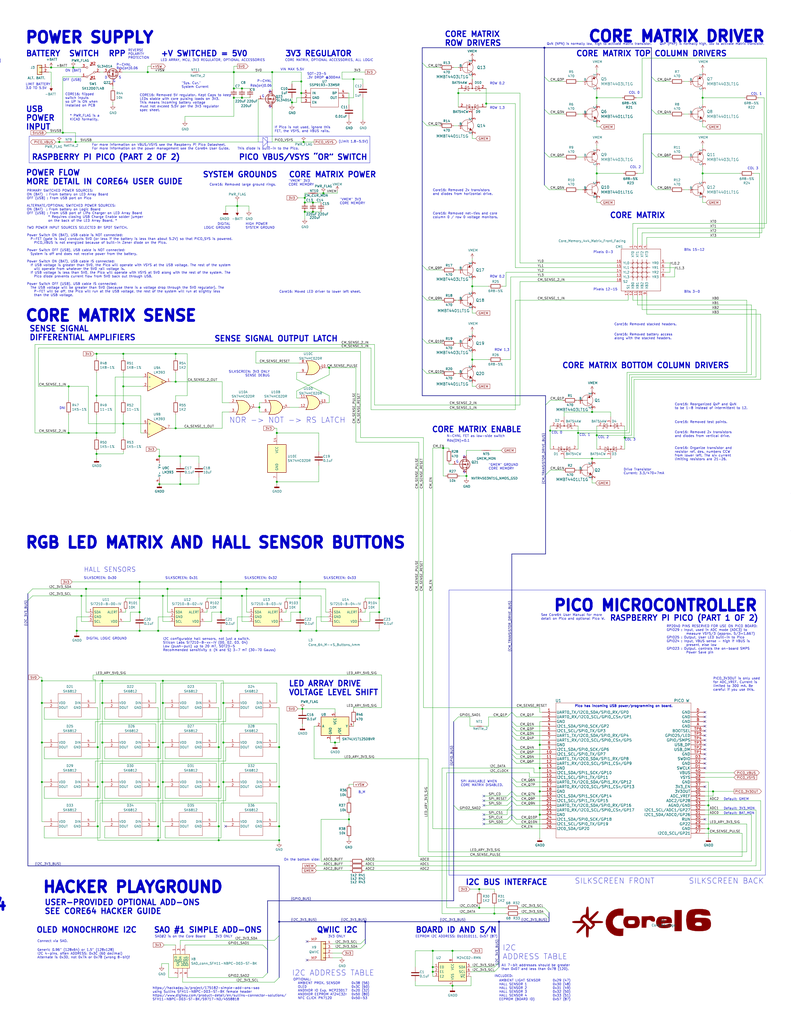
<source format=kicad_sch>
(kicad_sch (version 20230121) (generator eeschema)
  (paper "C" portrait)
  (title_block (title "Core16 Logic Board") (date "2023-08-27") (rev "0.1") (company "Concept and design by Andy Geppert @ www.MachineIdeas.com") (comment 1 "Please read the Core64 User Guide for more details.") (comment 2 "Visit www.Core64.io for information on assembly and optional features.") (comment 3 "As prototyped") (comment 4 "All non-polarized capacitors are X7R or X5R ceramic unless otherwise noted."))
  (bus_alias "GPIO_CPS_BUS" (members "GPIO1_CP1_SAO1" "GPIO2_CP2_SAO2" "GPIO3_CP3_DC" "GPIO4_CP4_CS2" "GPIO5_CP5_HS1" "GPIO6_CP6_HS2" "GPIO7_CP7_HS3" "GPIO8_CP8_HS4"))
  (bus_alias "CA_SHIFT_REGISTER_BUS" (members "CM_SR_CLK" "CM_SR_LAT" "CM_SR_~{OE}" "CM_SR_SER1"))
  (bus_alias "CM_TRANSISTOR_DRIVE_BUS" (members "CM_Q1N" "CM_Q1P" "CM_Q2N" "CM_Q2P" "CM_Q3N" "CM_Q3P" "CM_Q4N" "CM_Q4P" "CM_Q5N" "CM_Q5P" "CM_Q6N" "CM_Q6P" "CM_Q7N" "CM_Q7P" "CM_Q8N" "CM_Q8P" "CM_Q9N" "CM_Q9P" "CM_Q10N" "CM_Q10P" "CA_SR_GPO_A" "CA_SR_GPO_B" "CA_SR_GPO_C" "CA_SR_GPO_D"))
  (bus_alias "SPI_3V3_BUS" (members "SPI_CD" "SPI_RESET" "SPI_SDI" "SPI_CS1" "SPI_CLK" "SPI_SDO"))
  (bus_alias "I2C_3V3_BUS" (members "I2C_3V3_SCL" "I2C_3V3_SDA"))
  (junction (at 163.83 344.17))
  (junction (at 88.9 405.13))
  (junction (at 236.22 530.225))
  (junction (at 383.54 94.615))
  (junction (at 386.715 439.42))
  (junction (at 55.88 426.72))
  (junction (at 98.425 264.16))
  (junction (at 172.72 344.17))
  (junction (at 121.92 383.54))
  (junction (at 120.65 317.5))
  (junction (at 86.36 429.26))
  (junction (at 86.995 264.16))
  (junction (at 86.36 450.85))
  (junction (at 152.4 429.26))
  (junction (at 55.88 405.13))
  (junction (at 325.755 237.49))
  (junction (at 163.83 334.01))
  (junction (at 88.9 426.72))
  (junction (at 254.635 259.715))
  (junction (at 80.645 39.37))
  (junction (at 53.34 407.67))
  (junction (at 127.635 53.34))
  (junction (at 261.62 495.3))
  (junction (at 22.86 383.54))
  (junction (at 121.92 426.72))
  (junction (at 120.65 344.17))
  (junction (at 86.995 248.92))
  (junction (at 247.015 518.795))
  (junction (at 340.995 238.76))
  (junction (at 127.635 39.37))
  (junction (at 127.635 48.26))
  (junction (at 22.86 371.475))
  (junction (at 52.705 193.04))
  (junction (at 134.62 321.31))
  (junction (at 152.4 458.47))
  (junction (at 41.275 77.47))
  (junction (at 129.54 344.17))
  (junction (at 165.735 77.47))
  (junction (at 236.22 527.685))
  (junction (at 67.31 210.82))
  (junction (at 151.13 236.22))
  (junction (at 40.005 36.83))
  (junction (at 148.59 39.37))
  (junction (at 170.815 110.49))
  (junction (at 76.2 326.39))
  (junction (at 120.65 334.01))
  (junction (at 207.01 326.39))
  (junction (at 67.31 193.04))
  (junction (at 44.45 325.12))
  (junction (at 294.64 431.8))
  (junction (at 41.91 344.17))
  (junction (at 67.31 231.14))
  (junction (at 163.83 317.5))
  (junction (at 170.815 115.57))
  (junction (at 182.88 405.13))
  (junction (at 76.2 317.5))
  (junction (at 164.465 50.8))
  (junction (at 257.81 156.21))
  (junction (at 141.605 222.25))
  (junction (at 269.875 498.475))
  (junction (at 166.37 107.95))
  (junction (at 236.22 518.795))
  (junction (at 132.08 53.34))
  (junction (at 55.88 383.54))
  (junction (at 27.94 36.83))
  (junction (at 129.54 112.395))
  (junction (at 389.255 431.8))
  (junction (at 132.08 325.12))
  (junction (at 323.215 224.79))
  (junction (at 95.885 193.04))
  (junction (at 294.64 419.1))
  (junction (at 88.9 325.12))
  (junction (at 165.1 386.715))
  (junction (at 265.43 56.515))
  (junction (at 132.08 48.26))
  (junction (at 179.705 200.66))
  (junction (at 257.81 196.215))
  (junction (at 119.38 429.26))
  (junction (at 86.36 458.47))
  (junction (at 95.885 233.68))
  (junction (at 120.65 326.39))
  (junction (at 88.9 371.475))
  (junction (at 55.88 371.475))
  (junction (at 166.37 115.57))
  (junction (at 323.215 250.19))
  (junction (at 176.53 105.41))
  (junction (at 151.13 262.89))
  (junction (at 52.705 247.65))
  (junction (at 241.935 244.475))
  (junction (at 199.39 502.92))
  (junction (at 34.29 72.39))
  (junction (at 98.425 248.92))
  (junction (at 22.86 405.13))
  (junction (at 53.34 429.26))
  (junction (at 152.4 407.67))
  (junction (at 300.355 234.95))
  (junction (at 383.54 53.34))
  (junction (at 272.415 502.92))
  (junction (at 207.01 334.01))
  (junction (at 159.385 55.88))
  (junction (at 95.885 208.28))
  (junction (at 294.64 444.5))
  (junction (at 32.385 77.47))
  (junction (at 22.86 426.72))
  (junction (at 37.465 236.22))
  (junction (at 152.4 502.92))
  (junction (at 193.04 43.18))
  (junction (at 315.595 236.22))
  (junction (at 46.99 321.31))
  (junction (at 88.9 383.54))
  (junction (at 119.38 458.47))
  (junction (at 76.2 334.01))
  (junction (at 152.4 450.85))
  (junction (at 297.18 26.035))
  (junction (at 247.015 537.845))
  (junction (at 386.715 452.12))
  (junction (at 52.705 215.9))
  (junction (at 325.755 94.615))
  (junction (at 37.465 210.82))
  (junction (at 164.465 44.45))
  (junction (at 325.755 53.34))
  (junction (at 166.37 110.49))
  (junction (at 121.92 405.13))
  (junction (at 53.34 450.85))
  (junction (at 86.36 344.17))
  (junction (at 190.5 447.04))
  (junction (at 163.83 326.39))
  (junction (at 119.38 407.67))
  (junction (at 52.705 236.22))
  (junction (at 91.44 321.31))
  (junction (at 86.36 407.67))
  (junction (at 250.19 50.8))
  (junction (at 76.2 344.17))
  (junction (at 294.64 406.4))
  (junction (at 119.38 450.85))
  (junction (at 261.62 485.14))
  (no_connect (at 384.81 414.02))
  (no_connect (at 384.81 403.86))
  (no_connect (at 264.16 447.04))
  (no_connect (at 264.16 434.34))
  (no_connect (at 384.81 393.7))
  (no_connect (at 264.16 439.42))
  (no_connect (at 384.81 411.48))
  (no_connect (at 167.64 523.875))
  (no_connect (at 167.64 513.715))
  (no_connect (at 384.81 401.32))
  (no_connect (at 264.16 436.88))
  (no_connect (at 384.81 388.62))
  (no_connect (at 384.81 408.94))
  (no_connect (at 264.16 449.58))
  (no_connect (at 384.81 429.26))
  (no_connect (at 384.81 396.24))
  (no_connect (at 123.19 450.85))
  (no_connect (at 384.81 398.78))
  (no_connect (at 384.81 406.4))
  (no_connect (at 384.81 416.56))
  (no_connect (at 384.81 419.1))
  (no_connect (at 384.81 391.16))
  (no_connect (at 384.81 447.04))
  (no_connect (at 264.16 444.5))
  (bus_entry (at 247.65 393.7) (size 2.54 -2.54))
  (bus_entry (at 230.505 184.785) (size 2.54 2.54))
  (bus_entry (at 230.505 201.295) (size 2.54 2.54))
  (bus_entry (at 297.18 83.185) (size 2.54 2.54))
  (bus_entry (at 279.4 398.78) (size 2.54 2.54))
  (bus_entry (at 355.6 100.965) (size 2.54 2.54))
  (bus_entry (at 355.6 83.185) (size 2.54 2.54))
  (bus_entry (at 276.86 391.16) (size 2.54 -2.54))
  (bus_entry (at 15.24 323.85) (size 2.54 -2.54))
  (bus_entry (at 279.4 408.94) (size 2.54 2.54))
  (bus_entry (at 279.4 431.8) (size 2.54 2.54))
  (bus_entry (at 355.6 59.69) (size 2.54 2.54))
  (bus_entry (at 355.6 41.91) (size 2.54 2.54))
  (bus_entry (at 269.875 530.225) (size 2.54 -2.54))
  (bus_entry (at 269.875 527.685) (size 2.54 -2.54))
  (bus_entry (at 149.86 513.08) (size 2.54 -2.54))
  (bus_entry (at 279.4 396.24) (size 2.54 2.54))
  (bus_entry (at 279.4 424.18) (size 2.54 2.54))
  (bus_entry (at 279.4 411.48) (size 2.54 2.54))
  (bus_entry (at 276.86 439.42) (size 2.54 -2.54))
  (bus_entry (at 196.85 514.985) (size 2.54 -2.54))
  (bus_entry (at 196.85 517.525) (size 2.54 -2.54))
  (bus_entry (at 230.505 66.04) (size 2.54 2.54))
  (bus_entry (at 230.505 34.29) (size 2.54 2.54))
  (bus_entry (at 281.94 439.42) (size -2.54 -2.54))
  (bus_entry (at 276.86 447.04) (size 2.54 -2.54))
  (bus_entry (at 146.05 518.16) (size -2.54 -2.54))
  (bus_entry (at 143.51 533.4) (size 2.54 -2.54))
  (bus_entry (at 279.4 388.62) (size 2.54 2.54))
  (bus_entry (at 300.355 218.44) (size -2.54 2.54))
  (bus_entry (at 300.355 256.54) (size -2.54 2.54))
  (bus_entry (at 297.18 100.965) (size 2.54 2.54))
  (bus_entry (at 279.4 414.02) (size 2.54 2.54))
  (bus_entry (at 299.72 497.84) (size -2.54 -2.54))
  (bus_entry (at 299.72 501.015) (size -2.54 -2.54))
  (bus_entry (at 279.4 393.7) (size 2.54 2.54))
  (bus_entry (at 230.505 161.29) (size 2.54 2.54))
  (bus_entry (at 230.505 144.78) (size 2.54 2.54))
  (bus_entry (at 279.4 426.72) (size 2.54 2.54))
  (bus_entry (at 149.86 535.94) (size 2.54 -2.54))
  (bus_entry (at 279.4 447.04) (size 2.54 2.54))
  (bus_entry (at 279.4 434.34) (size -2.54 2.54))
  (bus_entry (at 276.86 441.96) (size 2.54 -2.54))
  (bus_entry (at 281.94 436.88) (size -2.54 -2.54))
  (bus_entry (at 276.86 449.58) (size 2.54 -2.54))
  (bus_entry (at 279.4 406.4) (size 2.54 2.54))
  (bus_entry (at 15.24 327.66) (size 2.54 -2.54))
  (bus_entry (at 276.86 434.34) (size 2.54 -2.54))
  (bus_entry (at 279.4 401.32) (size 2.54 2.54))
  (bus_entry (at 297.18 59.69) (size 2.54 2.54))
  (bus_entry (at 279.4 444.5) (size 2.54 2.54))
  (bus_entry (at 247.65 439.42) (size 2.54 2.54))
  (bus_entry (at 297.18 41.91) (size 2.54 2.54))
  (wire (pts (xy 228.6 467.36) (xy 405.13 467.36)))
  (wire (pts (xy 135.89 334.01) (xy 134.62 334.01)))
  (wire (pts (xy 241.935 244.475) (xy 245.11 244.475)))
  (wire (pts (xy 236.22 532.765) (xy 236.855 532.765)))
  (wire (pts (xy 57.15 407.67) (xy 57.15 414.02)))
  (wire (pts (xy 325.755 110.49) (xy 327.66 110.49)))
  (wire (pts (xy 325.755 49.53) (xy 325.755 53.34)))
  (wire (pts (xy 278.765 151.13) (xy 278.765 196.215)))
  (wire (pts (xy 245.11 253.365) (xy 247.015 253.365)))
  (wire (pts (xy 347.98 94.615) (xy 351.155 94.615)))
  (wire (pts (xy 95.885 195.58) (xy 95.885 193.04)))
  (wire (pts (xy 373.38 44.45) (xy 375.92 44.45)))
  (bus (pts (xy 15.24 327.66) (xy 15.24 472.44)))
  (wire (pts (xy 95.885 215.9) (xy 102.235 215.9)))
  (wire (pts (xy 181.61 522.605) (xy 186.69 522.605)))
  (wire (pts (xy 236.22 244.475) (xy 236.22 452.12)))
  (wire (pts (xy 123.19 112.395) (xy 129.54 112.395)))
  (wire (pts (xy 125.095 224.79) (xy 121.285 224.79)))
  (wire (pts (xy 198.12 43.18) (xy 198.12 45.72)))
  (bus (pts (xy 272.415 525.145) (xy 272.415 527.685)))
  (wire (pts (xy 248.92 163.83) (xy 250.19 163.83)))
  (wire (pts (xy 307.975 224.79) (xy 307.975 227.33)))
  (wire (pts (xy 403.86 94.615) (xy 383.54 94.615)))
  (wire (pts (xy 57.15 429.26) (xy 57.15 435.61)))
  (wire (pts (xy 363.22 143.51) (xy 365.76 143.51)))
  (wire (pts (xy 342.9 161.29) (xy 342.9 163.83)))
  (wire (pts (xy 132.08 339.09) (xy 132.08 325.12)))
  (wire (pts (xy 185.42 405.13) (xy 182.88 405.13)))
  (wire (pts (xy 139.7 191.77) (xy 139.7 198.12)))
  (wire (pts (xy 152.4 386.08) (xy 152.4 407.67)))
  (wire (pts (xy 294.64 406.4) (xy 294.64 419.1)))
  (wire (pts (xy 88.9 339.09) (xy 88.9 325.12)))
  (wire (pts (xy 123.19 386.08) (xy 123.19 393.7)))
  (wire (pts (xy 384.81 439.42) (xy 386.715 439.42)))
  (wire (pts (xy 276.225 148.59) (xy 276.225 156.21)))
  (wire (pts (xy 204.47 220.98) (xy 283.845 220.98)))
  (wire (pts (xy 415.29 436.88) (xy 415.29 474.98)))
  (wire (pts (xy 265.43 56.515) (xy 281.305 56.515)))
  (wire (pts (xy 151.13 416.56) (xy 151.13 426.72)))
  (wire (pts (xy 257.81 73.66) (xy 257.81 75.565)))
  (wire (pts (xy 52.07 436.88) (xy 52.07 448.31)))
  (wire (pts (xy 342.265 203.2) (xy 342.265 234.95)))
  (wire (pts (xy 276.225 148.59) (xy 336.55 148.59)))
  (wire (pts (xy 202.565 223.52) (xy 281.305 223.52)))
  (wire (pts (xy 179.705 219.71) (xy 179.705 215.9)))
  (wire (pts (xy 148.59 77.47) (xy 165.735 77.47)))
  (wire (pts (xy 119.38 450.85) (xy 119.38 458.47)))
  (wire (pts (xy 165.1 387.35) (xy 165.1 386.715)))
  (wire (pts (xy 184.15 104.14) (xy 184.15 105.41)))
  (wire (pts (xy 134.62 334.01) (xy 134.62 321.31)))
  (wire (pts (xy 208.28 368.3) (xy 208.28 386.08)))
  (bus (pts (xy 355.6 59.69) (xy 355.6 83.185)))
  (wire (pts (xy 118.11 450.85) (xy 119.38 450.85)))
  (wire (pts (xy 295.91 444.5) (xy 294.64 444.5)))
  (wire (pts (xy 207.01 326.39) (xy 207.01 334.01)))
  (wire (pts (xy 288.925 424.18) (xy 288.925 421.64)))
  (wire (pts (xy 314.96 218.44) (xy 315.595 218.44)))
  (wire (pts (xy 247.015 518.795) (xy 257.175 518.795)))
  (wire (pts (xy 52.705 203.2) (xy 52.705 215.9)))
  (wire (pts (xy 86.36 344.17) (xy 76.2 344.17)))
  (wire (pts (xy 325.755 90.805) (xy 325.755 94.615)))
  (wire (pts (xy 182.88 388.62) (xy 182.88 386.715)))
  (wire (pts (xy 92.71 339.09) (xy 88.9 339.09)))
  (wire (pts (xy 233.68 464.82) (xy 407.67 464.82)))
  (wire (pts (xy 264.16 434.34) (xy 276.86 434.34)))
  (wire (pts (xy 383.54 90.805) (xy 383.54 94.615)))
  (wire (pts (xy 294.64 388.62) (xy 295.91 388.62)))
  (wire (pts (xy 172.72 336.55) (xy 179.07 336.55)))
  (wire (pts (xy 281.94 426.72) (xy 295.91 426.72)))
  (wire (pts (xy 55.88 371.475) (xy 88.9 371.475)))
  (wire (pts (xy 120.65 335.28) (xy 120.65 334.01)))
  (wire (pts (xy 243.205 259.715) (xy 241.935 259.715)))
  (wire (pts (xy 386.715 439.42) (xy 386.715 426.72)))
  (wire (pts (xy 120.65 326.39) (xy 120.65 334.01)))
  (wire (pts (xy 21.59 369.57) (xy 22.86 369.57)))
  (wire (pts (xy 269.875 498.475) (xy 276.225 498.475)))
  (wire (pts (xy 151.13 372.745) (xy 151.13 383.54)))
  (wire (pts (xy 350.52 127) (xy 415.925 127)))
  (wire (pts (xy 300.355 234.95) (xy 300.355 245.11)))
  (wire (pts (xy 173.99 236.22) (xy 173.99 246.38)))
  (wire (pts (xy 257.81 180.975) (xy 257.81 182.245)))
  (wire (pts (xy 151.13 264.16) (xy 151.13 262.89)))
  (wire (pts (xy 118.11 394.97) (xy 118.11 405.13)))
  (wire (pts (xy 127.635 48.26) (xy 132.08 48.26)))
  (wire (pts (xy 62.865 205.74) (xy 62.865 236.22)))
  (wire (pts (xy 118.11 416.56) (xy 118.11 426.72)))
  (wire (pts (xy 156.21 327.66) (xy 156.21 326.39)))
  (wire (pts (xy 257.81 192.405) (xy 257.81 196.215)))
  (wire (pts (xy 386.715 457.2) (xy 386.715 452.12)))
  (wire (pts (xy 52.07 415.29) (xy 52.07 426.72)))
  (wire (pts (xy 175.26 447.04) (xy 175.26 469.9)))
  (wire (pts (xy 67.31 226.06) (xy 67.31 231.14)))
  (wire (pts (xy 384.81 454.66) (xy 405.13 454.66)))
  (wire (pts (xy 40.005 77.47) (xy 41.275 77.47)))
  (wire (pts (xy 414.655 94.615) (xy 414.655 129.54)))
  (wire (pts (xy 164.465 50.8) (xy 164.465 55.88)))
  (wire (pts (xy 151.13 394.97) (xy 151.13 405.13)))
  (wire (pts (xy 161.925 55.88) (xy 159.385 55.88)))
  (wire (pts (xy 132.08 53.34) (xy 136.525 53.34)))
  (wire (pts (xy 52.705 215.9) (xy 52.705 218.44)))
  (wire (pts (xy 264.16 444.5) (xy 276.86 444.5)))
  (wire (pts (xy 346.075 207.01) (xy 346.075 238.76)))
  (wire (pts (xy 250.19 391.16) (xy 256.54 391.16)))
  (wire (pts (xy 190.5 427.99) (xy 190.5 428.625)))
  (wire (pts (xy 181.61 514.985) (xy 196.85 514.985)))
  (wire (pts (xy 164.465 53.34) (xy 161.925 53.34)))
  (wire (pts (xy 90.17 386.08) (xy 90.17 392.43)))
  (wire (pts (xy 281.305 163.83) (xy 342.9 163.83)))
  (wire (pts (xy 384.81 449.58) (xy 407.67 449.58)))
  (bus (pts (xy 279.4 439.42) (xy 279.4 436.88)))
  (wire (pts (xy 269.875 494.03) (xy 269.875 498.475)))
  (bus (pts (xy 247.65 439.42) (xy 247.65 491.49)))
  (wire (pts (xy 100.965 515.62) (xy 143.51 515.62)))
  (wire (pts (xy 325.755 94.615) (xy 325.755 98.425)))
  (wire (pts (xy 50.8 368.3) (xy 208.28 368.3)))
  (wire (pts (xy 389.255 431.8) (xy 389.255 434.34)))
  (wire (pts (xy 281.94 396.24) (xy 295.91 396.24)))
  (wire (pts (xy 66.675 39.37) (xy 80.645 39.37)))
  (bus (pts (xy 230.505 34.29) (xy 230.505 66.04)))
  (wire (pts (xy 80.645 36.195) (xy 80.645 39.37)))
  (wire (pts (xy 415.29 207.01) (xy 415.29 171.45)))
  (bus (pts (xy 230.505 215.9) (xy 297.815 215.9)))
  (wire (pts (xy 135.89 114.935) (xy 135.89 112.395)))
  (wire (pts (xy 383.54 49.53) (xy 383.54 53.34)))
  (wire (pts (xy 100.965 63.5) (xy 100.965 66.04)))
  (wire (pts (xy 120.65 372.745) (xy 151.13 372.745)))
  (wire (pts (xy 351.155 73.025) (xy 415.925 73.025)))
  (wire (pts (xy 281.94 401.32) (xy 295.91 401.32)))
  (wire (pts (xy 159.385 44.45) (xy 164.465 44.45)))
  (wire (pts (xy 358.14 44.45) (xy 365.76 44.45)))
  (wire (pts (xy 159.385 45.72) (xy 159.385 44.45)))
  (bus (pts (xy 230.505 184.785) (xy 230.505 201.295)))
  (wire (pts (xy 90.17 414.02) (xy 120.65 414.02)))
  (wire (pts (xy 190.5 447.04) (xy 190.5 449.58)))
  (wire (pts (xy 250.19 50.8) (xy 283.845 50.8)))
  (wire (pts (xy 120.65 457.2) (xy 120.65 438.15)))
  (wire (pts (xy 159.385 55.88) (xy 159.385 57.15)))
  (wire (pts (xy 54.61 414.02) (xy 54.61 394.97)))
  (wire (pts (xy 165.735 77.47) (xy 171.45 77.47)))
  (wire (pts (xy 343.535 204.47) (xy 410.21 204.47)))
  (wire (pts (xy 151.13 236.22) (xy 173.99 236.22)))
  (wire (pts (xy 199.39 332.74) (xy 199.39 334.01)))
  (wire (pts (xy 193.04 43.18) (xy 198.12 43.18)))
  (wire (pts (xy 236.22 530.225) (xy 236.22 532.765)))
  (wire (pts (xy 67.31 339.09) (xy 71.12 339.09)))
  (wire (pts (xy 44.45 339.09) (xy 44.45 325.12)))
  (wire (pts (xy 267.97 245.745) (xy 273.685 245.745)))
  (wire (pts (xy 127.635 53.34) (xy 132.08 53.34)))
  (wire (pts (xy 86.36 407.67) (xy 85.09 407.67)))
  (wire (pts (xy 135.89 336.55) (xy 129.54 336.55)))
  (wire (pts (xy 123.19 407.67) (xy 123.19 415.29)))
  (wire (pts (xy 86.995 264.16) (xy 98.425 264.16)))
  (wire (pts (xy 86.36 336.55) (xy 86.36 344.17)))
  (wire (pts (xy 121.92 383.54) (xy 121.92 405.13)))
  (wire (pts (xy 283.845 495.3) (xy 297.18 495.3)))
  (wire (pts (xy 190.5 436.245) (xy 190.5 436.88)))
  (wire (pts (xy 291.465 421.64) (xy 295.91 421.64)))
  (polyline (pts (xy 583.565 289.56) (xy 1015.365 289.56)))
  (wire (pts (xy 163.83 344.17) (xy 172.72 344.17)))
  (wire (pts (xy 257.81 41.91) (xy 257.81 43.18)))
  (wire (pts (xy 129.54 112.395) (xy 135.89 112.395)))
  (wire (pts (xy 245.11 244.475) (xy 245.11 245.11)))
  (wire (pts (xy 121.92 448.31) (xy 123.19 448.31)))
  (wire (pts (xy 363.22 151.13) (xy 368.3 151.13)))
  (wire (pts (xy 37.465 210.82) (xy 37.465 218.44)))
  (wire (pts (xy 55.88 405.13) (xy 57.15 405.13)))
  (wire (pts (xy 343.535 204.47) (xy 343.535 236.22)))
  (wire (pts (xy 233.045 147.32) (xy 241.3 147.32)))
  (wire (pts (xy 17.78 325.12) (xy 44.45 325.12)))
  (polyline (pts (xy 799.465 279.4) (xy 799.465 558.8)))
  (wire (pts (xy 54.61 392.43) (xy 54.61 372.745)))
  (wire (pts (xy 129.54 344.17) (xy 163.83 344.17)))
  (wire (pts (xy 363.22 146.05) (xy 368.3 146.05)))
  (wire (pts (xy 52.705 236.22) (xy 52.705 238.76)))
  (wire (pts (xy 264.16 396.24) (xy 266.7 396.24)))
  (wire (pts (xy 353.06 129.54) (xy 414.655 129.54)))
  (wire (pts (xy 340.995 232.41) (xy 340.995 238.76)))
  (wire (pts (xy 243.84 495.3) (xy 261.62 495.3)))
  (wire (pts (xy 264.16 439.42) (xy 276.86 439.42)))
  (wire (pts (xy 226.695 535.305) (xy 226.695 537.845)))
  (wire (pts (xy 283.845 153.67) (xy 283.845 220.98)))
  (wire (pts (xy 52.07 450.85) (xy 53.34 450.85)))
  (wire (pts (xy 55.88 426.72) (xy 57.15 426.72)))
  (wire (pts (xy 158.115 222.25) (xy 163.195 222.25)))
  (wire (pts (xy 164.465 44.45) (xy 164.465 50.8)))
  (wire (pts (xy 129.54 36.195) (xy 127.635 36.195)))
  (wire (pts (xy 52.705 193.04) (xy 52.705 195.58)))
  (wire (pts (xy 373.38 62.23) (xy 375.92 62.23)))
  (wire (pts (xy 120.65 414.02) (xy 120.65 394.97)))
  (wire (pts (xy 412.75 441.96) (xy 412.75 472.44)))
  (wire (pts (xy 24.13 457.2) (xy 24.13 450.85)))
  (wire (pts (xy 333.375 224.79) (xy 333.375 227.33)))
  (wire (pts (xy 141.605 222.25) (xy 141.605 219.71)))
  (wire (pts (xy 148.59 39.37) (xy 148.59 48.895)))
  (wire (pts (xy 86.36 407.67) (xy 86.36 429.26)))
  (wire (pts (xy 410.21 444.5) (xy 410.21 469.9)))
  (wire (pts (xy 283.845 153.67) (xy 336.55 153.67)))
  (wire (pts (xy 281.94 398.78) (xy 295.91 398.78)))
  (wire (pts (xy 323.215 263.525) (xy 325.12 263.525)))
  (bus (pts (xy 279.4 401.32) (xy 279.4 398.78)))
  (wire (pts (xy 233.045 203.835) (xy 241.3 203.835)))
  (wire (pts (xy 257.175 530.225) (xy 269.875 530.225)))
  (wire (pts (xy 76.2 344.17) (xy 41.91 344.17)))
  (wire (pts (xy 325.755 53.34) (xy 325.755 57.15)))
  (wire (pts (xy 265.43 48.26) (xy 265.43 56.515)))
  (wire (pts (xy 274.32 156.21) (xy 276.225 156.21)))
  (bus (pts (xy 152.4 502.92) (xy 152.4 472.44)))
  (bus (pts (xy 297.18 41.91) (xy 297.18 59.69)))
  (wire (pts (xy 254.635 245.745) (xy 254.635 248.285)))
  (wire (pts (xy 358.14 85.725) (xy 365.76 85.725)))
  (wire (pts (xy 254.635 258.445) (xy 254.635 259.715)))
  (bus (pts (xy 279.4 436.88) (xy 279.4 434.34)))
  (wire (pts (xy 67.31 203.2) (xy 67.31 210.82)))
  (wire (pts (xy 198.755 469.9) (xy 410.21 469.9)))
  (wire (pts (xy 52.07 370.84) (xy 52.07 383.54)))
  (wire (pts (xy 325.755 38.1) (xy 325.755 39.37)))
  (wire (pts (xy 55.88 405.13) (xy 55.88 426.72)))
  (bus (pts (xy 230.505 201.295) (xy 230.505 215.9)))
  (wire (pts (xy 52.705 193.04) (xy 67.31 193.04)))
  (wire (pts (xy 163.83 326.39) (xy 163.83 334.01)))
  (wire (pts (xy 333.375 250.19) (xy 323.215 250.19)))
  (bus (pts (xy 279.4 388.62) (xy 279.4 302.26)))
  (wire (pts (xy 384.81 434.34) (xy 389.255 434.34)))
  (bus (pts (xy 297.815 220.98) (xy 297.815 259.08)))
  (wire (pts (xy 236.22 452.12) (xy 295.91 452.12)))
  (wire (pts (xy 87.63 394.97) (xy 118.11 394.97)))
  (wire (pts (xy 57.15 457.2) (xy 87.63 457.2)))
  (wire (pts (xy 76.2 326.39) (xy 76.2 334.01)))
  (bus (pts (xy 355.6 26.035) (xy 355.6 41.91)))
  (wire (pts (xy 86.995 248.92) (xy 86.995 245.11)))
  (polyline (pts (xy 583.565 269.24) (xy 1015.365 269.24)))
  (wire (pts (xy 347.98 166.37) (xy 347.98 161.29)))
  (bus (pts (xy 279.4 408.94) (xy 279.4 406.4)))
  (wire (pts (xy 281.94 411.48) (xy 295.91 411.48)))
  (wire (pts (xy 22.86 371.475) (xy 55.88 371.475)))
  (wire (pts (xy 52.07 407.67) (xy 53.34 407.67)))
  (wire (pts (xy 53.34 407.67) (xy 53.34 429.26)))
  (wire (pts (xy 52.705 246.38) (xy 52.705 247.65)))
  (wire (pts (xy 351.155 94.615) (xy 351.155 73.025)))
  (polyline (pts (xy 140.97 77.47) (xy 143.51 77.47)) (stroke (width 0) (type solid)))
  (bus (pts (xy 279.4 431.8) (xy 279.4 426.72)))
  (wire (pts (xy 186.69 39.37) (xy 186.69 43.18)))
  (wire (pts (xy 172.72 344.17) (xy 172.72 336.55)))
  (wire (pts (xy 276.86 441.96) (xy 295.91 441.96)))
  (bus (pts (xy 299.72 497.84) (xy 299.72 501.015)))
  (wire (pts (xy 88.9 383.54) (xy 88.9 405.13)))
  (wire (pts (xy 115.57 339.09) (xy 115.57 334.01)))
  (bus (pts (xy 355.6 59.69) (xy 355.6 41.91)))
  (wire (pts (xy 68.58 327.66) (xy 68.58 326.39)))
  (wire (pts (xy 113.03 326.39) (xy 120.65 326.39)))
  (wire (pts (xy 231.14 238.76) (xy 231.14 386.08)))
  (wire (pts (xy 340.36 94.615) (xy 325.755 94.615)))
  (wire (pts (xy 156.21 326.39) (xy 163.83 326.39)))
  (wire (pts (xy 196.85 238.76) (xy 231.14 238.76)))
  (wire (pts (xy 67.31 195.58) (xy 67.31 193.04)))
  (wire (pts (xy 123.19 429.26) (xy 123.19 436.88)))
  (wire (pts (xy 37.465 236.22) (xy 52.705 236.22)))
  (wire (pts (xy 98.425 248.92) (xy 108.585 248.92)))
  (wire (pts (xy 98.425 248.92) (xy 98.425 252.73)))
  (wire (pts (xy 170.815 115.57) (xy 175.26 115.57)))
  (wire (pts (xy 20.955 189.865) (xy 202.565 189.865)))
  (wire (pts (xy 345.44 133.35) (xy 345.44 121.92)))
  (polyline (pts (xy 15.875 74.295) (xy 15.875 88.9)))
  (bus (pts (xy 247.65 393.7) (xy 247.65 439.42)))
  (wire (pts (xy 91.44 334.01) (xy 91.44 321.31)))
  (wire (pts (xy 154.94 339.09) (xy 158.75 339.09)))
  (wire (pts (xy 175.26 339.09) (xy 175.26 325.12)))
  (wire (pts (xy 295.91 406.4) (xy 294.64 406.4)))
  (polyline (pts (xy 146.05 77.47) (xy 148.59 77.47)) (stroke (width 0) (type solid)))
  (wire (pts (xy 190.5 64.77) (xy 190.5 65.405)))
  (wire (pts (xy 76.835 236.22) (xy 78.105 236.22)))
  (wire (pts (xy 248.92 187.325) (xy 250.19 187.325)))
  (wire (pts (xy 281.94 391.16) (xy 295.91 391.16)))
  (wire (pts (xy 54.61 372.745) (xy 85.09 372.745)))
  (wire (pts (xy 93.345 208.28) (xy 95.885 208.28)))
  (wire (pts (xy 247.015 537.845) (xy 247.015 539.115)))
  (wire (pts (xy 248.92 203.835) (xy 250.19 203.835)))
  (wire (pts (xy 91.44 321.31) (xy 134.62 321.31)))
  (wire (pts (xy 193.04 427.99) (xy 190.5 427.99)))
  (wire (pts (xy 162.56 107.95) (xy 166.37 107.95)))
  (wire (pts (xy 294.64 393.7) (xy 294.64 406.4)))
  (wire (pts (xy 261.62 485.14) (xy 269.875 485.14)))
  (wire (pts (xy 325.755 67.31) (xy 325.755 69.215)))
  (wire (pts (xy 90.17 429.26) (xy 90.17 435.61)))
  (wire (pts (xy 88.9 325.12) (xy 132.08 325.12)))
  (wire (pts (xy 85.09 438.15) (xy 54.61 438.15)))
  (bus (pts (xy 146.05 491.49) (xy 146.05 518.16)))
  (wire (pts (xy 109.22 39.37) (xy 127.635 39.37)))
  (wire (pts (xy 22.86 405.13) (xy 22.86 426.72)))
  (wire (pts (xy 120.65 326.39) (xy 120.65 317.5)))
  (wire (pts (xy 295.91 393.7) (xy 294.64 393.7)))
  (wire (pts (xy 315.595 236.22) (xy 315.595 245.11)))
  (wire (pts (xy 48.26 210.82) (xy 48.26 231.14)))
  (wire (pts (xy 407.67 163.83) (xy 407.67 203.2)))
  (wire (pts (xy 190.5 50.8) (xy 190.5 57.15)))
  (wire (pts (xy 199.39 334.01) (xy 198.12 334.01)))
  (wire (pts (xy 152.4 429.26) (xy 152.4 450.85)))
  (wire (pts (xy 294.64 431.8) (xy 294.64 444.5)))
  (wire (pts (xy 233.045 36.83) (xy 240.03 36.83)))
  (wire (pts (xy 120.65 392.43) (xy 120.65 372.745)))
  (wire (pts (xy 78.105 205.74) (xy 62.865 205.74)))
  (wire (pts (xy 68.58 326.39) (xy 76.2 326.39)))
  (wire (pts (xy 141.605 222.25) (xy 141.605 224.79)))
  (bus (pts (xy 272.415 502.92) (xy 299.72 502.92)))
  (wire (pts (xy 22.86 448.31) (xy 24.13 448.31)))
  (wire (pts (xy 257.81 152.4) (xy 257.81 156.21)))
  (wire (pts (xy 299.72 62.23) (xy 307.975 62.23)))
  (wire (pts (xy 350.52 53.34) (xy 350.52 31.75)))
  (bus (pts (xy 279.4 393.7) (xy 279.4 388.62)))
  (wire (pts (xy 325.755 237.49) (xy 325.755 245.11)))
  (wire (pts (xy 325.755 108.585) (xy 325.755 110.49)))
  (wire (pts (xy 261.62 485.14) (xy 256.54 485.14)))
  (wire (pts (xy 236.22 527.685) (xy 236.855 527.685)))
  (wire (pts (xy 294.64 386.08) (xy 231.14 386.08)))
  (wire (pts (xy 27.94 39.37) (xy 27.94 46.99)))
  (wire (pts (xy 85.09 394.97) (xy 85.09 405.13)))
  (wire (pts (xy 76.2 317.5) (xy 120.65 317.5)))
  (wire (pts (xy 88.9 448.31) (xy 90.17 448.31)))
  (polyline (pts (xy 144.78 74.93) (xy 146.05 74.93)) (stroke (width 0) (type solid)))
  (wire (pts (xy 57.15 392.43) (xy 87.63 392.43)))
  (polyline (pts (xy 15.875 88.9) (xy 201.93 88.9)))
  (wire (pts (xy 62.865 236.22) (xy 52.705 236.22)))
  (wire (pts (xy 323.215 261.62) (xy 323.215 263.525)))
  (wire (pts (xy 288.925 421.64) (xy 243.84 421.64)))
  (wire (pts (xy 113.03 334.01) (xy 111.76 334.01)))
  (wire (pts (xy 257.81 210.82) (xy 259.715 210.82)))
  (wire (pts (xy 54.61 416.56) (xy 85.09 416.56)))
  (wire (pts (xy 32.385 77.47) (xy 34.925 77.47)))
  (wire (pts (xy 196.85 191.77) (xy 139.7 191.77)))
  (polyline (pts (xy 799.465 0) (xy 799.465 279.4)))
  (wire (pts (xy 19.05 236.22) (xy 37.465 236.22)))
  (wire (pts (xy 163.83 335.28) (xy 163.83 334.01)))
  (wire (pts (xy 52.705 226.06) (xy 52.705 236.22)))
  (wire (pts (xy 118.11 372.745) (xy 118.11 383.54)))
  (wire (pts (xy 113.03 327.66) (xy 113.03 326.39)))
  (wire (pts (xy 295.91 431.8) (xy 294.64 431.8)))
  (wire (pts (xy 180.34 403.86) (xy 180.34 405.13)))
  (wire (pts (xy 345.44 163.83) (xy 345.44 161.29)))
  (wire (pts (xy 151.13 450.85) (xy 152.4 450.85)))
  (wire (pts (xy 54.61 438.15) (xy 54.61 457.2)))
  (wire (pts (xy 152.4 458.47) (xy 152.4 459.74)))
  (wire (pts (xy 202.565 189.865) (xy 202.565 223.52)))
  (wire (pts (xy 61.595 55.88) (xy 61.595 57.15)))
  (wire (pts (xy 27.94 36.83) (xy 40.005 36.83)))
  (wire (pts (xy 172.72 474.98) (xy 191.135 474.98)))
  (wire (pts (xy 129.54 112.395) (xy 129.54 114.935)))
  (wire (pts (xy 171.45 396.24) (xy 172.72 396.24)))
  (wire (pts (xy 24.13 414.02) (xy 54.61 414.02)))
  (wire (pts (xy 119.38 429.26) (xy 119.38 450.85)))
  (wire (pts (xy 414.02 53.34) (xy 417.195 53.34)))
  (wire (pts (xy 95.885 226.06) (xy 95.885 233.68)))
  (wire (pts (xy 98.425 260.35) (xy 98.425 264.16)))
  (wire (pts (xy 257.81 170.815) (xy 259.715 170.815)))
  (wire (pts (xy 127.635 39.37) (xy 127.635 48.26)))
  (wire (pts (xy 127.635 53.34) (xy 127.635 63.5)))
  (wire (pts (xy 46.99 334.01) (xy 48.26 334.01)))
  (wire (pts (xy 411.48 94.615) (xy 414.655 94.615)))
  (wire (pts (xy 99.695 535.94) (xy 99.695 533.4)))
  (wire (pts (xy 41.275 77.47) (xy 140.97 77.47)))
  (wire (pts (xy 350.52 31.75) (xy 418.465 31.75)))
  (wire (pts (xy 283.845 50.8) (xy 283.845 143.51)))
  (wire (pts (xy 20.955 210.82) (xy 37.465 210.82)))
  (wire (pts (xy 300.355 256.54) (xy 307.34 256.54)))
  (wire (pts (xy 148.59 59.055) (xy 148.59 77.47)))
  (bus (pts (xy 230.505 26.035) (xy 297.18 26.035)))
  (wire (pts (xy 347.98 166.37) (xy 410.21 166.37)))
  (wire (pts (xy 86.36 450.85) (xy 86.36 458.47)))
  (wire (pts (xy 190.5 444.5) (xy 190.5 447.04)))
  (wire (pts (xy 384.81 452.12) (xy 386.715 452.12)))
  (wire (pts (xy 118.11 429.26) (xy 119.38 429.26)))
  (wire (pts (xy 181.61 520.065) (xy 186.69 520.065)))
  (wire (pts (xy 189.865 53.34) (xy 193.04 53.34)))
  (wire (pts (xy 152.4 450.85) (xy 152.4 458.47)))
  (wire (pts (xy 118.11 386.08) (xy 119.38 386.08)))
  (polyline (pts (xy 789.305 279.4) (xy 789.305 558.8)))
  (wire (pts (xy 193.04 43.18) (xy 186.69 43.18)))
  (wire (pts (xy 325.755 79.375) (xy 325.755 80.645)))
  (wire (pts (xy 198.755 472.44) (xy 412.75 472.44)))
  (wire (pts (xy 383.54 67.31) (xy 383.54 69.215)))
  (bus (pts (xy 199.39 512.445) (xy 199.39 514.985)))
  (wire (pts (xy 278.765 151.13) (xy 336.55 151.13)))
  (wire (pts (xy 340.995 238.76) (xy 340.995 245.11)))
  (wire (pts (xy 353.06 171.45) (xy 415.29 171.45)))
  (wire (pts (xy 405.13 454.66) (xy 405.13 467.36)))
  (wire (pts (xy 173.99 262.89) (xy 151.13 262.89)))
  (wire (pts (xy 315.595 62.23) (xy 318.135 62.23)))
  (wire (pts (xy 198.12 53.34) (xy 198.12 65.405)))
  (wire (pts (xy 198.12 339.09) (xy 201.93 339.09)))
  (wire (pts (xy 85.09 416.56) (xy 85.09 426.72)))
  (bus (pts (xy 355.6 83.185) (xy 355.6 100.965)))
  (wire (pts (xy 152.4 407.67) (xy 151.13 407.67)))
  (wire (pts (xy 22.86 383.54) (xy 22.86 405.13)))
  (polyline (pts (xy 245.11 321.945) (xy 417.83 321.945)))
  (wire (pts (xy 383.54 53.34) (xy 383.54 57.15)))
  (wire (pts (xy 166.37 115.57) (xy 170.815 115.57)))
  (wire (pts (xy 281.94 408.94) (xy 295.91 408.94)))
  (wire (pts (xy 86.36 458.47) (xy 119.38 458.47)))
  (wire (pts (xy 165.1 386.715) (xy 182.88 386.715)))
  (wire (pts (xy 55.88 371.475) (xy 55.88 383.54)))
  (wire (pts (xy 233.045 163.83) (xy 241.3 163.83)))
  (wire (pts (xy 57.15 414.02) (xy 87.63 414.02)))
  (wire (pts (xy 120.65 435.61) (xy 120.65 416.56)))
  (wire (pts (xy 288.925 424.18) (xy 295.91 424.18)))
  (wire (pts (xy 161.925 203.2) (xy 163.195 203.2)))
  (wire (pts (xy 76.2 317.5) (xy 39.37 317.5)))
  (wire (pts (xy 92.075 533.4) (xy 97.155 533.4)))
  (wire (pts (xy 121.285 208.28) (xy 121.285 219.71)))
  (wire (pts (xy 325.755 53.34) (xy 339.725 53.34)))
  (wire (pts (xy 152.4 407.67) (xy 152.4 429.26)))
  (wire (pts (xy 228.6 241.3) (xy 194.31 241.3)))
  (wire (pts (xy 166.37 105.41) (xy 168.275 105.41)))
  (wire (pts (xy 265.43 56.515) (xy 265.43 58.42)))
  (wire (pts (xy 358.14 62.23) (xy 365.76 62.23)))
  (polyline (pts (xy 245.11 477.52) (xy 417.83 477.52)))
  (wire (pts (xy 182.88 406.4) (xy 182.88 405.13)))
  (wire (pts (xy 358.14 103.505) (xy 365.76 103.505)))
  (wire (pts (xy 41.275 72.39) (xy 41.275 77.47)))
  (wire (pts (xy 151.13 233.68) (xy 149.86 233.68)))
  (wire (pts (xy 76.2 342.9) (xy 76.2 344.17)))
  (wire (pts (xy 228.6 241.3) (xy 228.6 467.36)))
  (wire (pts (xy 165.1 396.24) (xy 165.1 394.97)))
  (wire (pts (xy 347.98 124.46) (xy 417.195 124.46)))
  (bus (pts (xy 297.815 259.08) (xy 297.815 302.26)))
  (wire (pts (xy 119.38 407.67) (xy 118.11 407.67)))
  (polyline (pts (xy 799.465 279.4) (xy 583.565 279.4)))
  (wire (pts (xy 350.52 168.91) (xy 412.75 168.91)))
  (wire (pts (xy 61.595 46.99) (xy 61.595 48.26)))
  (wire (pts (xy 383.54 110.49) (xy 385.445 110.49)))
  (wire (pts (xy 132.08 48.26) (xy 136.525 48.26)))
  (wire (pts (xy 189.865 50.8) (xy 190.5 50.8)))
  (wire (pts (xy 384.81 424.18) (xy 400.685 424.18)))
  (wire (pts (xy 88.265 527.05) (xy 88.265 525.78)))
  (wire (pts (xy 161.925 53.34) (xy 161.925 55.88)))
  (wire (pts (xy 307.975 224.79) (xy 323.215 224.79)))
  (wire (pts (xy 256.54 396.24) (xy 259.08 396.24)))
  (wire (pts (xy 161.925 217.17) (xy 163.195 217.17)))
  (wire (pts (xy 120.65 334.01) (xy 115.57 334.01)))
  (wire (pts (xy 57.15 435.61) (xy 87.63 435.61)))
  (wire (pts (xy 257.175 532.765) (xy 257.175 537.845)))
  (wire (pts (xy 87.63 392.43) (xy 87.63 372.745)))
  (wire (pts (xy 99.695 535.94) (xy 149.86 535.94)))
  (wire (pts (xy 315.595 103.505) (xy 318.135 103.505)))
  (wire (pts (xy 254.635 259.715) (xy 254.635 260.985)))
  (wire (pts (xy 85.09 448.31) (xy 85.09 438.15)))
  (wire (pts (xy 120.65 344.17) (xy 129.54 344.17)))
  (wire (pts (xy 76.2 326.39) (xy 76.2 317.5)))
  (wire (pts (xy 307.975 250.19) (xy 323.215 250.19)))
  (wire (pts (xy 90.17 435.61) (xy 120.65 435.61)))
  (wire (pts (xy 315.595 236.22) (xy 343.535 236.22)))
  (wire (pts (xy 163.83 326.39) (xy 163.83 317.5)))
  (wire (pts (xy 344.805 205.74) (xy 344.805 237.49)))
  (wire (pts (xy 389.255 431.8) (xy 400.685 431.8)))
  (wire (pts (xy 417.195 53.34) (xy 417.195 124.46)))
  (wire (pts (xy 172.72 472.44) (xy 191.135 472.44)))
  (wire (pts (xy 179.07 339.09) (xy 175.26 339.09)))
  (wire (pts (xy 175.26 469.9) (xy 191.135 469.9)))
  (wire (pts (xy 300.355 234.95) (xy 342.265 234.95)))
  (wire (pts (xy 181.61 517.525) (xy 196.85 517.525)))
  (wire (pts (xy 87.63 438.15) (xy 118.11 438.15)))
  (wire (pts (xy 281.94 434.34) (xy 295.91 434.34)))
  (wire (pts (xy 53.34 458.47) (xy 86.36 458.47)))
  (bus (pts (xy 152.4 472.44) (xy 15.24 472.44)))
  (wire (pts (xy 86.995 245.11) (xy 85.725 245.11)))
  (wire (pts (xy 156.21 334.01) (xy 154.94 334.01)))
  (wire (pts (xy 119.38 407.67) (xy 119.38 429.26)))
  (wire (pts (xy 68.58 332.74) (xy 68.58 334.01)))
  (wire (pts (xy 190.5 447.04) (xy 175.26 447.04)))
  (bus (pts (xy 152.4 502.92) (xy 199.39 502.92)))
  (bus (pts (xy 279.4 411.48) (xy 279.4 408.94)))
  (wire (pts (xy 127.635 36.195) (xy 127.635 39.37)))
  (wire (pts (xy 88.9 371.475) (xy 88.9 383.54)))
  (wire (pts (xy 314.96 256.54) (xy 315.595 256.54)))
  (wire (pts (xy 88.265 525.78) (xy 92.075 525.78)))
  (wire (pts (xy 173.355 105.41) (xy 176.53 105.41)))
  (wire (pts (xy 161.925 207.01) (xy 161.925 203.2)))
  (wire (pts (xy 52.07 429.26) (xy 53.34 429.26)))
  (wire (pts (xy 236.22 527.685) (xy 236.22 518.795)))
  (wire (pts (xy 95.885 215.9) (xy 95.885 218.44)))
  (wire (pts (xy 236.22 527.685) (xy 236.22 530.225)))
  (wire (pts (xy 353.06 171.45) (xy 353.06 161.29)))
  (wire (pts (xy 415.925 73.025) (xy 415.925 127)))
  (wire (pts (xy 266.7 156.21) (xy 257.81 156.21)))
  (wire (pts (xy 323.215 224.79) (xy 333.375 224.79)))
  (wire (pts (xy 26.67 36.83) (xy 27.94 36.83)))
  (wire (pts (xy 261.62 485.14) (xy 261.62 486.41)))
  (polyline (pts (xy 417.83 321.945) (xy 417.83 477.52)))
  (bus (pts (xy 297.815 215.9) (xy 297.815 220.98)))
  (wire (pts (xy 241.935 244.475) (xy 241.935 259.715)))
  (wire (pts (xy 264.16 447.04) (xy 276.86 447.04)))
  (wire (pts (xy 207.01 326.39) (xy 207.01 317.5)))
  (wire (pts (xy 85.09 450.85) (xy 86.36 450.85)))
  (wire (pts (xy 291.465 419.1) (xy 241.3 419.1)))
  (wire (pts (xy 120.65 438.15) (xy 151.13 438.15)))
  (wire (pts (xy 55.88 448.31) (xy 57.15 448.31)))
  (wire (pts (xy 22.86 371.475) (xy 22.86 383.54)))
  (wire (pts (xy 256.54 391.16) (xy 256.54 396.24)))
  (wire (pts (xy 299.72 103.505) (xy 307.975 103.505)))
  (wire (pts (xy 315.595 44.45) (xy 318.135 44.45)))
  (bus (pts (xy 15.24 323.85) (xy 15.24 327.66)))
  (wire (pts (xy 264.16 436.88) (xy 276.86 436.88)))
  (wire (pts (xy 67.31 231.14) (xy 67.31 238.76)))
  (bus (pts (xy 230.505 66.04) (xy 230.505 144.78)))
  (wire (pts (xy 281.94 403.86) (xy 295.91 403.86)))
  (wire (pts (xy 418.465 31.75) (xy 418.465 121.92)))
  (wire (pts (xy 373.38 103.505) (xy 375.92 103.505)))
  (wire (pts (xy 179.705 200.66) (xy 194.31 200.66)))
  (wire (pts (xy 179.705 204.47) (xy 161.925 213.36)))
  (wire (pts (xy 87.63 416.56) (xy 118.11 416.56)))
  (wire (pts (xy 87.63 372.745) (xy 118.11 372.745)))
  (wire (pts (xy 46.99 321.31) (xy 91.44 321.31)))
  (wire (pts (xy 384.81 444.5) (xy 410.21 444.5)))
  (wire (pts (xy 281.94 447.04) (xy 295.91 447.04)))
  (wire (pts (xy 299.72 44.45) (xy 307.975 44.45)))
  (wire (pts (xy 134.62 321.31) (xy 177.8 321.31)))
  (bus (pts (xy 272.415 502.92) (xy 272.415 525.145)))
  (wire (pts (xy 247.015 522.605) (xy 247.015 518.795)))
  (wire (pts (xy 346.075 207.01) (xy 415.29 207.01)))
  (bus (pts (xy 279.4 414.02) (xy 279.4 411.48)))
  (wire (pts (xy 41.91 344.17) (xy 41.91 345.44)))
  (wire (pts (xy 88.9 371.475) (xy 121.92 371.475)))
  (wire (pts (xy 226.695 518.795) (xy 226.695 527.685)))
  (wire (pts (xy 22.86 369.57) (xy 22.86 371.475)))
  (wire (pts (xy 257.81 140.97) (xy 257.81 142.24)))
  (wire (pts (xy 98.425 264.16) (xy 108.585 264.16)))
  (wire (pts (xy 241.3 419.1) (xy 241.3 498.475)))
  (wire (pts (xy 54.61 394.97) (xy 85.09 394.97)))
  (bus (pts (xy 199.39 502.92) (xy 272.415 502.92)))
  (wire (pts (xy 257.175 527.685) (xy 269.875 527.685)))
  (wire (pts (xy 226.695 537.845) (xy 247.015 537.845)))
  (wire (pts (xy 294.64 386.08) (xy 294.64 388.62)))
  (wire (pts (xy 236.22 244.475) (xy 241.935 244.475)))
  (wire (pts (xy 295.91 419.1) (xy 294.64 419.1)))
  (wire (pts (xy 53.34 450.85) (xy 53.34 458.47)))
  (wire (pts (xy 22.86 426.72) (xy 22.86 448.31)))
  (polyline (pts (xy 809.625 279.4) (xy 809.625 558.8)))
  (wire (pts (xy 170.815 110.49) (xy 175.26 110.49)))
  (wire (pts (xy 241.3 498.475) (xy 269.875 498.475)))
  (bus (pts (xy 297.18 26.035) (xy 297.18 41.91)))
  (wire (pts (xy 226.695 518.795) (xy 236.22 518.795)))
  (wire (pts (xy 80.645 39.37) (xy 104.14 39.37)))
  (wire (pts (xy 410.21 204.47) (xy 410.21 166.37)))
  (wire (pts (xy 120.65 416.56) (xy 151.13 416.56)))
  (bus (pts (xy 279.4 424.18) (xy 279.4 414.02)))
  (wire (pts (xy 264.16 449.58) (xy 276.86 449.58)))
  (wire (pts (xy 204.47 187.96) (xy 204.47 220.98)))
  (wire (pts (xy 291.465 421.64) (xy 291.465 419.1)))
  (wire (pts (xy 179.07 334.01) (xy 177.8 334.01)))
  (wire (pts (xy 198.755 474.98) (xy 415.29 474.98)))
  (wire (pts (xy 158.75 339.09) (xy 158.75 334.01)))
  (wire (pts (xy 55.88 383.54) (xy 55.88 405.13)))
  (bus (pts (xy 279.4 434.34) (xy 279.4 431.8)))
  (wire (pts (xy 53.34 386.08) (xy 53.34 407.67)))
  (wire (pts (xy 90.17 450.85) (xy 90.17 457.2)))
  (wire (pts (xy 50.8 370.84) (xy 52.07 370.84)))
  (wire (pts (xy 166.37 107.95) (xy 166.37 105.41)))
  (wire (pts (xy 384.81 426.72) (xy 386.715 426.72)))
  (wire (pts (xy 57.15 386.08) (xy 57.15 392.43)))
  (wire (pts (xy 90.17 407.67) (xy 90.17 414.02)))
  (wire (pts (xy 90.17 457.2) (xy 120.65 457.2)))
  (wire (pts (xy 76.2 334.01) (xy 71.12 334.01)))
  (wire (pts (xy 325.755 232.41) (xy 325.755 237.49)))
  (wire (pts (xy 323.215 223.52) (xy 323.215 224.79)))
  (wire (pts (xy 76.835 215.9) (xy 76.835 236.22)))
  (bus (pts (xy 279.4 398.78) (xy 279.4 396.24)))
  (wire (pts (xy 129.54 336.55) (xy 129.54 344.17)))
  (bus (pts (xy 297.18 83.185) (xy 297.18 100.965)))
  (wire (pts (xy 55.88 383.54) (xy 57.15 383.54)))
  (wire (pts (xy 365.76 143.51) (xy 365.76 148.59)))
  (wire (pts (xy 176.53 105.41) (xy 184.15 105.41)))
  (wire (pts (xy 294.64 419.1) (xy 294.64 431.8)))
  (wire (pts (xy 30.48 77.47) (xy 32.385 77.47)))
  (wire (pts (xy 325.755 237.49) (xy 344.805 237.49)))
  (wire (pts (xy 119.38 386.08) (xy 119.38 407.67)))
  (bus (pts (xy 152.4 502.92) (xy 152.4 510.54)))
  (wire (pts (xy 179.705 215.9) (xy 161.925 207.01)))
  (wire (pts (xy 274.32 196.215) (xy 278.765 196.215)))
  (wire (pts (xy 243.84 421.64) (xy 243.84 495.3)))
  (wire (pts (xy 236.22 518.795) (xy 247.015 518.795)))
  (polyline (pts (xy 789.305 0) (xy 789.305 279.4)))
  (wire (pts (xy 345.44 121.92) (xy 418.465 121.92)))
  (wire (pts (xy 257.81 196.215) (xy 257.81 198.755)))
  (wire (pts (xy 276.86 441.96) (xy 276.86 444.5)))
  (wire (pts (xy 90.17 383.54) (xy 88.9 383.54)))
  (bus (pts (xy 297.18 59.69) (xy 297.18 83.185)))
  (wire (pts (xy 193.04 386.08) (xy 208.28 386.08)))
  (wire (pts (xy 118.11 438.15) (xy 118.11 448.31)))
  (wire (pts (xy 257.81 168.91) (xy 257.81 170.815)))
  (wire (pts (xy 87.63 457.2) (xy 87.63 438.15)))
  (wire (pts (xy 19.05 187.96) (xy 204.47 187.96)))
  (wire (pts (xy 34.29 72.39) (xy 34.29 41.91)))
  (wire (pts (xy 179.705 200.66) (xy 179.705 204.47)))
  (wire (pts (xy 76.2 335.28) (xy 76.2 334.01)))
  (wire (pts (xy 342.265 203.2) (xy 407.67 203.2)))
  (wire (pts (xy 266.7 396.24) (xy 266.7 391.16)))
  (wire (pts (xy 20.955 210.82) (xy 20.955 189.865)))
  (polyline (pts (xy 431.8 289.56) (xy 584.2 289.56)))
  (wire (pts (xy 52.705 247.65) (xy 52.705 250.19)))
  (bus (pts (xy 279.4 406.4) (xy 279.4 401.32)))
  (wire (pts (xy 37.465 210.82) (xy 48.26 210.82)))
  (wire (pts (xy 294.64 444.5) (xy 294.64 457.2)))
  (wire (pts (xy 248.92 147.32) (xy 250.19 147.32)))
  (wire (pts (xy 22.86 426.72) (xy 24.13 426.72)))
  (wire (pts (xy 92.71 334.01) (xy 91.44 334.01)))
  (wire (pts (xy 24.13 392.43) (xy 54.61 392.43)))
  (wire (pts (xy 171.45 396.24) (xy 171.45 414.02)))
  (wire (pts (xy 299.72 85.725) (xy 307.975 85.725)))
  (wire (pts (xy 121.92 405.13) (xy 121.92 426.72)))
  (wire (pts (xy 95.885 203.2) (xy 95.885 208.28)))
  (wire (pts (xy 25.4 72.39) (xy 34.29 72.39)))
  (wire (pts (xy 323.215 250.19) (xy 323.215 251.46)))
  (wire (pts (xy 254.635 245.745) (xy 262.89 245.745)))
  (wire (pts (xy 266.7 196.215) (xy 257.81 196.215)))
  (wire (pts (xy 57.15 450.85) (xy 57.15 457.2)))
  (wire (pts (xy 67.31 193.04) (xy 95.885 193.04)))
  (wire (pts (xy 53.34 429.26) (xy 53.34 450.85)))
  (wire (pts (xy 163.83 317.5) (xy 207.01 317.5)))
  (wire (pts (xy 24.13 429.26) (xy 24.13 435.61)))
  (wire (pts (xy 283.845 143.51) (xy 336.55 143.51)))
  (wire (pts (xy 245.11 252.73) (xy 245.11 253.365)))
  (wire (pts (xy 340.995 238.76) (xy 346.075 238.76)))
  (wire (pts (xy 50.8 368.3) (xy 50.8 370.84)))
  (wire (pts (xy 269.875 485.14) (xy 269.875 486.41)))
  (polyline (pts (xy 201.93 74.295) (xy 15.875 74.295)))
  (bus (pts (xy 279.4 302.26) (xy 297.815 302.26)))
  (wire (pts (xy 152.4 386.08) (xy 151.13 386.08)))
  (wire (pts (xy 86.36 344.17) (xy 120.65 344.17)))
  (wire (pts (xy 236.22 530.225) (xy 236.855 530.225)))
  (wire (pts (xy 139.7 198.12) (xy 163.195 198.12)))
  (wire (pts (xy 350.52 168.91) (xy 350.52 161.29)))
  (bus (pts (xy 299.72 501.015) (xy 299.72 502.92)))
  (wire (pts (xy 44.45 325.12) (xy 88.9 325.12)))
  (wire (pts (xy 384.81 441.96) (xy 412.75 441.96)))
  (wire (pts (xy 185.42 403.86) (xy 185.42 405.13)))
  (wire (pts (xy 44.45 339.09) (xy 48.26 339.09)))
  (wire (pts (xy 384.81 436.88) (xy 415.29 436.88)))
  (wire (pts (xy 281.305 223.52) (xy 281.305 163.83)))
  (wire (pts (xy 165.1 386.715) (xy 162.56 386.715)))
  (wire (pts (xy 281.305 146.05) (xy 336.55 146.05)))
  (wire (pts (xy 344.805 205.74) (xy 412.75 205.74)))
  (wire (pts (xy 166.37 110.49) (xy 170.815 110.49)))
  (wire (pts (xy 132.08 325.12) (xy 175.26 325.12)))
  (wire (pts (xy 373.38 85.725) (xy 375.92 85.725)))
  (wire (pts (xy 140.335 222.25) (xy 141.605 222.25)))
  (wire (pts (xy 88.9 405.13) (xy 88.9 426.72)))
  (wire (pts (xy 82.55 36.195) (xy 80.645 36.195)))
  (wire (pts (xy 48.26 231.14) (xy 67.31 231.14)))
  (wire (pts (xy 46.99 334.01) (xy 46.99 321.31)))
  (bus (pts (xy 279.4 444.5) (xy 279.4 439.42)))
  (wire (pts (xy 247.65 36.83) (xy 250.19 36.83)))
  (wire (pts (xy 151.13 236.22) (xy 151.13 237.49)))
  (wire (pts (xy 67.31 231.14) (xy 78.105 231.14)))
  (wire (pts (xy 54.61 457.2) (xy 24.13 457.2)))
  (wire (pts (xy 129.54 109.855) (xy 129.54 112.395)))
  (wire (pts (xy 383.54 94.615) (xy 383.54 98.425)))
  (wire (pts (xy 140.97 53.975) (xy 140.97 77.47)))
  (wire (pts (xy 281.94 429.26) (xy 295.91 429.26)))
  (polyline (pts (xy 431.8 269.24) (xy 584.2 269.24)))
  (wire (pts (xy 250.19 441.96) (xy 276.86 441.96)))
  (wire (pts (xy 325.755 69.215) (xy 327.66 69.215)))
  (wire (pts (xy 186.69 39.37) (xy 199.39 39.37)))
  (wire (pts (xy 300.355 232.41) (xy 300.355 234.95)))
  (wire (pts (xy 67.31 210.82) (xy 78.105 210.82)))
  (wire (pts (xy 123.19 415.29) (xy 52.07 415.29)))
  (wire (pts (xy 233.045 187.325) (xy 241.3 187.325)))
  (wire (pts (xy 98.425 513.08) (xy 98.425 515.62)))
  (wire (pts (xy 135.89 339.09) (xy 132.08 339.09)))
  (bus (pts (xy 230.505 161.29) (xy 230.505 184.785)))
  (wire (pts (xy 194.31 241.3) (xy 194.31 200.66)))
  (polyline (pts (xy 146.05 74.93) (xy 146.05 80.01)) (stroke (width 0) (type solid)))
  (wire (pts (xy 345.44 163.83) (xy 407.67 163.83)))
  (wire (pts (xy 281.94 414.02) (xy 295.91 414.02)))
  (wire (pts (xy 350.52 133.35) (xy 350.52 127)))
  (polyline (pts (xy 143.51 74.93) (xy 143.51 80.01)) (stroke (width 0) (type solid)))
  (wire (pts (xy 350.52 53.34) (xy 347.345 53.34)))
  (wire (pts (xy 71.12 339.09) (xy 71.12 334.01)))
  (wire (pts (xy 156.21 332.74) (xy 156.21 334.01)))
  (wire (pts (xy 151.13 438.15) (xy 151.13 448.31)))
  (wire (pts (xy 52.705 247.65) (xy 67.31 247.65)))
  (wire (pts (xy 283.845 498.475) (xy 297.18 498.475)))
  (wire (pts (xy 68.58 334.01) (xy 67.31 334.01)))
  (bus (pts (xy 247.65 491.49) (xy 146.05 491.49)))
  (wire (pts (xy 250.19 50.8) (xy 250.19 58.42)))
  (wire (pts (xy 92.075 525.78) (xy 92.075 533.4)))
  (wire (pts (xy 52.705 215.9) (xy 76.835 215.9)))
  (wire (pts (xy 151.13 233.68) (xy 151.13 236.22)))
  (wire (pts (xy 93.345 233.68) (xy 95.885 233.68)))
  (wire (pts (xy 166.37 107.95) (xy 166.37 110.49)))
  (wire (pts (xy 412.75 205.74) (xy 412.75 168.91)))
  (wire (pts (xy 281.94 416.56) (xy 295.91 416.56)))
  (wire (pts (xy 121.92 405.13) (xy 123.19 405.13)))
  (wire (pts (xy 55.88 426.72) (xy 55.88 448.31)))
  (wire (pts (xy 196.85 191.77) (xy 196.85 238.76)))
  (wire (pts (xy 119.38 458.47) (xy 152.4 458.47)))
  (wire (pts (xy 207.01 335.28) (xy 207.01 334.01)))
  (wire (pts (xy 120.65 342.9) (xy 120.65 344.17)))
  (wire (pts (xy 123.19 112.395) (xy 123.19 114.935)))
  (wire (pts (xy 281.305 146.05) (xy 281.305 56.515)))
  (wire (pts (xy 24.13 407.67) (xy 24.13 414.02)))
  (polyline (pts (xy 201.93 88.9) (xy 201.93 74.295)))
  (wire (pts (xy 100.965 63.5) (xy 127.635 63.5)))
  (wire (pts (xy 95.885 208.28) (xy 121.285 208.28)))
  (wire (pts (xy 88.9 426.72) (xy 90.17 426.72)))
  (wire (pts (xy 26.67 39.37) (xy 27.94 39.37)))
  (wire (pts (xy 108.585 248.92) (xy 108.585 252.73)))
  (wire (pts (xy 250.825 259.715) (xy 254.635 259.715)))
  (wire (pts (xy 121.92 426.72) (xy 123.19 426.72)))
  (wire (pts (xy 233.045 68.58) (xy 240.03 68.58)))
  (wire (pts (xy 386.715 452.12) (xy 386.715 439.42)))
  (wire (pts (xy 257.81 156.21) (xy 257.81 158.75)))
  (wire (pts (xy 193.04 396.24) (xy 193.04 394.97)))
  (wire (pts (xy 164.465 39.37) (xy 164.465 44.45)))
  (wire (pts (xy 171.45 414.02) (xy 233.68 414.02)))
  (wire (pts (xy 199.39 327.66) (xy 199.39 326.39)))
  (wire (pts (xy 24.13 435.61) (xy 54.61 435.61)))
  (wire (pts (xy 98.425 513.08) (xy 149.86 513.08)))
  (wire (pts (xy 281.94 439.42) (xy 295.91 439.42)))
  (wire (pts (xy 88.9 405.13) (xy 90.17 405.13)))
  (wire (pts (xy 406.4 53.34) (xy 383.54 53.34)))
  (bus (pts (xy 230.505 144.78) (xy 230.505 161.29)))
  (wire (pts (xy 19.05 236.22) (xy 19.05 187.96)))
  (wire (pts (xy 261.62 495.3) (xy 276.225 495.3)))
  (wire (pts (xy 159.385 53.34) (xy 159.385 55.88)))
  (wire (pts (xy 85.09 372.745) (xy 85.09 383.54)))
  (wire (pts (xy 108.585 264.16) (xy 108.585 260.35)))
  (wire (pts (xy 281.94 436.88) (xy 295.91 436.88)))
  (wire (pts (xy 207.01 334.01) (xy 201.93 334.01)))
  (wire (pts (xy 34.29 41.91) (xy 44.45 41.91)))
  (wire (pts (xy 95.885 193.04) (xy 102.235 193.04)))
  (wire (pts (xy 89.535 515.62) (xy 95.885 515.62)))
  (wire (pts (xy 250.19 48.26) (xy 250.19 50.8)))
  (wire (pts (xy 86.995 248.92) (xy 98.425 248.92)))
  (wire (pts (xy 207.01 342.9) (xy 207.01 344.17)))
  (wire (pts (xy 163.83 342.9) (xy 163.83 344.17)))
  (wire (pts (xy 151.13 429.26) (xy 152.4 429.26)))
  (wire (pts (xy 92.71 336.55) (xy 86.36 336.55)))
  (wire (pts (xy 363.22 148.59) (xy 365.76 148.59)))
  (wire (pts (xy 95.885 233.68) (xy 121.285 233.68)))
  (wire (pts (xy 113.03 332.74) (xy 113.03 334.01)))
  (wire (pts (xy 173.99 254) (xy 173.99 262.89)))
  (wire (pts (xy 48.26 336.55) (xy 41.91 336.55)))
  (bus (pts (xy 279.4 447.04) (xy 279.4 444.5)))
  (wire (pts (xy 266.7 391.16) (xy 276.86 391.16)))
  (wire (pts (xy 87.63 414.02) (xy 87.63 394.97)))
  (wire (pts (xy 407.67 464.82) (xy 407.67 449.58)))
  (wire (pts (xy 87.63 435.61) (xy 87.63 416.56)))
  (wire (pts (xy 384.81 431.8) (xy 389.255 431.8)))
  (wire (pts (xy 383.54 79.375) (xy 383.54 80.645)))
  (wire (pts (xy 52.07 386.08) (xy 53.34 386.08)))
  (wire (pts (xy 190.5 457.2) (xy 190.5 457.835)))
  (wire (pts (xy 54.61 39.37) (xy 56.515 39.37)))
  (wire (pts (xy 85.09 429.26) (xy 86.36 429.26)))
  (wire (pts (xy 86.36 429.26) (xy 86.36 450.85)))
  (wire (pts (xy 141.605 219.71) (xy 142.875 219.71)))
  (wire (pts (xy 315.595 85.725) (xy 318.135 85.725)))
  (wire (pts (xy 41.91 336.55) (xy 41.91 344.17)))
  (wire (pts (xy 193.04 387.35) (xy 193.04 386.08)))
  (polyline (pts (xy 143.51 80.01) (xy 146.05 77.47)) (stroke (width 0) (type solid)))
  (wire (pts (xy 257.81 208.915) (xy 257.81 210.82)))
  (wire (pts (xy 178.435 200.66) (xy 179.705 200.66)))
  (wire (pts (xy 166.37 115.57) (xy 166.37 119.38)))
  (wire (pts (xy 199.39 326.39) (xy 207.01 326.39)))
  (wire (pts (xy 281.94 449.58) (xy 295.91 449.58)))
  (wire (pts (xy 22.86 405.13) (xy 24.13 405.13)))
  (polyline (pts (xy 809.625 0) (xy 809.625 279.4)))
  (wire (pts (xy 163.83 334.01) (xy 158.75 334.01)))
  (wire (pts (xy 201.93 339.09) (xy 201.93 334.01)))
  (wire (pts (xy 257.81 75.565) (xy 259.715 75.565)))
  (wire (pts (xy 148.59 39.37) (xy 164.465 39.37)))
  (wire (pts (xy 300.355 218.44) (xy 307.34 218.44)))
  (wire (pts (xy 102.235 215.9) (xy 102.235 193.04)))
  (wire (pts (xy 233.68 414.02) (xy 233.68 464.82)))
  (wire (pts (xy 24.13 386.08) (xy 24.13 392.43)))
  (wire (pts (xy 40.005 36.83) (xy 44.45 36.83)))
  (wire (pts (xy 121.92 371.475) (xy 121.92 383.54)))
  (wire (pts (xy 120.65 317.5) (xy 163.83 317.5)))
  (wire (pts (xy 383.54 108.585) (xy 383.54 110.49)))
  (wire (pts (xy 121.285 219.71) (xy 125.095 219.71)))
  (wire (pts (xy 17.78 321.31) (xy 46.99 321.31)))
  (wire (pts (xy 121.285 224.79) (xy 121.285 233.68)))
  (wire (pts (xy 141.605 224.79) (xy 142.875 224.79)))
  (wire (pts (xy 353.06 133.35) (xy 353.06 129.54)))
  (wire (pts (xy 315.595 232.41) (xy 315.595 236.22)))
  (wire (pts (xy 111.76 339.09) (xy 115.57 339.09)))
  (wire (pts (xy 172.72 344.17) (xy 207.01 344.17)))
  (wire (pts (xy 67.31 210.82) (xy 67.31 218.44)))
  (wire (pts (xy 34.29 72.39) (xy 41.275 72.39)))
  (polyline (pts (xy 799.211 279.4) (xy 1015.365 279.4)))
  (polyline (pts (xy 245.11 321.945) (xy 245.11 477.52)))
  (wire (pts (xy 102.235 533.4) (xy 143.51 533.4)))
  (wire (pts (xy 383.54 38.1) (xy 383.54 39.37)))
  (wire (pts (xy 123.19 393.7) (xy 52.07 393.7)))
  (wire (pts (xy 383.54 69.215) (xy 385.445 69.215)))
  (wire (pts (xy 88.9 426.72) (xy 88.9 448.31)))
  (wire (pts (xy 368.3 146.05) (xy 368.3 151.13)))
  (wire (pts (xy 177.8 334.01) (xy 177.8 321.31)))
  (wire (pts (xy 120.65 394.97) (xy 151.13 394.97)))
  (polyline (pts (xy 146.05 80.01) (xy 147.32 80.01)) (stroke (width 0) (type solid)))
  (wire (pts (xy 257.175 537.845) (xy 247.015 537.845)))
  (wire (pts (xy 54.61 435.61) (xy 54.61 416.56)))
  (wire (pts (xy 384.81 421.64) (xy 400.685 421.64)))
  (wire (pts (xy 22.86 383.54) (xy 24.13 383.54)))
  (wire (pts (xy 123.19 436.88) (xy 52.07 436.88)))
  (wire (pts (xy 193.04 53.34) (xy 193.04 43.18)))
  (wire (pts (xy 347.98 133.35) (xy 347.98 124.46)))
  (wire (pts (xy 161.925 213.36) (xy 161.925 217.17)))
  (wire (pts (xy 90.17 392.43) (xy 120.65 392.43)))
  (wire (pts (xy 127.635 39.37) (xy 148.59 39.37)))
  (wire (pts (xy 261.62 494.03) (xy 261.62 495.3)))
  (bus (pts (xy 297.18 26.035) (xy 355.6 26.035)))
  (polyline (pts (xy 143.51 74.93) (xy 146.05 77.47)) (stroke (width 0) (type solid)))
  (wire (pts (xy 85.09 386.08) (xy 86.36 386.08)))
  (bus (pts (xy 279.4 396.24) (xy 279.4 393.7)))
  (wire (pts (xy 121.92 426.72) (xy 121.92 448.31)))
  (bus (pts (xy 199.39 502.92) (xy 199.39 512.445)))
  (wire (pts (xy 180.34 405.13) (xy 182.88 405.13)))
  (bus (pts (xy 279.4 426.72) (xy 279.4 424.18)))
  (wire (pts (xy 86.36 386.08) (xy 86.36 407.67)))
  (wire (pts (xy 67.31 246.38) (xy 67.31 247.65)))
  (bus (pts (xy 152.4 510.54) (xy 152.4 533.4)))
  (wire (pts (xy 37.465 226.06) (xy 37.465 236.22)))
  (wire (pts (xy 247.65 68.58) (xy 250.19 68.58)))
  (wire (pts (xy 121.92 383.54) (xy 123.19 383.54)))
  (bus (pts (xy 230.505 26.035) (xy 230.505 34.29)))
  (bus (pts (xy 146.05 530.86) (xy 146.05 518.16)))
  (wire (pts (xy 51.435 193.04) (xy 52.705 193.04)))
  (wire (pts (xy 178.435 219.71) (xy 179.705 219.71)))
  (wire (pts (xy 52.07 393.7) (xy 52.07 405.13)))
  (text "Bits 3-0" (at 373.38 160.02 0) (effects (font (size 1.27 1.27)) (justify left bottom)))
  (text "SILKSCREEN FRONT" (at 313.69 482.6 0) (effects (font (size 2.9972 2.9972)) (justify left bottom)))
  (text "INCLUDED:" (at 269.875 533.4 0) (effects (font (size 1.27 1.27)) (justify left bottom)))
  (text "QxP (PNP) is normally high, low to activate matrix transistor." (at 360.045 24.765 0) (effects (font (size 1.1938 1.1938)) (justify left bottom)))
  (text "AMBIENT PROX. SENSOR\nOLED\nAND!XOR IO Exp. MCP23017\nAND!XOR EEPROM AT24C32r\nNFC CLICK PN7120\n" (at 162.56 545.465 0) (effects (font (size 1.27 1.27)) (justify left bottom)))
  (text "S" (at 146.685 59.055 0) (effects (font (size 1.27 1.27)) (justify left bottom)))
  (text "P-CHNL" (at 63.5 36.195 0) (effects (font (size 1.27 1.27)) (justify left bottom)))
  (text "C7-9,10-15\nD -\nH -\nJ3\nJP -\nNT9,10,11\nQ22-23\nR44\nSW1\nTP -\nU7\nX -" (at -58.42 142.24 0) (effects (font (size 6 6) (thickness 1.6) bold) (justify left bottom)))
  (text "D" (at 252.73 250.19 0) (effects (font (size 1.27 1.27)) (justify left bottom)))
  (text "HACKER PLAYGROUND" (at 22.86 487.68 0) (effects (font (size 6 6) (thickness 1.6) bold) (justify left bottom)))
  (text "https://hackaday.io/project/175182-simple-add-ons-sao\nusing Sullins SFH11-NBPC-D03-ST-BK female header\nhttps://www.digikey.com/product-detail/en/sullins-connector-solutions/\nSFH11-NBPC-D03-ST-BK/S9717-ND/4558818" (at 83.185 546.1 0) (effects (font (size 1.27 1.27)) (justify left bottom)))
  (text "DIGITAL LOGIC GROUND" (at 46.99 349.25 0) (effects (font (size 1.27 1.27)) (justify left bottom)))
  (text "SAO #1 SIMPLE ADD-ONS" (at 83.82 509.27 0) (effects (font (size 3 3) (thickness 0.6) bold) (justify left bottom)))
  (text "S" (at 64.77 43.18 0) (effects (font (size 1.27 1.27)) (justify left bottom)))
  (text "Bits 15-12" (at 373.38 137.16 0) (effects (font (size 1.27 1.27)) (justify left bottom)))
  (text "Core16: Removed battery access\nalong with the stacked headers." (at 335.28 185.42 0) (effects (font (size 1.27 1.27)) (justify left bottom)))
  (text "I2C \nADDRESS TABLE" (at 274.32 523.875 0) (effects (font (size 2.9972 2.9972)) (justify left bottom)))
  (text "This diode is built-in to the Pico." (at 129.54 81.915 0) (effects (font (size 1.27 1.27)) (justify left bottom)))
  (text "C16\nD21-36\nH -\nJ -\nJP -\nNT -\nQ -\nR36-30, 41-43, 46, 101-104\nSW -\nTP -\nU8,11-14\nX8-9" (at -139.7 535.94 0) (effects (font (size 6 6) (thickness 1.6) bold) (justify left bottom)))
  (text "POWER FLOW\nMORE DETAIL IN CORE64 USER GUIDE" (at 13.97 100.965 0) (effects (font (size 3 3) (thickness 0.6) bold) (justify left bottom)))
  (text "Rds(ON)=0.1" (at 243.84 241.3 0) (effects (font (size 1.27 1.27)) (justify left bottom)))
  (text "Pico has incoming USB power/programming on board." (at 313.69 386.08 0) (effects (font (size 1.27 1.27) (thickness 0.254) bold) (justify left bottom)))
  (text "COL 0" (at 300.99 236.855 0) (effects (font (size 1.27 1.27)) (justify left bottom)))
  (text "B_M" (at 195.58 433.07 0) (effects (font (size 1.27 1.27)) (justify left bottom)))
  (text "PICO MICROCONTROLLER" (at 414.02 334.01 0) (effects (font (size 6 6) (thickness 1.6) bold) (justify right bottom)))
  (text "C -\nD1-4, 9-10\nH -\nJ -\nJP -\nNT5\nQ1-20, 21\nR1-20, 21-26, 27-28\nSW -\nTP -\nU -\nX -" (at 436.88 154.94 0) (effects (font (size 6 6) (thickness 1.6) bold) (justify left bottom)))
  (text "HALL SENSORS" (at 45.72 312.42 0) (effects (font (size 2.54 2.54)) (justify left bottom)))
  (text "Core16: Removed net-ties and core\ncolumn 0 / row 0 voltage monitors." (at 236.22 119.38 0) (effects (font (size 1.27 1.27)) (justify left bottom)))
  (text "L1-???" (at 435.61 556.26 0) (effects (font (size 6 6) (thickness 1.6) bold) (justify left bottom)))
  (text "SENSE SIGNAL OUTPUT LATCH" (at 116.84 186.69 0) (effects (font (size 3 3) (thickness 0.5994) bold) (justify left bottom)))
  (text "NOR -> NOT -> RS LATCH" (at 125.095 231.14 0) (effects (font (size 2.9972 2.9972)) (justify left bottom)))
  (text "CORE MATRIX\nROW DRIVERS" (at 242.57 25.4 0) (effects (font (size 3 3) (thickness 0.6) bold) (justify left bottom)))
  (text "Pixels 0-3" (at 323.85 138.43 0) (effects (font (size 1.27 1.27)) (justify left bottom)))
  (text "TWO POWER INPUT SOURCES SELECTED BY SPDT SWITCH.\n\nPower Switch ON (BAT), USB cable is NOT connected:\n  P-FET (gate is low) conducts 5V0 (or less if the battery is less than about 5.2V) so that PICO_SYS is powered. \n    PICO_VBUS is not energized because of built-in Zener diode on the Pico.\n\nPower Switch OFF (USB), USB cable is NOT connected:\n  System is off and does not receive power from the battery.\n\nPower Switch ON (BAT), USB cable IS connected:\n  If USB voltage is greater than 5V0, the Pico will operate with VSYS at the USB voltage. The rest of the system\n    will operate from whatever the 5V0 rail voltage is.\n  If USB voltage is less than 5V0, the Pico will operate with VSYS at 5V0 along with the rest of the system. The\n    Pico diode prevents current flow from 5V0 back out through USB.\n\nPower Switch OFF (USB), USB cable IS connected:\n  The USB voltage will be greater than 5V0 (because there is a voltage drop through the 5V0 regulator). The\n    P-FET will be off, the Pico will run at the USB voltage, the rest of the system will run at slightly less\n    than the USB voltage." (at 14.605 161.925 0) (effects (font (size 1.27 1.27)) (justify left bottom)))
  (text "Default: 3V3_MON" (at 394.97 441.96 0) (effects (font (size 1.27 1.27)) (justify left bottom)))
  (text "CORE MATRIX BOTTOM COLUMN DRIVERS" (at 306.705 201.295 0) (effects (font (size 3 3) (thickness 0.6) bold) (justify left bottom)))
  (text "CORE16: flipped\nswitch inputs\nso UP is ON when\ninstalled on PCB" (at 35.56 58.42 0) (effects (font (size 1.27 1.27)) (justify left bottom)))
  (text "SOT-23-5\n.3V DROP @300mA" (at 167.64 43.18 0) (effects (font (size 1.27 1.27)) (justify left bottom)))
  (text "Core16: Moved LED driver to lower left sheet." (at 152.4 160.02 0) (effects (font (size 1.27 1.27)) (justify left bottom)))
  (text "QxN (NPN) is normally low, high to activate matrix transistor." (at 298.45 24.765 0) (effects (font (size 1.1938 1.1938)) (justify left bottom)))
  (text "BOARD ID AND S/N" (at 226.695 509.27 0) (effects (font (size 3 3) (thickness 0.6) bold) (justify left bottom)))
  (text "OFF (USB)" (at 34.29 44.45 0) (effects (font (size 1.27 1.27)) (justify left bottom)))
  (text "RGB LED MATRIX AND HALL SENSOR BUTTONS" (at 13.335 299.72 0) (effects (font (size 6 6) (thickness 1.6) bold) (justify left bottom)))
  (text "EEPROM I2C ADDRESS: 0b1010111, 0x57 (87)" (at 226.695 511.81 0) (effects (font (size 1.27 1.27)) (justify left bottom)))
  (text "* PWR_FLAG is a\nKiCAD formality." (at 38.1 66.04 0) (effects (font (size 1.27 1.27)) (justify left bottom)))
  (text "SPI AVAILABLE WHEN\nCORE MATRIX DISABLED." (at 251.46 429.26 0) (effects (font (size 1.27 1.27)) (justify left bottom)))
  (text "SWITCH" (at 37.465 31.115 0) (effects (font (size 3 3) (thickness 0.5994) bold) (justify left bottom)))
  (text "COL 2" (at 326.39 239.395 0) (effects (font (size 1.27 1.27)) (justify left bottom)))
  (text "If Pico is not used, ignore this\nFET, the VSYS, and VBUS rails." (at 149.86 72.39 0) (effects (font (size 1.27 1.27)) (justify left bottom)))
  (text "Core16: Reorganized QxP and QxN\nto be 1-8 instead of intermittent to 12." (at 368.3 223.52 0) (effects (font (size 1.27 1.27)) (justify left bottom)))
  (text "Generic 0.96” (128x64) or 1.5” (128x128)\nI2C 4-pins, often ADDRESS: 0x3C (60 decimal)\nAlternate is 0x3D, not 0x7A or 0x78 (wrong 8-bit)!" (at 20.32 523.24 0) (effects (font (size 1.27 1.27)) (justify left bottom)))
  (text "S" (at 252.73 258.445 0) (effects (font (size 1.27 1.27)) (justify left bottom)))
  (text "POWER SUPPLY" (at 13.335 24.13 0) (effects (font (size 6 6) (thickness 1.6) bold) (justify left bottom)))
  (text "USER-PROVIDED OPTIONAL ADD-ONS\nSEE CORE64 HACKER GUIDE" (at 24.13 499.11 0) (effects (font (size 3 3) (thickness 0.5994) bold) (justify left bottom)))
  (text "Drive Transistor\nCurrent: 3.3/470=7mA" (at 340.36 259.08 0) (effects (font (size 1.27 1.27)) (justify left bottom)))
  (text "RP2040 PINS RESERVED FOR USE ON PICO BOARD:\nGPIO29 : Input, used in ADC mode (ADC3) to \n           measure VSYS/3 (approx. 5/3=1.667)\nGPIO25 : Output, User LED built-in to Pico\nGPIO24 : Input, VBUS sense - high if VBUS is\n           present, else low\nGPIO23 : Output, controls the on-board SMPS\n           Power Save pin" (at 363.855 356.87 0) (effects (font (size 1.27 1.27)) (justify left bottom)))
  (text "CORE MATRIX DRIVER" (at 320.675 23.495 0) (effects (font (size 6 6) (thickness 1.6) bold) (justify left bottom)))
  (text "CORE MATRIX" (at 332.74 119.38 0) (effects (font (size 3 3) (thickness 0.6) bold) (justify left bottom)))
  (text "REVERSE\nPOLARITY\nPROTECTION" (at 69.85 32.385 0) (effects (font (size 1.27 1.27)) (justify left bottom)))
  (text "SILKSCREEN: 0x33" (at 176.53 316.23 0) (effects (font (size 1.27 1.27)) (justify left bottom)))
  (text "D" (at 146.685 50.8 0) (effects (font (size 1.27 1.27)) (justify left bottom)))
  (text "ROW 0,2" (at 275.59 151.765 0) (effects (font (size 1.27 1.27)) (justify right bottom)))
  (text "CORE MATRIX TOP COLUMN DRIVERS" (at 314.325 31.115 0) (effects (font (size 3 3) (thickness 0.6) bold) (justify left bottom)))
  (text "0x29 (47)\n0x30 (48)\n0x31 (49)\n0x32 (50)\n0x33 (51)\n0x57 (87)" (at 301.625 546.1 0) (effects (font (size 1.27 1.27)) (justify left bottom)))
  (text "N-CHNL FET as low-side switch" (at 243.84 238.76 0) (effects (font (size 1.27 1.27)) (justify left bottom)))
  (text "3V3 REGULATOR" (at 155.575 31.115 0) (effects (font (size 3 3) (thickness 0.6) bold) (justify left bottom)))
  (text "LED ARRAY, MCU, 3V3 REGULATOR, OPTIONAL ACCESSORIES" (at 87.63 33.655 0) (effects (font (size 1.27 1.27)) (justify left bottom)))
  (text "\"VMEM\" 3V3 \nCORE MEMORY" (at 157.48 101.6 0) (effects (font (size 1.27 1.27)) (justify left bottom)))
  (text "ON (BAT)" (at 35.56 39.37 0) (effects (font (size 1.27 1.27)) (justify left bottom)))
  (text "PICO VBUS/VSYS “OR” SWITCH" (at 130.175 87.63 0) (effects (font (size 2.9972 2.9972) (thickness 0.5994) bold) (justify left bottom)))
  (text "VIN MAX 5.5V" (at 153.035 38.735 0) (effects (font (size 1.27 1.27)) (justify left bottom)))
  (text "CORE MATRIX, OPTIONAL ACCESSORIES, ALL LOGIC" (at 155.575 33.655 0) (effects (font (size 1.27 1.27)) (justify left bottom)))
  (text "C -\nD -\nH -\nJ -\nJP -\nNT1\nQ -\nR29-33\nSW -\nTP -\nU1-2\nX -" (at 439.42 525.78 0) (effects (font (size 6 6) (thickness 1.6) bold) (justify left bottom)))
  (text "COL 2" (at 349.885 92.075 0) (effects (font (size 1.27 1.27)) (justify right bottom)))
  (text "SYSTEM GROUNDS" (at 110.49 97.155 0) (effects (font (size 3 3) (thickness 0.6) bold) (justify left bottom)))
  (text "USB\nPOWER\nINPUT" (at 13.97 71.12 0) (effects (font (size 3 3) (thickness 0.5994) bold) (justify left bottom)))
  (text "SILKSCREEN: 3V3 ONLY\nSENSE DEBUG" (at 147.32 205.74 0) (effects (font (size 1.27 1.27)) (justify right bottom)))
  (text "Rds(on)0.06" (at 63.5 38.1 0) (effects (font (size 1.27 1.27)) (justify left bottom)))
  (text "G" (at 248.92 252.73 0) (effects (font (size 1.27 1.27)) (justify left bottom)))
  (text "\"VMEM\" 3V3 \nCORE MEMORY" (at 185.42 111.76 0) (effects (font (size 1.27 1.27)) (justify left bottom)))
  (text "ROW 1,3" (at 278.13 191.77 0) (effects (font (size 1.27 1.27)) (justify right bottom)))
  (text "RPP" (at 59.055 31.115 0) (effects (font (size 3 3) (thickness 0.5994) bold) (justify left bottom)))
  (text "COL 1" (at 316.23 238.125 0) (effects (font (size 1.27 1.27)) (justify left bottom)))
  (text "P-CHNL" (at 140.335 45.085 0) (effects (font (size 1.27 1.27)) (justify left bottom)))
  (text "SILKSCREEN: 0x32" (at 133.35 316.23 0) (effects (font (size 1.27 1.27)) (justify left bottom)))
  (text "Core16: Removed large ground rings." (at 114.3 101.6 0) (effects (font (size 1.27 1.27)) (justify left bottom)))
  (text "CORE16: Removed 5V regulator. Kept Caps to keep\nLEDs stable with core pulsing loads on 3V3.\nThis means incoming battery voltage\nmust not exceed 5.5V per the 3V3 regulator\nspec sheet." (at 76.2 60.96 0) (effects (font (size 1.27 1.27)) (justify left bottom)))
  (text "SENSE SIGNAL \nDIFFERENTIAL AMPLIFIERS" (at 15.875 186.055 0) (effects (font (size 3 3) (thickness 0.5994) bold) (justify left bottom)))
  (text "RASPBERRY PI PICO (PART 1 OF 2)" (at 332.74 339.09 0) (effects (font (size 2.9972 2.9972) (thickness 0.5994) bold) (justify left bottom)))
  (text "I2C configurable hall sensors, not just a switch.\nSilicon Labs SI7210-B-xx-IV (00, 02, 03, 04)\nLow (push-pull) up to 20 mT, SOT23-5\nRecommended sensitivity ± (N and S) 3-7 mT (30-70 Gauss)" (at 88.9 355.6 0) (effects (font (size 1.27 1.27)) (justify left bottom)))
  (text "CORE MATRIX ENABLE" (at 235.585 236.22 0) (effects (font (size 3 3) (thickness 0.6) bold) (justify left bottom)))
  (text "DNI" (at 32.385 223.52 0) (effects (font (size 1.27 1.27)) (justify left bottom)))
  (text "Core16: Removed 2x transistors\nand diodes from horizontal drive." (at 236.22 106.68 0) (effects (font (size 1.27 1.27)) (justify left bottom)))
  (text "HIGH POWER\nSYSTEM GROUND" (at 133.985 125.095 0) (effects (font (size 1.27 1.27)) (justify left bottom)))
  (text "Connect via SAO." (at 20.32 514.35 0) (effects (font (size 1.27 1.27)) (justify left bottom)))
  (text "Core16: Removed 2x transistors\nand diodes from vertical drive." (at 368.3 238.76 0) (effects (font (size 1.27 1.27)) (justify left bottom)))
  (text "Rds(on)0.06" (at 136.525 47.625 0) (effects (font (size 1.27 1.27)) (justify left bottom)))
  (text "BATTERY" (at 13.97 31.115 0) (effects (font (size 3 3) (thickness 0.5994) bold) (justify left bottom)))
  (text "Pixels 12-15" (at 323.85 158.75 0) (effects (font (size 1.27 1.27)) (justify left bottom)))
  (text "Default: BAT_MON" (at 394.97 444.5 0) (effects (font (size 1.27 1.27)) (justify left bottom)))
  (text "G" (at 142.875 53.34 0) (effects (font (size 1.27 1.27)) (justify left bottom)))
  (text "PICO_3V3OUT is only used\nfor ADC_VREF. Current is\nlimited to 300 mA. Be\ncareful if you use this." (at 389.255 377.19 0) (effects (font (size 1.27 1.27)) (justify left bottom)))
  (text "I2C ADDRESS TABLE" (at 159.385 532.765 0) (effects (font (size 2.9972 2.9972)) (justify left bottom)))
  (text "G" (at 61.595 45.085 0) (effects (font (size 1.27 1.27)) (justify left bottom)))
  (text "SILKSCREEN: 0x30" (at 45.72 316.23 0) (effects (font (size 1.27 1.27)) (justify left bottom)))
  (text "3V3 ONLY" (at 179.07 511.81 0) (effects (font (size 1.27 1.27)) (justify left bottom)))
  (text "COL 3" (at 414.02 92.71 0) (effects (font (size 1.27 1.27)) (justify right bottom)))
  (text "See Core64 User Manual for more\ndetail on Pico and optional Pico W." (at 295.275 338.455 0) (effects (font (size 1.27 1.27)) (justify left bottom)))
  (text "(Limit 1.8-5.5V)" (at 184.785 78.105 0) (effects (font (size 1.27 1.27)) (justify left bottom)))
  (text "ROW 0,2" (at 275.59 46.355 0) (effects (font (size 1.27 1.27)) (justify right bottom)))
  (text "COL 1" (at 415.925 52.07 0) (effects (font (size 1.27 1.27)) (justify right bottom)))
  (text "Core16: Organize transistor and\nresistor ref. des. numbers CCW\nfrom lower left. The six current\nlimiting resistors are 21-26." (at 368.3 251.46 0) (effects (font (size 1.27 1.27)) (justify left bottom)))
  (text "Core16: Removed test points." (at 368.3 231.14 0) (effects (font (size 1.27 1.27)) (justify left bottom)))
  (text "SAO#2 is on the Core Board" (at 84.455 511.81 0) (effects (font (size 1.27 1.27)) (justify left bottom)))
  (text "LIMIT BATTERY\n3.0 TO 5.5V" (at 13.97 48.895 0) (effects (font (size 1.27 1.27)) (justify left bottom)))
  (text "AMBIENT LIGHT SENSOR\nHALL SENSOR 1\nHALL SENSOR 2\nHALL SENSOR 3\nHALL SENSOR 4\nEEPROM (BOARD ID)" (at 272.415 546.1 0) (effects (font (size 1.27 1.27)) (justify left bottom)))
  (text "3V3 ONLY" (at 117.475 511.81 0) (effects (font (size 1.27 1.27)) (justify left bottom)))
  (text "For more information on VBUS/VSYS see the Raspberry Pi Pico Datasheet.\nFor more information on the power management see the Core64 User Guide." (at 50.165 81.915 0) (effects (font (size 1.27 1.27)) (justify left bottom)))
  (text "RASPBERRY PI PICO (PART 2 OF 2)" (at 17.145 87.63 0) (effects (font (size 2.9972 2.9972) (thickness 0.5994) bold) (justify left bottom)))
  (text "ROW 1,3" (at 275.59 59.69 0) (effects (font (size 1.27 1.27)) (justify right bottom)))
  (text "COL 0" (at 349.25 51.435 0) (effects (font (size 1.27 1.27)) (justify right bottom)))
  (text "SILKSCREEN: 0x31" (at 90.17 316.23 0) (effects (font (size 1.27 1.27)) (justify left bottom)))
  (text "CORE MATRIX SENSE" (at 13.335 175.895 0) (effects (font (size 6 6) (thickness 1.6) bold) (justify left bottom)))
  (text "0x38 (56)\n0x3C (60)\n0x20 (32)\n0x50 (80)\n0x50-53" (at 191.77 545.465 0) (effects (font (size 1.27 1.27)) (justify left bottom)))
  (text "\"Sys. Cur.\" \nSystem Current" (at 99.06 48.26 0) (effects (font (size 1.27 1.27)) (justify left bottom)))
  (text "QWIIC I2C" (at 172.72 509.27 0) (effects (font (size 3 3) (thickness 0.6) bold) (justify left bottom)))
  (text "\"GMEM\" GROUND \nCORE MEMORY" (at 266.7 256.54 0) (effects (font (size 1.27 1.27)) (justify left bottom)))
  (text "OPTIONAL:" (at 160.02 535.305 0) (effects (font (size 1.27 1.27)) (justify left bottom)))
  (text "CORE MATRIX POWER" (at 157.48 97.155 0) (effects (font (size 3 3) (thickness 0.6) bold) (justify left bottom)))
  (text "SILKSCREEN BACK" (at 375.92 482.6 0) (effects (font (size 2.9972 2.9972)) (justify left bottom)))
  (text "All 7-bit addresses should be greater\nthan 0x07 and less than 0x78 (120)." (at 273.685 529.59 0) (effects (font (size 1.27 1.27)) (justify left bottom)))
  (text "Core16: Removed stacked headers." (at 335.28 177.8 0) (effects (font (size 1.27 1.27)) (justify left bottom)))
  (text "On the bottom side:" (at 154.94 469.9 0) (effects (font (size 1.27 1.27)) (justify left bottom)))
  (text "COL 3" (at 340.995 240.665 0) (effects (font (size 1.27 1.27)) (justify left bottom)))
  (text "OLED MONOCHROME I2C" (at 19.685 509.27 0) (effects (font (size 3 3) (thickness 0.6) bold) (justify left bottom)))
  (text "PRIMARY SWITCHED POWER SOURCES:\nON (BAT)  : From battery on LED Array Board\nOFF (USB) : From USB port on Pico\n\nALTERNATE/OPTIONAL SWITCHED POWER SOURCES:\nON (BAT)  : From battery on Logic Board\nOFF (USB) : From USB port of LiPo Charger on LED Array Board\n            * Requires closing USB Charge Enable solder jumper\n            on the back of the LED Array Board. *" (at 14.605 121.285 0) (effects (font (size 1.27 1.27)) (justify left bottom)))
  (text "+V SWITCHED = 5V0" (at 87.63 31.115 0) (effects (font (size 2.9972 2.9972) (thickness 0.5994) bold) (justify left bottom)))
  (text "I2C BUS INTERFACE" (at 254 483.235 0) (effects (font (size 3 3) (thickness 0.6) bold) (justify left bottom)))
  (text "DIGITAL\nLOGIC GROUND" (at 125.73 125.095 0) (effects (font (size 1.27 1.27)) (justify right bottom)))
  (text "D" (at 57.15 43.18 0) (effects (font (size 1.27 1.27)) (justify left bottom)))
  (text "Default: GMEM" (at 394.97 436.88 0) (effects (font (size 1.27 1.27)) (justify left bottom)))
  (text "LED ARRAY DRIVE\nVOLTAGE LEVEL SHIFT" (at 157.48 379.73 0) (effects (font (size 3 3) (thickness 0.6) bold) (justify left bottom)))
  (label "GPIO1_SAO1" (at 124.46 515.62 0))
  (label "{I2C_3V3_BUS}" (at 19.05 472.44 0))
  (label "{CM_TRANSISTOR_DRIVE_BUS}" (at 297.815 264.16 90))
  (label "CM_SENSE_PULSE" (at 387.35 454.66 0))
  (label "{I2C_3V3_BUS}" (at 284.48 502.92 0))
  (label "{GPIO_BUS}" (at 247.65 417.83 90))
  (label "CM_SENSE_1_IN" (at 201.295 189.865 180))
  (label "CM_Q10P" (at 233.68 187.325 0))
  (label "CM_EN" (at 236.22 266.7 90))
  (label "CM_Q4P" (at 358.775 44.45 0))
  (label "I2C_CLOCK" (at 267.335 421.64 0))
  (label "GPIO1_SAO1" (at 250.825 391.16 0))
  (label "LED_ARY_5V0_SIG" (at 205.74 386.08 180))
  (label "CM_Q10P" (at 284.48 447.04 0))
  (label "YL2" (at 293.37 148.59 0))
  (label "CM_SENSE_PULSE" (at 228.6 266.7 90))
  (label "{I2C_3V3_BUS}" (at 158.75 502.92 0))
  (label "{I2C_3V3_BUS}" (at 186.055 502.92 0))
  (label "VMEM" (at 178.435 105.41 0))
  (label "I2C_3V3_SCL" (at 26.67 325.12 0))
  (label "ADC2_BUFF" (at 187.325 474.98 180))
  (label "LED_ARY_3V3_SIG" (at 233.68 429.26 270))
  (label "CM_Q6N" (at 358.775 103.505 0))
  (label "{I2C_3V3_BUS}" (at 15.24 341.63 90))
  (label "ADC0" (at 204.47 469.9 180))
  (label "CM_SENSE_RESET" (at 196.85 231.14 90))
  (label "CM_Q10N" (at 284.48 449.58 0))
  (label "CM_Q3N" (at 300.355 62.23 0))
  (label "I2C_CLOCK" (at 250.825 495.3 0))
  (label "CA_SENSE_2_OUT" (at 118.745 208.28 180))
  (label "CM_Q1N" (at 283.845 396.24 0))
  (label "CM_Q6P" (at 358.775 85.725 0))
  (label "CM_SENSE_2_IN" (at 36.195 236.22 180))
  (label "5VUSB" (at 43.815 77.47 0))
  (label "SPI_CLK" (at 266.7 447.04 0))
  (label "CM_Q1P" (at 269.24 391.16 0))
  (label "I2C_3V3_SCL" (at 284.48 495.3 0))
  (label "CM_Q5P" (at 300.355 85.725 0))
  (label "5V0" (at 143.002 39.37 180))
  (label "{CM_TRANSISTOR_DRIVE_BUS}" (at 279.4 355.6 90))
  (label "PICO_VSYS" (at 160.02 77.47 180))
  (label "CM_SENSE_2_IN" (at 293.37 153.67 0))
  (label "5VUSB" (at 27.305 72.39 0))
  (label "YL1,3" (at 368.3 147.32 0))
  (label "I2C_DATA" (at 250.825 498.475 0))
  (label "{I2C_3V3_BUS}" (at 272.415 512.445 270))
  (label "CM_Q10N" (at 233.68 203.835 0))
  (label "XT0" (at 391.16 121.92 180))
  (label "ADC2" (at 387.35 436.88 0))
  (label "{I2C_3V3_BUS}" (at 240.03 502.92 0))
  (label "CA_SENSE_1_OUT" (at 116.84 233.68 180))
  (label "+VSW" (at 84.455 39.37 0))
  (label "CM_SENSE_RESET" (at 231.14 322.58 90))
  (label "CM_Q1N" (at 300.355 256.54 0))
  (label "YL0,2" (at 365.76 144.78 0))
  (label "XT3" (at 391.16 129.54 180))
  (label "CM_Q3N" (at 283.845 401.32 0))
  (label "YL0" (at 293.37 143.51 0))
  (label "CM_Q7N" (at 284.48 434.34 0))
  (label "XB2" (at 388.62 168.91 0))
  (label "CM_Q4N" (at 358.775 62.23 0))
  (label "ADC2" (at 234.315 474.98 180))
  (label "I2C_3V3_SCL" (at 257.81 530.225 0))
  (label "I2C_3V3_SDA" (at 128.27 513.08 0))
  (label "LED_ARY_5V0_SIG" (at 68.834 368.3 180))
  (label "CM_SENSE_RESET" (at 281.94 386.08 0))
  (label "CM_Q7P" (at 284.48 429.26 0))
  (label "SPI_RESET" (at 266.7 436.88 0))
  (label "CM_SENSE_2_IN" (at 260.35 220.98 180))
  (label "XT1" (at 391.16 124.46 180))
  (label "I2C_3V3_SCL" (at 182.88 514.985 0))
  (label "3V3" (at 196.85 39.37 180))
  (label "CM_Q4N" (at 283.845 408.94 0))
  (label "CM_Q4P" (at 283.845 403.86 0))
  (label "GPIO2_SAO2" (at 250.825 441.96 0))
  (label "CM_Q7N" (at 233.68 68.58 0))
  (label "CM_Q5P" (at 283.845 411.48 0))
  (label "CM_Q5N" (at 283.845 414.02 0))
  (label "SPI_CD" (at 266.7 434.34 0))
  (label "I2C_3V3_SDA" (at 182.88 517.525 0))
  (label "XB3" (at 388.62 171.45 0))
  (label "CM_SENSE_PULSE" (at 194.31 231.14 90))
  (label "I2C_3V3_SDA" (at 284.48 498.475 0))
  (label "CM_Q3P" (at 283.845 398.78 0))
  (label "CM_SENSE_1_IN" (at 293.37 163.83 0))
  (label "XB0" (at 388.62 163.83 0))
  (label "CM_Q9P" (at 233.68 147.32 0))
  (label "CM_Q3P" (at 300.355 44.45 0))
  (label "CM_Q7P" (at 233.68 36.83 0))
  (label "CM_SENSE_1_IN" (at 36.195 210.82 180))
  (label "XT2" (at 391.16 127 180))
  (label "I2C_3V3_SCL" (at 128.905 535.94 0))
  (label "CM_SENSE_1_IN" (at 260.35 223.52 180))
  (label "LED_ARY_3V3_SIG" (at 204.47 414.02 180))
  (label "CM_EN" (at 284.48 452.12 0))
  (label "ADC0_BUFF" (at 187.325 469.9 180))
  (label "CM_Q9N" (at 233.68 163.83 0))
  (label "ADC1_BUFF" (at 187.325 472.44 180))
  (label "LED_ARY_3V3_SIG" (at 387.35 449.58 0))
  (label "ADC1" (at 387.35 441.96 0))
  (label "SPI_CS1" (at 266.7 444.5 0))
  (label "CM_Q9N" (at 284.48 439.42 0))
  (label "CM_EN" (at 236.22 244.475 0))
  (label "LED_ARY_5V0_SIG" (at 205.74 368.3 180))
  (label "CM_Q6N" (at 284.48 426.72 0))
  (label "CM_SENSE_PULSE" (at 256.54 467.36 0))
  (label "CM_Q1P" (at 283.845 391.16 0))
  (label "CM_SENSE_PULSE" (at 178.435 200.66 0))
  (label "YL3" (at 293.37 151.13 0))
  (label "CM_SENSE_RESET" (at 141.605 198.12 0))
  (label "+BATT" (at 36.83 36.83 180))
  (label "CM_Q6P" (at 283.845 416.56 0))
  (label "I2C_3V3_SDA" (at 26.67 321.31 0))
  (label "CM_Q9P" (at 284.48 436.88 0))
  (label "YL1" (at 293.37 146.05 0))
  (label "CM_EN" (at 236.22 322.58 90))
  (label "CM_SENSE_RESET" (at 231.14 266.7 90))
  (label "CM_Q5N" (at 300.355 103.505 0))
  (label "ADC2" (at 204.47 474.98 180))
  (label "CM_Q1P" (at 300.355 218.44 0))
  (label "SPI_SDO" (at 266.7 449.58 0))
  (label "LED_ARY_3V3_SIG" (at 256.54 464.82 0))
  (label "I2C_DATA" (at 267.335 419.1 0))
  (label "SPI_SDI" (at 266.7 439.42 0))
  (label "I2C_3V3_SDA" (at 257.81 527.685 0))
  (label "CM_SENSE_PULSE" (at 228.6 322.58 90))
  (label "ADC1" (at 234.315 472.44 180))
  (label "XB1" (at 388.62 166.37 0))
  (label "CM_SENSE_2_IN" (at 201.295 187.96 180))
  (label "{GPIO_BUS}" (at 158.75 491.49 0))
  (label "ADC0" (at 387.35 444.5 0))
  (label "ADC0" (at 234.315 469.9 180))
  (label "ADC1" (at 204.47 472.44 180))
  (label "GPIO2_SAO2" (at 124.46 533.4 0))
  (global_label "GMEM" (shape input) (at 385.445 110.49 0) (property "Intersheetrefs" "${INTERSHEET_REFS}" (effects hide)))
  (global_label "3V3" (shape input) (at 256.54 485.14 180) (property "Intersheetrefs" "${INTERSHEET_REFS}" (effects hide)))
  (global_label "VMEM" (shape input) (at 172.72 472.44 180) (property "Intersheetrefs" "${INTERSHEET_REFS}" (effects hide)))
  (global_label "PICO_VSYS" (shape input) (at 400.685 424.18 0) (property "Intersheetrefs" "${INTERSHEET_REFS}" (effects hide)))
  (global_label "GMEM" (shape input) (at 259.715 210.82 0) (property "Intersheetrefs" "${INTERSHEET_REFS}" (effects hide)))
  (global_label "3V3" (shape input) (at 186.69 520.065 0) (property "Intersheetrefs" "${INTERSHEET_REFS}" (effects hide)))
  (global_label "PICO_VBUS" (shape bidirectional) (at 400.685 421.64 0) (property "Intersheetrefs" "${INTERSHEET_REFS}" (effects hide)))
  (global_label "3V3" (shape input) (at 39.37 317.5 180) (property "Intersheetrefs" "${INTERSHEET_REFS}" (effects hide)))
  (global_label "3V3" (shape input) (at 85.725 245.11 180) (property "Intersheetrefs" "${INTERSHEET_REFS}" (effects hide)))
  (global_label "3V3" (shape input) (at 89.535 515.62 180) (property "Intersheetrefs" "${INTERSHEET_REFS}" (effects hide)))
  (global_label "3V3" (shape input) (at 257.175 518.795 0) (property "Intersheetrefs" "${INTERSHEET_REFS}" (effects hide)))
  (global_label "PICO_VSYS" (shape output) (at 171.45 77.47 0) (property "Intersheetrefs" "${INTERSHEET_REFS}" (effects hide)))
  (global_label "PICO_3V3OUT" (shape output) (at 400.685 431.8 0) (property "Intersheetrefs" "${INTERSHEET_REFS}" (effects hide)))
  (global_label "GMEM" (shape input) (at 273.685 245.745 0) (property "Intersheetrefs" "${INTERSHEET_REFS}" (effects hide)))
  (global_label "GMEM" (shape input) (at 327.66 69.215 0) (property "Intersheetrefs" "${INTERSHEET_REFS}" (effects hide)))
  (global_label "GMEM" (shape input) (at 325.12 263.525 0) (property "Intersheetrefs" "${INTERSHEET_REFS}" (effects hide)))
  (global_label "PICO_VBUS" (shape bidirectional) (at 30.48 77.47 180) (property "Intersheetrefs" "${INTERSHEET_REFS}" (effects hide)))
  (global_label "3V3" (shape input) (at 149.86 233.68 180) (property "Intersheetrefs" "${INTERSHEET_REFS}" (effects hide)))
  (global_label "3V3" (shape input) (at 51.435 193.04 180) (property "Intersheetrefs" "${INTERSHEET_REFS}" (effects hide)))
  (global_label "5VUSB" (shape input) (at 25.4 72.39 180) (property "Intersheetrefs" "${INTERSHEET_REFS}" (effects hide)))
  (global_label "GMEM" (shape input) (at 172.72 474.98 180) (property "Intersheetrefs" "${INTERSHEET_REFS}" (effects hide)))
  (global_label "5V0" (shape input) (at 21.59 369.57 180) (property "Intersheetrefs" "${INTERSHEET_REFS}" (effects hide)))
  (global_label "GMEM" (shape input) (at 327.66 110.49 0) (property "Intersheetrefs" "${INTERSHEET_REFS}" (effects hide)))
  (global_label "GMEM" (shape input) (at 259.715 75.565 0) (property "Intersheetrefs" "${INTERSHEET_REFS}" (effects hide)))
  (global_label "GMEM" (shape input) (at 385.445 69.215 0) (property "Intersheetrefs" "${INTERSHEET_REFS}" (effects hide)))
  (global_label "+VSW" (shape output) (at 82.55 36.195 0) (property "Intersheetrefs" "${INTERSHEET_REFS}" (effects hide)))
  (global_label "5V0" (shape output) (at 129.54 36.195 0) (property "Intersheetrefs" "${INTERSHEET_REFS}" (effects hide)))
  (global_label "3V3" (shape output) (at 199.39 39.37 0) (property "Intersheetrefs" "${INTERSHEET_REFS}" (effects hide)))
  (global_label "5V0" (shape input) (at 162.56 386.715 180) (property "Intersheetrefs" "${INTERSHEET_REFS}" (effects hide)))
  (global_label "GMEM" (shape input) (at 259.715 170.815 0) (property "Intersheetrefs" "${INTERSHEET_REFS}" (effects hide)))
  (global_label "3V3" (shape input) (at 162.56 107.95 180) (property "Intersheetrefs" "${INTERSHEET_REFS}" (effects hide)))
  (global_label "+VSW" (shape output) (at 193.04 427.99 0) (property "Intersheetrefs" "${INTERSHEET_REFS}" (effects hide)))
  (symbol (lib_id "CORE_64_LIBRARY:Core16_w_logo") (at 360.68 502.92 0) (unit 1)
    (property "Reference" "L1" (at 360.68 502.285 0) (effects (justify left)))
    (property "Value" "Core_64_Logo" (at 355.6 504.825 0) (effects (justify left)))
    (property "Footprint" "Core_64_KiCad_Library:Core16_w_core_symbol" (effects hide))
    (property "Insert" "NO" (effects hide))
  )
  (symbol (lib_id "Comparator:LM393") (at 85.725 233.68 0) (unit 2)
    (property "Reference" "U9" (at 85.725 226.06 0))
    (property "Value" "LM393" (at 86.995 228.6 0))
    (property "Footprint" "Core_64_KiCad_Library:SOIC-8_W3.9mm" (effects hide))
    (property "Datasheet" "http://www.ti.com/lit/ds/symlink/lm393-n.pdf" (effects hide))
    (property "Description" "IC COMPARATOR LP DUAL 8-SOIC" (effects hide))
    (property "MPN" "LM393DT" (effects hide))
    (property "MPN(Secondary)" "LM393DR" (effects hide))
    (property "Manufacturer(Secondary)" "Rohm" (effects hide))
    (property "LCSC" "C7955" (effects hide))
    (property "Insert" "YES" (effects hide))
    (property "Manufacturer" "STMicroelectronics" (effects hide))
    (property "Digi-Key_PN" "497-1593-2-ND" (effects hide))
  )
  (symbol (lib_id "LED_SK6812-E:4960") (at 57.15 448.31 0) (unit 1)
    (property "Reference" "D34" (at 71.12 439.42 0))
    (property "Value" "SK6812" (at 71.12 441.96 0))
    (property "Footprint" "Core_64_KiCad_Library:4960_ADA_REV_RGB_LED_short_pads" (effects hide))
    (property "Datasheet" "4960" (effects hide))
    (property "Description" "NEOPIXEL REVERSE MOUNT RGB LED" (effects hide))
    (property "Digi-Key_PN" "1528-4960-ND" (effects hide))
    (property "Insert" "NO" (effects hide))
    (property "MPN" "SK6812-E" (effects hide))
    (property "Manufacturer" "DONGGUAN OPSCO OPTOELECTRONICS" (effects hide))
    (property "Mouser Part Number" "485-4960" (effects hide))
  )
  (symbol (lib_id "power:PWR_FLAG") (at 176.53 105.41 0) (unit 1)
    (property "Reference" "#FLG0102" (effects hide))
    (property "Value" "PWR_FLAG" (at 176.53 101.6 0))
  )
  (symbol (lib_id "power:GND") (at 152.4 459.74 0) (unit 1)
    (property "Reference" "#PWR0101" (effects hide))
    (property "Value" "GND" (at 152.4 463.55 0))
  )
  (symbol (lib_id "Device:R") (at 95.885 222.25 0) (unit 1)
    (property "Reference" "R55" (at 97.663 221.0816 0) (effects (justify left)))
    (property "Value" "1K2" (at 97.663 223.393 0) (effects (justify left)))
    (property "Footprint" "Resistor_SMD:R_0805_2012Metric" (effects hide))
    (property "Description" "RES 1.2K OHM" (effects hide))
    (property "Value_Modifier" "10%" (effects hide))
    (property "LCSC" "C17379" (effects hide))
    (property "Insert" "YES" (effects hide))
  )
  (symbol (lib_id "Device:R") (at 261.62 490.22 0) (unit 1)
    (property "Reference" "R30" (at 263.398 489.0516 0) (effects (justify left)))
    (property "Value" "1K2" (at 263.398 491.363 0) (effects (justify left)))
    (property "Footprint" "Resistor_SMD:R_0805_2012Metric" (effects hide))
    (property "Description" "RES 1.2K OHM" (effects hide))
    (property "Value_Modifier" "10%" (effects hide))
    (property "LCSC" "C17379" (effects hide))
    (property "Insert" "YES" (effects hide))
  )
  (symbol (lib_id "Device:R") (at 311.15 256.54 270) (unit 1)
    (property "Reference" "R2" (at 311.15 254 90))
    (property "Value" "470" (at 311.15 259.08 90))
    (property "Footprint" "Resistor_SMD:R_0805_2012Metric" (effects hide))
    (property "Description" "RES 470 OHM" (effects hide))
    (property "Value_Modifier" "10%" (effects hide))
    (property "LCSC" "C17710" (effects hide))
    (property "Insert" "YES" (effects hide))
  )
  (symbol (lib_id "Device:R") (at 369.57 85.725 270) (unit 1)
    (property "Reference" "R11" (at 369.57 80.4672 90))
    (property "Value" "470" (at 369.57 82.7786 90))
    (property "Footprint" "Resistor_SMD:R_0805_2012Metric" (effects hide))
    (property "Description" "RES 470 OHM" (effects hide))
    (property "Value_Modifier" "10%" (effects hide))
    (property "LCSC" "C17710" (effects hide))
    (property "Insert" "YES" (effects hide))
  )
  (symbol (lib_id "Device:R_Small") (at 199.39 330.2 0) (unit 1)
    (property "Reference" "R104" (at 200.8886 329.0062 0) (effects (justify left)))
    (property "Value" "10K" (at 200.8886 331.3684 0) (effects (justify left)))
    (property "Footprint" "Resistor_SMD:R_0805_2012Metric" (effects hide))
    (property "LCSC" "C269724" (effects hide))
    (property "Insert" "YES" (effects hide))
    (property "Description" "RES 10K OHM" (effects hide))
    (property "Value_Modifier" "10%" (effects hide))
  )
  (symbol (lib_id "Core64-CB-v0.6-rescue:SI7210-Sensor_Magnetic") (at 58.42 334.01 0) (unit 1)
    (property "Reference" "U11" (at 57.785 327.152 0))
    (property "Value" "SI7210-B-00-IV" (at 57.785 329.5142 0))
    (property "Footprint" "Package_TO_SOT_SMD:SOT-23-5" (effects hide))
    (property "Datasheet" "http://www.infineon.com/dgdl/Infineon-TLV493D-A1B6-DS-v01_00-EN.pdf?fileId=5546d462525dbac40152a6b85c760e80" (effects hide))
    (property "Insert" "YES" (effects hide))
    (property "Description" "Si7210 Series I2C Hall Effect Magnetic Position and Temperature Sensor" (effects hide))
    (property "Supplier (2nd)" "Arrow" (effects hide))
    (property "Supplier (Primary)" "Newark" (effects hide))
    (property "Supplier SKU (2nd)" "si7210-b-00-iv" (effects hide))
    (property "Supplier SKU (Primary)" "31AC1357" (effects hide))
    (property "MPN" "SI7210-B-00-IV" (effects hide))
    (property "Manufacturer" "Silicon Labs" (effects hide))
    (property "Digi-Key_PN" "336-4068-ND" (effects hide))
  )
  (symbol (lib_id "LED_SK6812-E:4960") (at 123.19 426.72 0) (unit 1)
    (property "Reference" "D32" (at 137.16 417.83 0))
    (property "Value" "SK6812" (at 137.16 420.37 0))
    (property "Footprint" "Core_64_KiCad_Library:4960_ADA_REV_RGB_LED_short_pads" (effects hide))
    (property "Datasheet" "4960" (effects hide))
    (property "Description" "NEOPIXEL REVERSE MOUNT RGB LED" (effects hide))
    (property "Digi-Key_PN" "1528-4960-ND" (effects hide))
    (property "Insert" "NO" (effects hide))
    (property "MPN" "SK6812-E" (effects hide))
    (property "Manufacturer" "DONGGUAN OPSCO OPTOELECTRONICS" (effects hide))
    (property "Mouser Part Number" "485-4960" (effects hide))
  )
  (symbol (lib_id "Device:C") (at 159.385 49.53 0) (mirror y) (unit 1)
    (property "Reference" "C10" (at 157.0736 48.3616 0) (effects (justify left)))
    (property "Value" "1uF" (at 157.0736 50.673 0) (effects (justify left)))
    (property "Footprint" "Capacitor_SMD:C_0805_2012Metric" (effects hide))
    (property "LCSC" "C28323" (effects hide))
    (property "Description" "Capacitor 0805 1uF" (effects hide))
    (property "Insert" "YES" (effects hide))
  )
  (symbol (lib_id "power:VMEM") (at 383.54 79.375 0) (unit 1)
    (property "Reference" "#PWR0109" (effects hide))
    (property "Value" "VMEM" (at 383.921 74.9808 0))
  )
  (symbol (lib_id "Diode:BAT54CW") (at 333.375 245.11 0) (unit 1)
    (property "Reference" "D3" (at 335.28 247.65 0))
    (property "Value" "BAT54CW" (at 326.39 247.65 0))
    (property "Footprint" "Package_TO_SOT_SMD:SOT-323_SC-70" (effects hide))
    (property "Datasheet" "https://assets.nexperia.com/documents/data-sheet/BAT54W_SER.pdf" (effects hide))
    (property "Description" "DIODE ARRAY SCHOTTKY 30V " (effects hide))
    (property "MPN" "BAT54CW-7-F" (effects hide))
    (property "LCSC" "C83573" (effects hide))
    (property "Insert" "YES" (effects hide))
    (property "Digi-Key_PN" "BAT54CW-FDITR-ND" (effects hide))
    (property "Manufacturer" "Diodes Inc." (effects hide))
  )
  (symbol (lib_id "74xx:74HC02") (at 132.715 222.25 0) (unit 1)
    (property "Reference" "U10" (at 132.715 213.8934 0))
    (property "Value" "SN74HC02DR" (at 132.715 216.2556 0))
    (property "Footprint" "Package_SO:SOIC-14_3.9x8.7mm_P1.27mm" (effects hide))
    (property "Datasheet" "http://www.ti.com/lit/gpn/sn74hc02" (effects hide))
    (property "Description" "IC GATE NOR 4CH 2-INP 14SOIC" (effects hide))
    (property "MPN" "SN74HC02DR" (effects hide))
    (property "LCSC" "C350559" (effects hide))
    (property "Insert" "YES" (effects hide))
    (property "Manufacturer" "Texas Instruments" (effects hide))
    (property "Digi-Key_PN" "296-1188-2-ND" (effects hide))
  )
  (symbol (lib_id "LED_SK6812-E:4960") (at 90.17 405.13 0) (unit 1)
    (property "Reference" "D27" (at 104.14 396.24 0))
    (property "Value" "SK6812" (at 104.14 398.78 0))
    (property "Footprint" "Core_64_KiCad_Library:4960_ADA_REV_RGB_LED_short_pads" (effects hide))
    (property "Datasheet" "4960" (effects hide))
    (property "Description" "NEOPIXEL REVERSE MOUNT RGB LED" (effects hide))
    (property "Digi-Key_PN" "1528-4960-ND" (effects hide))
    (property "Insert" "NO" (effects hide))
    (property "MPN" "SK6812-E" (effects hide))
    (property "Manufacturer" "DONGGUAN OPSCO OPTOELECTRONICS" (effects hide))
    (property "Mouser Part Number" "485-4960" (effects hide))
  )
  (symbol (lib_id "power:GNDD") (at 41.91 345.44 0) (unit 1)
    (property "Reference" "#PWR0108" (effects hide))
    (property "Value" "GNDD" (at 42.0116 349.377 0))
  )
  (symbol (lib_id "power:GND") (at 186.69 522.605 0) (unit 1)
    (property "Reference" "#PWR0160" (effects hide))
    (property "Value" "GND" (at 186.817 527.05 0))
  )
  (symbol (lib_id "Device:NetTie_2") (at 37.465 77.47 0) (mirror x) (unit 1)
    (property "Reference" "NT9" (at 37.465 76.2 0))
    (property "Value" "NetTie_2" (at 38.735 79.375 0))
    (property "Footprint" "NetTie:NetTie-2_SMD_Pad0.5mm" (effects hide))
    (property "Insert" "NO" (effects hide))
  )
  (symbol (lib_id "LED_SK6812-E:4960") (at 57.15 383.54 0) (unit 1)
    (property "Reference" "D22" (at 71.12 374.65 0))
    (property "Value" "SK6812" (at 71.12 377.19 0))
    (property "Footprint" "Core_64_KiCad_Library:4960_ADA_REV_RGB_LED_short_pads" (effects hide))
    (property "Datasheet" "4960" (effects hide))
    (property "Description" "NEOPIXEL REVERSE MOUNT RGB LED" (effects hide))
    (property "Digi-Key_PN" "1528-4960-ND" (effects hide))
    (property "Insert" "NO" (effects hide))
    (property "MPN" "SK6812-E" (effects hide))
    (property "Manufacturer" "DONGGUAN OPSCO OPTOELECTRONICS" (effects hide))
    (property "Mouser Part Number" "485-4960" (effects hide))
  )
  (symbol (lib_id "LED_SK6812-E:4960") (at 57.15 426.72 0) (unit 1)
    (property "Reference" "D30" (at 71.12 417.83 0))
    (property "Value" "SK6812" (at 71.12 420.37 0))
    (property "Footprint" "Core_64_KiCad_Library:4960_ADA_REV_RGB_LED_short_pads" (effects hide))
    (property "Datasheet" "4960" (effects hide))
    (property "Description" "NEOPIXEL REVERSE MOUNT RGB LED" (effects hide))
    (property "Digi-Key_PN" "1528-4960-ND" (effects hide))
    (property "Insert" "NO" (effects hide))
    (property "MPN" "SK6812-E" (effects hide))
    (property "Manufacturer" "DONGGUAN OPSCO OPTOELECTRONICS" (effects hide))
    (property "Mouser Part Number" "485-4960" (effects hide))
  )
  (symbol (lib_id "CORE_64_LIBRARY:Core_64_M-+S_Buttons_4mm") (at 167.64 350.52 0) (unit 1)
    (property "Reference" "L3" (at 168.275 349.2499 0) (effects (justify left)))
    (property "Value" "Core_64_M-+S_Buttons_4mm" (at 168.275 351.7899 0) (effects (justify left)))
    (property "Footprint" "Core_64_KiCad_Library:Core64-M_-_+_S_Buttons" (effects hide))
    (property "Insert" "NO" (effects hide))
  )
  (symbol (lib_id "Device:R") (at 280.035 498.475 270) (unit 1)
    (property "Reference" "R33" (at 280.035 501.015 90) (effects (justify left)))
    (property "Value" "68" (at 276.225 501.015 90) (effects (justify left)))
    (property "Footprint" "Resistor_SMD:R_0805_2012Metric" (effects hide))
    (property "Description" "RES 68 OHM" (effects hide))
    (property "Value_Modifier" "10%" (effects hide))
    (property "LCSC" "C17802" (effects hide))
    (property "Insert" "YES" (effects hide))
  )
  (symbol (lib_id "power:GND") (at 88.265 527.05 0) (unit 1)
    (property "Reference" "#PWR0159" (effects hide))
    (property "Value" "GND" (at 88.392 531.495 0))
  )
  (symbol (lib_id "Device:C") (at 173.99 250.19 0) (unit 1)
    (property "Reference" "C19" (at 176.3014 249.0216 0) (effects (justify left)))
    (property "Value" "0.1uF" (at 176.3014 251.333 0) (effects (justify left)))
    (property "Footprint" "Capacitor_SMD:C_0805_2012Metric" (effects hide))
    (property "Description" "Capacitor 0805 0.1uF" (effects hide))
    (property "LCSC" "C28233" (effects hide))
    (property "Insert" "YES" (effects hide))
    (property "Value_Modifier" "X7R ceramic" (effects hide))
  )
  (symbol (lib_id "power:GND") (at 190.5 457.835 0) (mirror y) (unit 1)
    (property "Reference" "#PWR0107" (effects hide))
    (property "Value" "GND" (at 190.373 462.28 0))
  )
  (symbol (lib_id "power:GND") (at 135.89 114.935 0) (unit 1)
    (property "Reference" "#PWR0131" (effects hide))
    (property "Value" "GND" (at 136.017 119.38 0))
  )
  (symbol (lib_id "CORE_64_LIBRARY:MMBT4401LT1G-Digikey-Transistors") (at 381 62.23 0) (unit 1)
    (property "Reference" "Q8" (at 385.7752 60.8838 0) (effects (font (size 1.524 1.524)) (justify left)))
    (property "Value" "MMBT4401LT1G" (at 385.7752 63.5762 0) (effects (font (size 1.524 1.524)) (justify left)))
    (property "Footprint" "Package_TO_SOT_SMD:SOT-23-3" (effects hide))
    (property "Datasheet" "http://www.onsemi.com/pub/Collateral/MMBT4401LT1-D.PDF" (effects hide))
    (property "Digi-Key_PN" "MMBT4401LT1GOSCT-ND" (effects hide))
    (property "MPN" "MMBT4401LT1G" (effects hide))
    (property "Category" "Discrete Semiconductor Products" (effects hide))
    (property "Family" "Transistors - Bipolar (BJT) - Single" (effects hide))
    (property "DK_Datasheet_Link" "http://www.onsemi.com/pub/Collateral/MMBT4401LT1-D.PDF" (effects hide))
    (property "DK_Detail_Page" "/product-detail/en/on-semiconductor/MMBT4401LT1G/MMBT4401LT1GOSCT-ND/1139819" (effects hide))
    (property "Description" "TRANS NPN 40V 0.6A SOT23" (effects hide))
    (property "Manufacturer" "ON Semiconductor" (effects hide))
    (property "Status" "Active" (effects hide))
    (property "MPN(Secondary)" "MMBT4401-7-F" (effects hide))
    (property "Manufacturer(Secondary)" "Diodes Inc." (effects hide))
    (property "LCSC" "C31776" (effects hide))
    (property "Insert" "YES" (effects hide))
  )
  (symbol (lib_id "Device:C") (at 190.5 60.96 0) (unit 1)
    (property "Reference" "C11" (at 186.055 58.42 0) (effects (justify left)))
    (property "Value" "0.01uF" (at 182.88 63.5 0) (effects (justify left)))
    (property "Footprint" "Capacitor_SMD:C_0805_2012Metric" (effects hide))
    (property "LCSC" "C1710" (effects hide))
    (property "Description" "Capacitor 0805 0.01uF" (effects hide))
    (property "Insert" "YES" (effects hide))
  )
  (symbol (lib_id "power:VMEM") (at 257.81 31.75 0) (unit 1)
    (property "Reference" "#PWR0103" (effects hide))
    (property "Value" "VMEM" (at 257.81 27.94 0))
  )
  (symbol (lib_id "CORE_64_LIBRARY:Connector_QWIIC_4x1_MP") (at 176.53 520.065 180) (unit 1)
    (property "Reference" "X9" (at 171.45 516.89 0))
    (property "Value" "QWIIC" (at 171.45 519.43 0))
    (property "Footprint" "Connector_JST:JST_SH_SM04B-SRSS-TB_1x04-1MP_P1.00mm_Horizontal" (effects hide))
    (property "LCSC" "C160404" (effects hide))
    (property "Description" "JST_SH_SM04B-SRSS-TB_1x04" (effects hide))
    (property "Insert" "YES" (effects hide))
    (property "Digi-Key_PN" "455-SM04B-SRSS-TBTR-ND" (effects hide))
    (property "MPN" "SM04B-SRSS-TB" (effects hide))
    (property "Manufacturer" "JST" (effects hide))
  )
  (symbol (lib_id "power:GNDD") (at 123.19 114.935 0) (unit 1)
    (property "Reference" "#PWR0135" (effects hide))
    (property "Value" "GNDD" (at 122.555 119.38 0))
  )
  (symbol (lib_id "Device:C_Small") (at 132.08 50.8 0) (unit 1)
    (property "Reference" "C8" (at 131.445 45.085 0) (effects (justify left)))
    (property "Value" "220uF" (at 131.445 57.785 0) (effects (justify left)))
    (property "Footprint" "Capacitor_SMD:C_1206_3216Metric" (effects hide))
    (property "LCSC" "C412252" (effects hide))
    (property "Description" "Capacitor 1206 220uF" (effects hide))
    (property "Insert" "YES" (effects hide))
  )
  (symbol (lib_id "Device:C_Small") (at 170.815 113.03 0) (unit 1)
    (property "Reference" "C14" (at 172.72 109.22 0) (effects (justify left)))
    (property "Value" "220uF" (at 168.91 118.745 0) (effects (justify left)))
    (property "Footprint" "Capacitor_SMD:C_1206_3216Metric" (effects hide))
    (property "LCSC" "C412252" (effects hide))
    (property "Description" "Capacitor 1206 220uF" (effects hide))
    (property "Insert" "YES" (effects hide))
  )
  (symbol (lib_id "Device:C") (at 207.01 339.09 0) (unit 1)
    (property "Reference" "C23" (at 209.3214 337.9216 0) (effects (justify left)))
    (property "Value" "0.1uF" (at 209.3214 340.233 0) (effects (justify left)))
    (property "Footprint" "Capacitor_SMD:C_0805_2012Metric" (effects hide))
    (property "LCSC" "C396718" (effects hide))
    (property "Insert" "YES" (effects hide))
    (property "Description" "Capacitor 0805 0.1uF" (effects hide))
    (property "Value_Modifier" "X7R ceramic" (effects hide))
  )
  (symbol (lib_id "Diode:BAT54CW") (at 307.975 245.11 0) (unit 1)
    (property "Reference" "D1" (at 303.53 247.65 0))
    (property "Value" "BAT54CW" (at 313.055 247.65 0))
    (property "Footprint" "Package_TO_SOT_SMD:SOT-323_SC-70" (effects hide))
    (property "Datasheet" "https://assets.nexperia.com/documents/data-sheet/BAT54W_SER.pdf" (effects hide))
    (property "Description" "DIODE ARRAY SCHOTTKY 30V " (effects hide))
    (property "MPN" "BAT54CW-7-F" (effects hide))
    (property "LCSC" "C83573" (effects hide))
    (property "Insert" "YES" (effects hide))
    (property "Digi-Key_PN" "BAT54CW-FDITR-ND" (effects hide))
    (property "Manufacturer" "Diodes Inc." (effects hide))
  )
  (symbol (lib_id "Device:R") (at 243.84 36.83 270) (unit 1)
    (property "Reference" "R13" (at 243.84 34.29 90))
    (property "Value" "470" (at 243.84 39.37 90))
    (property "Footprint" "Resistor_SMD:R_0805_2012Metric" (effects hide))
    (property "Description" "RES 470 OHM" (effects hide))
    (property "Value_Modifier" "10%" (effects hide))
    (property "LCSC" "C17710" (effects hide))
    (property "Insert" "YES" (effects hide))
  )
  (symbol (lib_id "CORE_64_LIBRARY:MMBT4401LT1G-Digikey-Transistors") (at 255.27 203.835 0) (unit 1)
    (property "Reference" "Q20" (at 259.715 203.835 0) (effects (font (size 1.524 1.524)) (justify left)))
    (property "Value" "MMBT4401LT1G" (at 238.125 209.55 0) (effects (font (size 1.524 1.524)) (justify left)))
    (property "Footprint" "Package_TO_SOT_SMD:SOT-23-3" (effects hide))
    (property "Datasheet" "http://www.onsemi.com/pub/Collateral/MMBT4401LT1-D.PDF" (effects hide))
    (property "Digi-Key_PN" "MMBT4401LT1GOSCT-ND" (effects hide))
    (property "MPN" "MMBT4401LT1G" (effects hide))
    (property "Category" "Discrete Semiconductor Products" (effects hide))
    (property "Family" "Transistors - Bipolar (BJT) - Single" (effects hide))
    (property "DK_Datasheet_Link" "http://www.onsemi.com/pub/Collateral/MMBT4401LT1-D.PDF" (effects hide))
    (property "DK_Detail_Page" "/product-detail/en/on-semiconductor/MMBT4401LT1G/MMBT4401LT1GOSCT-ND/1139819" (effects hide))
    (property "Description" "TRANS NPN 40V 0.6A SOT23" (effects hide))
    (property "Manufacturer" "ON Semiconductor" (effects hide))
    (property "Status" "Active" (effects hide))
    (property "MPN(Secondary)" "MMBT4401-7-F" (effects hide))
    (property "Manufacturer(Secondary)" "Diodes Inc." (effects hide))
    (property "LCSC" "C31776" (effects hide))
    (property "Insert" "YES" (effects hide))
  )
  (symbol (lib_id "Device:R") (at 52.705 242.57 0) (unit 1)
    (property "Reference" "R50" (at 54.483 241.4016 0) (effects (justify left)))
    (property "Value" "1K5-1%" (at 54.483 243.713 0) (effects (justify left)))
    (property "Footprint" "Resistor_SMD:R_0805_2012Metric" (effects hide))
    (property "Description" "RES 1.5K OHM" (effects hide))
    (property "Value_Modifier" "1%" (effects hide))
    (property "LCSC" "C4310" (effects hide))
    (property "Insert" "YES" (effects hide))
  )
  (symbol (lib_id "Device:R_Small") (at 156.21 330.2 0) (unit 1)
    (property "Reference" "R103" (at 157.7086 329.0062 0) (effects (justify left)))
    (property "Value" "10K" (at 157.7086 331.3684 0) (effects (justify left)))
    (property "Footprint" "Resistor_SMD:R_0805_2012Metric" (effects hide))
    (property "LCSC" "C269724" (effects hide))
    (property "Insert" "YES" (effects hide))
    (property "Description" "RES 10K OHM" (effects hide))
    (property "Value_Modifier" "10%" (effects hide))
  )
  (symbol (lib_id "CORE_64_LIBRARY:SGM2007-3.3XN5_TR") (at 164.465 50.8 0) (unit 1)
    (property "Reference" "U7" (at 177.165 44.45 0))
    (property "Value" "SSP9193-33M5R" (at 177.165 46.355 0))
    (property "Footprint" "Package_TO_SOT_SMD:SOT-23-5" (effects hide))
    (property "Description" "Fixed 3.3V 300mV @ 300mA SOT-23-5 Dropout Regulators(LDO) RoHS" (effects hide))
    (property "Height" "???" (effects hide))
    (property "Arrow Part Number" "SGM2007-3.3XN5/TR" (effects hide))
    (property "Arrow Price/Stock" "https://www.arrow.com/" (effects hide))
    (property "LCSC" "C411022" (effects hide))
    (property "MPN" "SGM2007-3.3XN5_TR" (effects hide))
    (property "Insert" "YES" (effects hide))
    (property "Manufacturer" "SG Micro" (effects hide))
    (property "Digi-Key_PN" "296-TPS7A0533PDBVRTR-ND" (effects hide))
    (property "MPN(Secondary)" "TPS7A0533PDBVR" (effects hide))
    (property "Manufacturer(Secondary)" "TI" (effects hide))
  )
  (symbol (lib_id "power:GNDD") (at 165.1 396.24 0) (unit 1)
    (property "Reference" "#PWR0136" (effects hide))
    (property "Value" "GNDD" (at 165.2016 400.177 0))
  )
  (symbol (lib_id "power:GNDD") (at 386.715 457.2 0) (unit 1)
    (property "Reference" "#PWR06" (effects hide))
    (property "Value" "GNDD" (at 386.8166 461.1624 0))
  )
  (symbol (lib_id "power:GNDD") (at 86.995 264.16 0) (unit 1)
    (property "Reference" "#PWR0120" (effects hide))
    (property "Value" "GNDD" (at 87.0966 268.097 0))
  )
  (symbol (lib_id "Device:R") (at 280.035 495.3 90) (unit 1)
    (property "Reference" "R32" (at 283.845 492.76 90) (effects (justify left)))
    (property "Value" "68" (at 278.765 492.76 90) (effects (justify left)))
    (property "Footprint" "Resistor_SMD:R_0805_2012Metric" (effects hide))
    (property "Description" "RES 68 OHM" (effects hide))
    (property "Value_Modifier" "10%" (effects hide))
    (property "LCSC" "C17802" (effects hide))
    (property "Insert" "YES" (effects hide))
  )
  (symbol (lib_id "Device:R") (at 343.535 53.34 90) (unit 1)
    (property "Reference" "R21" (at 343.535 58.5978 90))
    (property "Value" "6R8-5%" (at 343.535 56.2864 90))
    (property "Footprint" "Resistor_SMD:R_0805_2012Metric" (effects hide))
    (property "Description" "RES  6.8 OHM 1/8W" (effects hide))
    (property "Value_Modifier" "5%" (effects hide))
    (property "LCSC" "C17774" (effects hide))
    (property "Insert" "YES" (effects hide))
  )
  (symbol (lib_id "LED_SK6812-E:4960") (at 24.13 448.31 0) (unit 1)
    (property "Reference" "D33" (at 38.1 439.42 0))
    (property "Value" "SK6812" (at 38.1 441.96 0))
    (property "Footprint" "Core_64_KiCad_Library:4960_ADA_REV_RGB_LED_short_pads" (effects hide))
    (property "Datasheet" "4960" (effects hide))
    (property "Description" "NEOPIXEL REVERSE MOUNT RGB LED" (effects hide))
    (property "Digi-Key_PN" "1528-4960-ND" (effects hide))
    (property "Insert" "NO" (effects hide))
    (property "MPN" "SK6812-E" (effects hide))
    (property "Manufacturer" "DONGGUAN OPSCO OPTOELECTRONICS" (effects hide))
    (property "Mouser Part Number" "485-4960" (effects hide))
  )
  (symbol (lib_id "CORE_64_LIBRARY:MMBT4403LT1G-Digikey-Transistors") (at 323.215 85.725 0) (unit 1)
    (property "Reference" "Q9" (at 327.9902 84.3788 0) (effects (font (size 1.524 1.524)) (justify left)))
    (property "Value" "MMBT4403LT1G" (at 327.9902 87.0712 0) (effects (font (size 1.524 1.524)) (justify left)))
    (property "Footprint" "Package_TO_SOT_SMD:SOT-23-3" (effects hide))
    (property "Datasheet" "http://www.onsemi.com/pub/Collateral/MMBT4403LT1-D.PDF" (effects hide))
    (property "Digi-Key_PN" "MMBT4403LT1GOSCT-ND" (effects hide))
    (property "MPN" "MMBT4403LT1G" (effects hide))
    (property "Category" "Discrete Semiconductor Products" (effects hide))
    (property "Family" "Transistors - Bipolar (BJT) - Single" (effects hide))
    (property "DK_Datasheet_Link" "http://www.onsemi.com/pub/Collateral/MMBT4403LT1-D.PDF" (effects hide))
    (property "DK_Detail_Page" "/product-detail/en/on-semiconductor/MMBT4403LT1G/MMBT4403LT1GOSCT-ND/1139820" (effects hide))
    (property "Description" "TRANS PNP 40V 0.6A SOT23" (effects hide))
    (property "Manufacturer" "ON Semiconductor" (effects hide))
    (property "Status" "Active" (effects hide))
    (property "MPN(Secondary)" "MMBT4403-7-F" (effects hide))
    (property "Manufacturer(Secondary)" "Diodes Inc." (effects hide))
    (property "LCSC" "C78864" (effects hide))
    (property "Insert" "YES" (effects hide))
  )
  (symbol (lib_id "power:PWR_FLAG") (at 32.385 77.47 0) (unit 1)
    (property "Reference" "#FLG0103" (effects hide))
    (property "Value" "PWR_FLAG" (at 29.21 80.01 0))
  )
  (symbol (lib_id "Device:R") (at 243.84 68.58 270) (unit 1)
    (property "Reference" "R14" (at 243.84 66.04 90))
    (property "Value" "470" (at 243.84 71.12 90))
    (property "Footprint" "Resistor_SMD:R_0805_2012Metric" (effects hide))
    (property "Description" "RES 470 OHM" (effects hide))
    (property "Value_Modifier" "10%" (effects hide))
    (property "LCSC" "C17710" (effects hide))
    (property "Insert" "YES" (effects hide))
  )
  (symbol (lib_id "CORE_64_LIBRARY:MMBT4403LT1G-Digikey-Transistors") (at 320.675 218.44 0) (unit 1)
    (property "Reference" "Q1" (at 324.485 218.44 0) (effects (font (size 1.524 1.524)) (justify left)))
    (property "Value" "MMBT4403LT1G" (at 303.53 223.52 0) (effects (font (size 1.524 1.524)) (justify left)))
    (property "Footprint" "Package_TO_SOT_SMD:SOT-23-3" (effects hide))
    (property "Datasheet" "http://www.onsemi.com/pub/Collateral/MMBT4403LT1-D.PDF" (effects hide))
    (property "Digi-Key_PN" "MMBT4403LT1GOSCT-ND" (effects hide))
    (property "MPN" "MMBT4403LT1G" (effects hide))
    (property "Category" "Discrete Semiconductor Products" (effects hide))
    (property "Family" "Transistors - Bipolar (BJT) - Single" (effects hide))
    (property "DK_Datasheet_Link" "http://www.onsemi.com/pub/Collateral/MMBT4403LT1-D.PDF" (effects hide))
    (property "DK_Detail_Page" "/product-detail/en/on-semiconductor/MMBT4403LT1G/MMBT4403LT1GOSCT-ND/1139820" (effects hide))
    (property "Description" "TRANS PNP 40V 0.6A SOT23" (effects hide))
    (property "Manufacturer" "ON Semiconductor" (effects hide))
    (property "Status" "Active" (effects hide))
    (property "MPN(Secondary)" "MMBT4403-7-F" (effects hide))
    (property "Manufacturer(Secondary)" "Diodes Inc." (effects hide))
    (property "LCSC" "C78864" (effects hide))
    (property "Insert" "YES" (effects hide))
  )
  (symbol (lib_id "74xx:74HC02") (at 170.815 219.71 0) (unit 4)
    (property "Reference" "U10" (at 168.275 212.09 0))
    (property "Value" "SN74HC02DR" (at 169.545 214.63 0))
    (property "Footprint" "Package_SO:SOIC-14_3.9x8.7mm_P1.27mm" (effects hide))
    (property "Datasheet" "http://www.ti.com/lit/gpn/sn74hc02" (effects hide))
    (property "Description" "IC GATE NOR 4CH 2-INP 14SOIC" (effects hide))
    (property "MPN" "SN74HC02DR" (effects hide))
    (property "LCSC" "C350559" (effects hide))
    (property "Insert" "YES" (effects hide))
    (property "Manufacturer" "Texas Instruments" (effects hide))
    (property "Digi-Key_PN" "296-1188-2-ND" (effects hide))
  )
  (symbol (lib_id "Device:Q_NMOS_GSD") (at 252.095 253.365 0) (unit 1)
    (property "Reference" "Q21" (at 257.302 252.1712 0) (effects (justify left)))
    (property "Value" "NVTR4503NT1G_NMOS_GSD" (at 257.175 260.985 0) (effects (justify left)))
    (property "Footprint" "Package_TO_SOT_SMD:SOT-23-3" (effects hide))
    (property "Datasheet" "http://www.onsemi.com/pub/Collateral/NTR4503N-D.PDF" (effects hide))
    (property "MPN" "NVTR4503NT1G" (effects hide))
    (property "MPN(Secondary)" "IRLML2030TRPBF" (effects hide))
    (property "Manufacturer(Secondary)" "Infineon Technologies" (effects hide))
    (property "Description" "MOSFET N-CHNL GSD LOW RDS(ON)" (effects hide))
    (property "LCSC" "C20917" (effects hide))
    (property "Insert" "YES" (effects hide))
    (property "Digi-Key_PN" "NVTR4503NT1GOSTR-ND" (effects hide))
    (property "Manufacturer" "ON Semiconductor" (effects hide))
  )
  (symbol (lib_id "Device:R") (at 369.57 103.505 270) (unit 1)
    (property "Reference" "R12" (at 369.57 98.2472 90))
    (property "Value" "470" (at 369.57 100.5586 90))
    (property "Footprint" "Resistor_SMD:R_0805_2012Metric" (effects hide))
    (property "Description" "RES 470 OHM" (effects hide))
    (property "Value_Modifier" "10%" (effects hide))
    (property "LCSC" "C17710" (effects hide))
    (property "Insert" "YES" (effects hide))
  )
  (symbol (lib_id "Device:C") (at 165.1 391.16 0) (unit 1)
    (property "Reference" "C16" (at 167.4114 389.9916 0) (effects (justify left)))
    (property "Value" "0.1uF" (at 167.4114 392.303 0) (effects (justify left)))
    (property "Footprint" "Capacitor_SMD:C_0805_2012Metric" (effects hide))
    (property "Description" "Capacitor 0805 0.1uF" (effects hide))
    (property "LCSC" "C28233" (effects hide))
    (property "Insert" "YES" (effects hide))
    (property "Value_Modifier" "X7R ceramic" (effects hide))
  )
  (symbol (lib_id "CORE_64_LIBRARY:MMBT4401LT1G-Digikey-Transistors") (at 255.27 163.83 0) (unit 1)
    (property "Reference" "Q18" (at 259.715 163.83 0) (effects (font (size 1.524 1.524)) (justify left)))
    (property "Value" "MMBT4401LT1G" (at 238.76 169.545 0) (effects (font (size 1.524 1.524)) (justify left)))
    (property "Footprint" "Package_TO_SOT_SMD:SOT-23-3" (effects hide))
    (property "Datasheet" "http://www.onsemi.com/pub/Collateral/MMBT4401LT1-D.PDF" (effects hide))
    (property "Digi-Key_PN" "MMBT4401LT1GOSCT-ND" (effects hide))
    (property "MPN" "MMBT4401LT1G" (effects hide))
    (property "Category" "Discrete Semiconductor Products" (effects hide))
    (property "Family" "Transistors - Bipolar (BJT) - Single" (effects hide))
    (property "DK_Datasheet_Link" "http://www.onsemi.com/pub/Collateral/MMBT4401LT1-D.PDF" (effects hide))
    (property "DK_Detail_Page" "/product-detail/en/on-semiconductor/MMBT4401LT1G/MMBT4401LT1GOSCT-ND/1139819" (effects hide))
    (property "Description" "TRANS NPN 40V 0.6A SOT23" (effects hide))
    (property "Manufacturer" "ON Semiconductor" (effects hide))
    (property "Status" "Active" (effects hide))
    (property "MPN(Secondary)" "MMBT4401-7-F" (effects hide))
    (property "Manufacturer(Secondary)" "Diodes Inc." (effects hide))
    (property "LCSC" "C31776" (effects hide))
    (property "Insert" "YES" (effects hide))
  )
  (symbol (lib_id "power:GNDD") (at 182.88 406.4 0) (unit 1)
    (property "Reference" "#PWR0139" (effects hide))
    (property "Value" "GNDD" (at 182.9816 410.337 0))
  )
  (symbol (lib_id "Device:R") (at 311.15 218.44 270) (unit 1)
    (property "Reference" "R1" (at 311.15 215.9 90))
    (property "Value" "470" (at 311.15 220.98 90))
    (property "Footprint" "Resistor_SMD:R_0805_2012Metric" (effects hide))
    (property "Description" "RES 470 OHM" (effects hide))
    (property "Value_Modifier" "10%" (effects hide))
    (property "LCSC" "C17710" (effects hide))
    (property "Insert" "YES" (effects hide))
  )
  (symbol (lib_id "Diode:BAT54AW") (at 307.975 232.41 180) (unit 1)
    (property "Reference" "D2" (at 304.165 229.4382 0))
    (property "Value" "BAT54AW" (at 313.055 229.87 0))
    (property "Footprint" "Package_TO_SOT_SMD:SOT-323_SC-70" (effects hide))
    (property "Datasheet" "https://assets.nexperia.com/documents/data-sheet/BAT54W_SER.pdf" (effects hide))
    (property "Description" "DIODE ARRAY SCHOTTKY 30V " (effects hide))
    (property "MPN" "BAT54AW-7-F" (effects hide))
    (property "LCSC" "C78261" (effects hide))
    (property "Insert" "YES" (effects hide))
    (property "Digi-Key_PN" "BAT54AW-FDITR-ND" (effects hide))
    (property "Manufacturer" "Diodes Inc." (effects hide))
  )
  (symbol (lib_id "power:GND") (at 159.385 57.15 0) (unit 1)
    (property "Reference" "#PWR0129" (effects hide))
    (property "Value" "GND" (at 159.512 61.595 0))
  )
  (symbol (lib_id "Device:R") (at 245.11 147.32 270) (unit 1)
    (property "Reference" "R17" (at 245.11 144.78 90))
    (property "Value" "470" (at 245.11 149.86 90))
    (property "Footprint" "Resistor_SMD:R_0805_2012Metric" (effects hide))
    (property "Description" "RES 470 OHM" (effects hide))
    (property "Value_Modifier" "10%" (effects hide))
    (property "LCSC" "C17710" (effects hide))
    (property "Insert" "YES" (effects hide))
  )
  (symbol (lib_id "power:GND") (at 190.5 65.405 0) (unit 1)
    (property "Reference" "#PWR0126" (effects hide))
    (property "Value" "GND" (at 190.627 69.85 0))
  )
  (symbol (lib_id "CORE_64_LIBRARY:SN74LV1T125DBVR-Logic_LevelTranslator") (at 182.88 396.24 0) (unit 1)
    (property "Reference" "U8" (at 175.26 389.89 0) (effects (justify left)))
    (property "Value" "SN74LV1T125DBVR" (at 186.69 403.225 0) (effects (justify left)))
    (property "Footprint" "Package_TO_SOT_SMD:SOT-23-5" (effects hide))
    (property "Datasheet" "http://www.ti.com/lit/ds/symlink/sn74lv1t125.pdf" (effects hide))
    (property "Description" "IC BUF NON-INVERT 5.5V SOT23-5" (effects hide))
    (property "MPN" "SN74LV1T125DBVR" (effects hide))
    (property "MPN(Secondary)" "M74VHC1GT125DT1G" (effects hide))
    (property "Manufacturer(Secondary)" "OnSemi" (effects hide))
    (property "LCSC" "C473338" (effects hide))
    (property "Insert" "YES" (effects hide))
    (property "Manufacturer" "Texas Instruments" (effects hide))
    (property "Digi-Key_PN" "296-37172-2-ND" (effects hide))
  )
  (symbol (lib_id "CORE_64_LIBRARY:MMBT4401LT1G-Digikey-Transistors") (at 255.27 68.58 0) (unit 1)
    (property "Reference" "Q14" (at 260.35 68.58 0) (effects (font (size 1.524 1.524)) (justify left)))
    (property "Value" "MMBT4401LT1G" (at 238.125 74.295 0) (effects (font (size 1.524 1.524)) (justify left)))
    (property "Footprint" "Package_TO_SOT_SMD:SOT-23-3" (effects hide))
    (property "Datasheet" "http://www.onsemi.com/pub/Collateral/MMBT4401LT1-D.PDF" (effects hide))
    (property "Digi-Key_PN" "MMBT4401LT1GOSCT-ND" (effects hide))
    (property "MPN" "MMBT4401LT1G" (effects hide))
    (property "Category" "Discrete Semiconductor Products" (effects hide))
    (property "Family" "Transistors - Bipolar (BJT) - Single" (effects hide))
    (property "DK_Datasheet_Link" "http://www.onsemi.com/pub/Collateral/MMBT4401LT1-D.PDF" (effects hide))
    (property "DK_Detail_Page" "/product-detail/en/on-semiconductor/MMBT4401LT1G/MMBT4401LT1GOSCT-ND/1139819" (effects hide))
    (property "Description" "TRANS NPN 40V 0.6A SOT23" (effects hide))
    (property "Manufacturer" "ON Semiconductor" (effects hide))
    (property "Status" "Active" (effects hide))
    (property "MPN(Secondary)" "MMBT4401-7-F" (effects hide))
    (property "Manufacturer(Secondary)" "Diodes Inc." (effects hide))
    (property "LCSC" "C31776" (effects hide))
    (property "Insert" "YES" (effects hide))
  )
  (symbol (lib_id "Device:R") (at 194.945 469.9 270) (mirror x) (unit 1)
    (property "Reference" "R41" (at 195.58 477.52 90) (effects (justify left)))
    (property "Value" "1k2" (at 191.135 477.52 90) (effects (justify left)))
    (property "Footprint" "Resistor_SMD:R_0805_2012Metric" (effects hide))
    (property "Description" "RES 10K OHM" (effects hide))
    (property "Value_Modifier" "20%" (effects hide))
    (property "LCSC" "C17379" (effects hide))
    (property "Insert" "YES" (effects hide))
  )
  (symbol (lib_id "Device:Q_PMOS_GSD") (at 61.595 41.91 90) (unit 1)
    (property "Reference" "Q22" (at 58.42 45.085 90))
    (property "Value" "SL3401A" (at 57.15 36.195 90))
    (property "Footprint" "Package_TO_SOT_SMD:SOT-23-3" (effects hide))
    (property "Datasheet" "https://www.infineon.com/dgdl/BSS315P_Rev2.3.pdf?folderId=db3a304314dca38901154a72e3951a65&fileId=db3a304330f686060130ff61f31b7f06" (effects hide))
    (property "LCSC" "C350311" (effects hide))
    (property "Description" "P-Channel 30V 4.2A 2V @ 250uA 50mΩ @ 4.2A,10V 1.4W SOT-23 MOSFETs RoHS" (effects hide))
    (property "Insert" "YES" (effects hide))
    (property "Digi-Key_PN" "353-SL3401A-TPTR-ND" (effects hide))
    (property "Manufacturer" "Micro Commercial Co" (effects hide))
    (property "MPN" "SL3401A-TP" (effects hide))
  )
  (symbol (lib_id "power:PWR_FLAG") (at 40.005 36.83 0) (unit 1)
    (property "Reference" "#FLG0104" (effects hide))
    (property "Value" "PWR_FLAG" (at 43.815 33.02 0))
  )
  (symbol (lib_id "power:GND") (at 166.37 119.38 0) (unit 1)
    (property "Reference" "#PWR0128" (effects hide))
    (property "Value" "GND" (at 166.497 123.825 0))
  )
  (symbol (lib_id "Device:NetTie_2") (at 170.815 105.41 0) (mirror x) (unit 1)
    (property "Reference" "NT10" (at 171.45 104.14 0))
    (property "Value" "CM_CUR_MON" (at 172.72 106.68 0))
    (property "Footprint" "NetTie:NetTie-2_SMD_Pad0.5mm" (effects hide))
    (property "Insert" "NO" (effects hide))
  )
  (symbol (lib_id "power:GNDD") (at 151.13 264.16 0) (unit 1)
    (property "Reference" "#PWR0119" (effects hide))
    (property "Value" "GNDD" (at 151.2316 268.097 0))
  )
  (symbol (lib_id "CORE_64_LIBRARY:MMBT4403LT1G-Digikey-Transistors") (at 381 44.45 0) (unit 1)
    (property "Reference" "Q7" (at 385.7752 43.1038 0) (effects (font (size 1.524 1.524)) (justify left)))
    (property "Value" "MMBT4403LT1G" (at 385.7752 45.7962 0) (effects (font (size 1.524 1.524)) (justify left)))
    (property "Footprint" "Package_TO_SOT_SMD:SOT-23-3" (effects hide))
    (property "Datasheet" "http://www.onsemi.com/pub/Collateral/MMBT4403LT1-D.PDF" (effects hide))
    (property "Digi-Key_PN" "MMBT4403LT1GOSCT-ND" (effects hide))
    (property "MPN" "MMBT4403LT1G" (effects hide))
    (property "Category" "Discrete Semiconductor Products" (effects hide))
    (property "Family" "Transistors - Bipolar (BJT) - Single" (effects hide))
    (property "DK_Datasheet_Link" "http://www.onsemi.com/pub/Collateral/MMBT4403LT1-D.PDF" (effects hide))
    (property "DK_Detail_Page" "/product-detail/en/on-semiconductor/MMBT4403LT1G/MMBT4403LT1GOSCT-ND/1139820" (effects hide))
    (property "Description" "TRANS PNP 40V 0.6A SOT23" (effects hide))
    (property "Manufacturer" "ON Semiconductor" (effects hide))
    (property "Status" "Active" (effects hide))
    (property "MPN(Secondary)" "MMBT4403-7-F" (effects hide))
    (property "Manufacturer(Secondary)" "Diodes Inc." (effects hide))
    (property "LCSC" "C78864" (effects hide))
    (property "Insert" "YES" (effects hide))
  )
  (symbol (lib_id "power:GNDD") (at 247.015 539.115 0) (unit 1)
    (property "Reference" "#PWR0153" (effects hide))
    (property "Value" "GNDD" (at 247.1166 543.0774 0))
  )
  (symbol (lib_id "Device:R") (at 270.51 196.215 270) (unit 1)
    (property "Reference" "R26" (at 270.51 193.675 90))
    (property "Value" "6R8-5%" (at 270.51 198.755 90))
    (property "Footprint" "Resistor_SMD:R_0805_2012Metric" (effects hide))
    (property "Description" "RES  6.8 OHM 1/8W" (effects hide))
    (property "Value_Modifier" "5%" (effects hide))
    (property "LCSC" "C17774" (effects hide))
    (property "Insert" "YES" (effects hide))
  )
  (symbol (lib_id "74xx:74HC02") (at 170.815 200.66 0) (unit 3)
    (property "Reference" "U10" (at 168.275 193.04 0))
    (property "Value" "SN74HC02DR" (at 169.545 195.58 0))
    (property "Footprint" "Package_SO:SOIC-14_3.9x8.7mm_P1.27mm" (effects hide))
    (property "Datasheet" "http://www.ti.com/lit/gpn/sn74hc02" (effects hide))
    (property "Description" "IC GATE NOR 4CH 2-INP 14SOIC" (effects hide))
    (property "MPN" "SN74HC02DR" (effects hide))
    (property "LCSC" "C350559" (effects hide))
    (property "Insert" "YES" (effects hide))
    (property "Manufacturer" "Texas Instruments" (effects hide))
    (property "Digi-Key_PN" "296-1188-2-ND" (effects hide))
  )
  (symbol (lib_id "Device:R") (at 61.595 52.07 0) (unit 1)
    (property "Reference" "R44" (at 63.373 50.9016 0) (effects (justify left)))
    (property "Value" "10k" (at 63.373 53.213 0) (effects (justify left)))
    (property "Footprint" "Resistor_SMD:R_0805_2012Metric" (effects hide))
    (property "LCSC" "C269724" (effects hide))
    (property "Description" "RES 10K OHM" (effects hide))
    (property "Insert" "YES" (effects hide))
    (property "Value_Modifier" "10%" (effects hide))
  )
  (symbol (lib_id "Device:R") (at 193.04 391.16 0) (unit 1)
    (property "Reference" "R46" (at 194.31 389.89 0) (effects (justify left)))
    (property "Value" "470" (at 194.31 392.43 0) (effects (justify left)))
    (property "Footprint" "Resistor_SMD:R_0805_2012Metric" (effects hide))
    (property "Description" "RES 470 OHM" (effects hide))
    (property "Value_Modifier" "10%" (effects hide))
    (property "LCSC" "C17710" (effects hide))
    (property "Insert" "YES" (effects hide))
  )
  (symbol (lib_id "74xx:74HC02") (at 150.495 222.25 0) (unit 2)
    (property "Reference" "U10" (at 150.495 213.8934 0))
    (property "Value" "SN74HC02DR" (at 150.495 216.2556 0))
    (property "Footprint" "Package_SO:SOIC-14_3.9x8.7mm_P1.27mm" (effects hide))
    (property "Datasheet" "http://www.ti.com/lit/gpn/sn74hc02" (effects hide))
    (property "Description" "IC GATE NOR 4CH 2-INP 14SOIC" (effects hide))
    (property "MPN" "SN74HC02DR" (effects hide))
    (property "LCSC" "C350559" (effects hide))
    (property "Insert" "YES" (effects hide))
    (property "Manufacturer" "Texas Instruments" (effects hide))
    (property "Digi-Key_PN" "296-1188-2-ND" (effects hide))
  )
  (symbol (lib_id "Device:R") (at 194.945 474.98 270) (mirror x) (unit 1)
    (property "Reference" "R43" (at 195.58 481.33 90) (effects (justify left)))
    (property "Value" "1k2" (at 191.135 481.33 90) (effects (justify left)))
    (property "Footprint" "Resistor_SMD:R_0805_2012Metric" (effects hide))
    (property "Description" "RES 10K OHM" (effects hide))
    (property "Value_Modifier" "20%" (effects hide))
    (property "LCSC" "C17379" (effects hide))
    (property "Insert" "YES" (effects hide))
  )
  (symbol (lib_id "Device:R") (at 67.31 199.39 0) (unit 1)
    (property "Reference" "R51" (at 69.088 198.2216 0) (effects (justify left)))
    (property "Value" "1K8-1%" (at 69.088 200.533 0) (effects (justify left)))
    (property "Footprint" "Resistor_SMD:R_0805_2012Metric" (effects hide))
    (property "Description" "RES 1.8K OHM" (effects hide))
    (property "Value_Modifier" "1%" (effects hide))
    (property "LCSC" "C17398" (effects hide))
    (property "Insert" "YES" (effects hide))
  )
  (symbol (lib_id "LED_SK6812-E:4960") (at 90.17 383.54 0) (unit 1)
    (property "Reference" "D23" (at 104.14 374.65 0))
    (property "Value" "SK6812" (at 104.14 377.19 0))
    (property "Footprint" "Core_64_KiCad_Library:4960_ADA_REV_RGB_LED_short_pads" (effects hide))
    (property "Datasheet" "4960" (effects hide))
    (property "Description" "NEOPIXEL REVERSE MOUNT RGB LED" (effects hide))
    (property "Digi-Key_PN" "1528-4960-ND" (effects hide))
    (property "Insert" "NO" (effects hide))
    (property "MPN" "SK6812-E" (effects hide))
    (property "Manufacturer" "DONGGUAN OPSCO OPTOELECTRONICS" (effects hide))
    (property "Mouser Part Number" "485-4960" (effects hide))
  )
  (symbol (lib_id "Device:C") (at 226.695 531.495 0) (unit 1)
    (property "Reference" "C1" (at 229.0064 530.3266 0) (effects (justify left)))
    (property "Value" "0.1uF" (at 229.0064 532.638 0) (effects (justify left)))
    (property "Footprint" "Capacitor_SMD:C_0805_2012Metric" (effects hide))
    (property "Description" "Capacitor 0805 0.1uF" (effects hide))
    (property "LCSC" "C28233" (effects hide))
    (property "Insert" "YES" (effects hide))
    (property "Value_Modifier" "X7R ceramic" (effects hide))
  )
  (symbol (lib_id "Device:R") (at 190.5 432.435 0) (mirror x) (unit 1)
    (property "Reference" "R36" (at 185.42 431.165 0) (effects (justify left)))
    (property "Value" "10k" (at 185.42 433.705 0) (effects (justify left)))
    (property "Footprint" "Resistor_SMD:R_0805_2012Metric" (effects hide))
    (property "LCSC" "C269724" (effects hide))
    (property "Description" "RES 10K OHM" (effects hide))
    (property "Insert" "YES" (effects hide))
    (property "Value_Modifier" "10%" (effects hide))
  )
  (symbol (lib_id "Device:R") (at 311.785 44.45 270) (unit 1)
    (property "Reference" "R5" (at 311.785 39.1922 90))
    (property "Value" "470" (at 311.785 41.5036 90))
    (property "Footprint" "Resistor_SMD:R_0805_2012Metric" (effects hide))
    (property "Description" "RES 470 OHM" (effects hide))
    (property "Value_Modifier" "10%" (effects hide))
    (property "LCSC" "C17710" (effects hide))
    (property "Insert" "YES" (effects hide))
  )
  (symbol (lib_id "power:PWR_FLAG") (at 165.735 77.47 0) (unit 1)
    (property "Reference" "#FLG0105" (effects hide))
    (property "Value" "PWR_FLAG" (at 165.735 78.74 0))
  )
  (symbol (lib_id "power:VMEM") (at 383.54 38.1 0) (unit 1)
    (property "Reference" "#PWR0112" (effects hide))
    (property "Value" "VMEM" (at 383.921 33.7058 0))
  )
  (symbol (lib_id "Core64-CB-v0.6-rescue:SI7210-Sensor_Magnetic") (at 189.23 334.01 0) (unit 1)
    (property "Reference" "U14" (at 188.595 327.152 0))
    (property "Value" "SI7210-B-04-IV" (at 188.595 329.5142 0))
    (property "Footprint" "Package_TO_SOT_SMD:SOT-23-5" (effects hide))
    (property "Datasheet" "http://www.infineon.com/dgdl/Infineon-TLV493D-A1B6-DS-v01_00-EN.pdf?fileId=5546d462525dbac40152a6b85c760e80" (effects hide))
    (property "Insert" "YES" (effects hide))
    (property "Description" "Si7210 Series I2C Hall Effect Magnetic Position and Temperature Sensor" (effects hide))
    (property "Supplier (2nd)" "Arrow" (effects hide))
    (property "Supplier (Primary)" "Mouser" (effects hide))
    (property "Supplier SKU (2nd)" "si7210-b-04-iv" (effects hide))
    (property "Supplier SKU (Primary)" "634-SI7210-B-04-IV" (effects hide))
    (property "MPN" "SI7210-B-04-IV" (effects hide))
    (property "Manufacturer" "Silicon Labs" (effects hide))
    (property "Digi-Key_PN" "336-4056-ND" (effects hide))
  )
  (symbol (lib_id "Device:NetTie_2") (at 265.43 245.745 0) (unit 1)
    (property "Reference" "NT5" (at 265.43 247.65 0))
    (property "Value" "GMEM_MON" (at 265.43 250.19 0))
    (property "Footprint" "NetTie:NetTie-2_THT_Pad0.3mm" (effects hide))
    (property "Insert" "NO" (effects hide))
  )
  (symbol (lib_id "Device:R") (at 369.57 62.23 270) (unit 1)
    (property "Reference" "R8" (at 369.57 56.9722 90))
    (property "Value" "470" (at 369.57 59.2836 90))
    (property "Footprint" "Resistor_SMD:R_0805_2012Metric" (effects hide))
    (property "Description" "RES 470 OHM" (effects hide))
    (property "Value_Modifier" "10%" (effects hide))
    (property "LCSC" "C17710" (effects hide))
    (property "Insert" "YES" (effects hide))
  )
  (symbol (lib_id "Device:R") (at 247.015 259.715 270) (unit 1)
    (property "Reference" "R27" (at 247.015 257.175 90))
    (property "Value" "10k" (at 247.015 262.255 90))
    (property "Footprint" "Resistor_SMD:R_0805_2012Metric" (effects hide))
    (property "Description" "RES 10K OHM" (effects hide))
    (property "Value_Modifier" "10%" (effects hide))
    (property "LCSC" "C269724" (effects hide))
    (property "Insert" "YES" (effects hide))
  )
  (symbol (lib_id "SK12D07VG4:SW_SPDT_TH_SK12D07") (at 49.53 39.37 180) (unit 1)
    (property "Reference" "SW1" (at 50.8 45.72 0))
    (property "Value" "SK12D07L4B" (at 50.8 48.26 0))
    (property "Footprint" "Switch_XKB_SK12D07VG4_SK12D07L4B:SK12D07VG4" (effects hide))
    (property "LCSC" "C480340" (effects hide))
    (property "Insert" "YES" (effects hide))
    (property "Description" "Switch" (effects hide))
    (property "Digi-Key_PN" "CKN9559-ND" (effects hide))
    (property "MPN" "OS102011MA1QN1" (effects hide))
    (property "Manufacturer" "C&K" (effects hide))
  )
  (symbol (lib_id "Device:C") (at 120.65 339.09 0) (unit 1)
    (property "Reference" "C21" (at 122.9614 337.9216 0) (effects (justify left)))
    (property "Value" "0.1uF" (at 122.9614 340.233 0) (effects (justify left)))
    (property "Footprint" "Capacitor_SMD:C_0805_2012Metric" (effects hide))
    (property "LCSC" "C396718" (effects hide))
    (property "Insert" "YES" (effects hide))
    (property "Description" "Capacitor 0805 0.1uF" (effects hide))
    (property "Value_Modifier" "X7R ceramic" (effects hide))
  )
  (symbol (lib_name "4960_15") (lib_id "LED_SK6812-E:4960") (at 123.19 383.54 0) (unit 1)
    (property "Reference" "D24" (at 137.16 374.65 0))
    (property "Value" "SK6812" (at 137.16 377.19 0))
    (property "Footprint" "Core_64_KiCad_Library:4960_ADA_REV_RGB_LED_short_pads" (effects hide))
    (property "Datasheet" "4960" (effects hide))
    (property "Description" "NEOPIXEL REVERSE MOUNT RGB LED" (effects hide))
    (property "Digi-Key_PN" "1528-4960-ND" (effects hide))
    (property "Insert" "NO" (effects hide))
    (property "MPN" "SK6812-E" (effects hide))
    (property "Manufacturer" "DONGGUAN OPSCO OPTOELECTRONICS" (effects hide))
    (property "Mouser Part Number" "485-4960" (effects hide))
  )
  (symbol (lib_id "power:PWR_FLAG") (at 129.54 109.855 0) (unit 1)
    (property "Reference" "#FLG0101" (effects hide))
    (property "Value" "PWR_FLAG" (at 129.54 106.045 0))
  )
  (symbol (lib_id "CORE_64_LIBRARY:MMBT4401LT1G-Digikey-Transistors") (at 381 103.505 0) (unit 1)
    (property "Reference" "Q12" (at 385.7752 102.1588 0) (effects (font (size 1.524 1.524)) (justify left)))
    (property "Value" "MMBT4401LT1G" (at 385.7752 104.8512 0) (effects (font (size 1.524 1.524)) (justify left)))
    (property "Footprint" "Package_TO_SOT_SMD:SOT-23-3" (effects hide))
    (property "Datasheet" "http://www.onsemi.com/pub/Collateral/MMBT4401LT1-D.PDF" (effects hide))
    (property "Digi-Key_PN" "MMBT4401LT1GOSCT-ND" (effects hide))
    (property "MPN" "MMBT4401LT1G" (effects hide))
    (property "Category" "Discrete Semiconductor Products" (effects hide))
    (property "Family" "Transistors - Bipolar (BJT) - Single" (effects hide))
    (property "DK_Datasheet_Link" "http://www.onsemi.com/pub/Collateral/MMBT4401LT1-D.PDF" (effects hide))
    (property "DK_Detail_Page" "/product-detail/en/on-semiconductor/MMBT4401LT1G/MMBT4401LT1GOSCT-ND/1139819" (effects hide))
    (property "Description" "TRANS NPN 40V 0.6A SOT23" (effects hide))
    (property "Manufacturer" "ON Semiconductor" (effects hide))
    (property "Status" "Active" (effects hide))
    (property "MPN(Secondary)" "MMBT4401-7-F" (effects hide))
    (property "Manufacturer(Secondary)" "Diodes Inc." (effects hide))
    (property "LCSC" "C31776" (effects hide))
    (property "Insert" "YES" (effects hide))
  )
  (symbol (lib_id "CORE_64_LIBRARY:MMBT4403LT1G-Digikey-Transistors") (at 381 85.725 0) (unit 1)
    (property "Reference" "Q11" (at 385.7752 84.3788 0) (effects (font (size 1.524 1.524)) (justify left)))
    (property "Value" "MMBT4403LT1G" (at 385.7752 87.0712 0) (effects (font (size 1.524 1.524)) (justify left)))
    (property "Footprint" "Package_TO_SOT_SMD:SOT-23-3" (effects hide))
    (property "Datasheet" "http://www.onsemi.com/pub/Collateral/MMBT4403LT1-D.PDF" (effects hide))
    (property "Digi-Key_PN" "MMBT4403LT1GOSCT-ND" (effects hide))
    (property "MPN" "MMBT4403LT1G" (effects hide))
    (property "Category" "Discrete Semiconductor Products" (effects hide))
    (property "Family" "Transistors - Bipolar (BJT) - Single" (effects hide))
    (property "DK_Datasheet_Link" "http://www.onsemi.com/pub/Collateral/MMBT4403LT1-D.PDF" (effects hide))
    (property "DK_Detail_Page" "/product-detail/en/on-semiconductor/MMBT4403LT1G/MMBT4403LT1GOSCT-ND/1139820" (effects hide))
    (property "Description" "TRANS PNP 40V 0.6A SOT23" (effects hide))
    (property "Manufacturer" "ON Semiconductor" (effects hide))
    (property "Status" "Active" (effects hide))
    (property "MPN(Secondary)" "MMBT4403-7-F" (effects hide))
    (property "Manufacturer(Secondary)" "Diodes Inc." (effects hide))
    (property "LCSC" "C78864" (effects hide))
    (property "Insert" "YES" (effects hide))
  )
  (symbol (lib_id "Device:R") (at 344.17 94.615 270) (mirror x) (unit 1)
    (property "Reference" "R23" (at 344.17 99.8728 90))
    (property "Value" "6R8-5%" (at 344.17 97.5614 90))
    (property "Footprint" "Resistor_SMD:R_0805_2012Metric" (effects hide))
    (property "Description" "RES  6.8 OHM 1/8W" (effects hide))
    (property "Value_Modifier" "5%" (effects hide))
    (property "LCSC" "C17774" (effects hide))
    (property "Insert" "YES" (effects hide))
  )
  (symbol (lib_id "CORE_64_LIBRARY:MMBT4403LT1G-Digikey-Transistors") (at 255.27 36.83 0) (unit 1)
    (property "Reference" "Q13" (at 260.35 36.83 0) (effects (font (size 1.524 1.524)) (justify left)))
    (property "Value" "MMBT4403LT1G" (at 238.125 41.91 0) (effects (font (size 1.524 1.524)) (justify left)))
    (property "Footprint" "Package_TO_SOT_SMD:SOT-23-3" (effects hide))
    (property "Datasheet" "http://www.onsemi.com/pub/Collateral/MMBT4403LT1-D.PDF" (effects hide))
    (property "Digi-Key_PN" "MMBT4403LT1GOSCT-ND" (effects hide))
    (property "MPN" "MMBT4403LT1G" (effects hide))
    (property "Category" "Discrete Semiconductor Products" (effects hide))
    (property "Family" "Transistors - Bipolar (BJT) - Single" (effects hide))
    (property "DK_Datasheet_Link" "http://www.onsemi.com/pub/Collateral/MMBT4403LT1-D.PDF" (effects hide))
    (property "DK_Detail_Page" "/product-detail/en/on-semiconductor/MMBT4403LT1G/MMBT4403LT1GOSCT-ND/1139820" (effects hide))
    (property "Description" "TRANS PNP 40V 0.6A SOT23" (effects hide))
    (property "Manufacturer" "ON Semiconductor" (effects hide))
    (property "Status" "Active" (effects hide))
    (property "MPN(Secondary)" "MMBT4403-7-F" (effects hide))
    (property "Manufacturer(Secondary)" "Diodes Inc." (effects hide))
    (property "LCSC" "C78864" (effects hide))
    (property "Insert" "YES" (effects hide))
  )
  (symbol (lib_id "power:-BATT") (at 129.54 114.935 180) (unit 1)
    (property "Reference" "#PWR0132" (effects hide))
    (property "Value" "-BATT" (at 129.54 119.38 0))
  )
  (symbol (lib_id "CORE_64_LIBRARY:Core_Memory_4x4_Matrix_Front_Facing") (at 354.33 152.4 0) (unit 1)
    (property "Reference" "CM1" (at 338.074 134.62 0))
    (property "Value" "Core_Memory_4x4_Matrix_Front_Facing" (at 323.215 131.445 0))
    (property "Footprint" "Core_64_KiCad_Library:core_16_6.75mm_square_front_facing" (effects hide))
    (property "Insert" "NO" (effects hide))
  )
  (symbol (lib_id "Device:R") (at 37.465 222.25 0) (unit 1)
    (property "Reference" "R47" (at 39.243 221.0816 0) (effects (justify left)))
    (property "Value" "1K5-1%" (at 39.243 223.393 0) (effects (justify left)))
    (property "Footprint" "Resistor_SMD:R_0805_2012Metric" (effects hide))
    (property "Description" "RES 1.5K OHM" (effects hide))
    (property "Value_Modifier" "1%" (effects hide))
    (property "LCSC" "C4310" (effects hide))
    (property "Insert" "NO" (effects hide))
  )
  (symbol (lib_id "Device:R") (at 67.31 242.57 0) (unit 1)
    (property "Reference" "R53" (at 69.088 241.4016 0) (effects (justify left)))
    (property "Value" "1K5-1%" (at 69.088 243.713 0) (effects (justify left)))
    (property "Footprint" "Resistor_SMD:R_0805_2012Metric" (effects hide))
    (property "Description" "RES 1.5K OHM" (effects hide))
    (property "Value_Modifier" "1%" (effects hide))
    (property "LCSC" "C4310" (effects hide))
    (property "Insert" "YES" (effects hide))
  )
  (symbol (lib_id "Device:R") (at 67.31 222.25 0) (unit 1)
    (property "Reference" "R52" (at 69.088 221.0816 0) (effects (justify left)))
    (property "Value" "11-1%" (at 69.088 223.393 0) (effects (justify left)))
    (property "Footprint" "Resistor_SMD:R_0805_2012Metric" (effects hide))
    (property "Description" "RES 11 OHM 1%" (effects hide))
    (property "Value_Modifier" "1%" (effects hide))
    (property "LCSC" "C17430" (effects hide))
    (property "Insert" "YES" (effects hide))
  )
  (symbol (lib_id "CORE_64_LIBRARY:MMBT4401LT1G-Digikey-Transistors") (at 323.215 103.505 0) (unit 1)
    (property "Reference" "Q10" (at 327.9902 102.1588 0) (effects (font (size 1.524 1.524)) (justify left)))
    (property "Value" "MMBT4401LT1G" (at 327.9902 104.8512 0) (effects (font (size 1.524 1.524)) (justify left)))
    (property "Footprint" "Package_TO_SOT_SMD:SOT-23-3" (effects hide))
    (property "Datasheet" "http://www.onsemi.com/pub/Collateral/MMBT4401LT1-D.PDF" (effects hide))
    (property "Digi-Key_PN" "MMBT4401LT1GOSCT-ND" (effects hide))
    (property "MPN" "MMBT4401LT1G" (effects hide))
    (property "Category" "Discrete Semiconductor Products" (effects hide))
    (property "Family" "Transistors - Bipolar (BJT) - Single" (effects hide))
    (property "DK_Datasheet_Link" "http://www.onsemi.com/pub/Collateral/MMBT4401LT1-D.PDF" (effects hide))
    (property "DK_Detail_Page" "/product-detail/en/on-semiconductor/MMBT4401LT1G/MMBT4401LT1GOSCT-ND/1139819" (effects hide))
    (property "Description" "TRANS NPN 40V 0.6A SOT23" (effects hide))
    (property "Manufacturer" "ON Semiconductor" (effects hide))
    (property "Status" "Active" (effects hide))
    (property "MPN(Secondary)" "MMBT4401-7-F" (effects hide))
    (property "Manufacturer(Secondary)" "Diodes Inc." (effects hide))
    (property "LCSC" "C31776" (effects hide))
    (property "Insert" "YES" (effects hide))
  )
  (symbol (lib_id "Device:R") (at 245.11 187.325 270) (unit 1)
    (property "Reference" "R19" (at 245.11 184.785 90))
    (property "Value" "470" (at 245.11 189.865 90))
    (property "Footprint" "Resistor_SMD:R_0805_2012Metric" (effects hide))
    (property "Description" "RES 470 OHM" (effects hide))
    (property "Value_Modifier" "10%" (effects hide))
    (property "LCSC" "C17710" (effects hide))
    (property "Insert" "YES" (effects hide))
  )
  (symbol (lib_id "Device:C") (at 163.83 339.09 0) (unit 1)
    (property "Reference" "C22" (at 166.1414 337.9216 0) (effects (justify left)))
    (property "Value" "0.1uF" (at 166.1414 340.233 0) (effects (justify left)))
    (property "Footprint" "Capacitor_SMD:C_0805_2012Metric" (effects hide))
    (property "LCSC" "C396718" (effects hide))
    (property "Insert" "YES" (effects hide))
    (property "Description" "Capacitor 0805 0.1uF" (effects hide))
    (property "Value_Modifier" "X7R ceramic" (effects hide))
  )
  (symbol (lib_id "power:GND") (at 198.12 65.405 0) (unit 1)
    (property "Reference" "#PWR0125" (effects hide))
    (property "Value" "GND" (at 198.247 69.85 0))
  )
  (symbol (lib_id "74xx:74HC02") (at 151.13 250.19 0) (unit 5)
    (property "Reference" "U10" (at 156.972 248.9962 0) (effects (justify left)))
    (property "Value" "SN74HC02DR" (at 156.972 251.3584 0) (effects (justify left)))
    (property "Footprint" "Package_SO:SOIC-14_3.9x8.7mm_P1.27mm" (effects hide))
    (property "Datasheet" "http://www.ti.com/lit/gpn/sn74hc02" (effects hide))
    (property "Description" "IC GATE NOR 4CH 2-INP 14SOIC" (effects hide))
    (property "MPN" "SN74HC02DR" (effects hide))
    (property "LCSC" "C350559" (effects hide))
    (property "Insert" "YES" (effects hide))
    (property "Manufacturer" "Texas Instruments" (effects hide))
    (property "Digi-Key_PN" "296-1188-2-ND" (effects hide))
  )
  (symbol (lib_id "Device:R") (at 311.785 62.23 270) (unit 1)
    (property "Reference" "R6" (at 311.785 56.9722 90))
    (property "Value" "470" (at 311.785 59.2836 90))
    (property "Footprint" "Resistor_SMD:R_0805_2012Metric" (effects hide))
    (property "Description" "RES 470 OHM" (effects hide))
    (property "Value_Modifier" "10%" (effects hide))
    (property "LCSC" "C17710" (effects hide))
    (property "Insert" "YES" (effects hide))
  )
  (symbol (lib_id "Connector_Generic:Conn_01x02") (at 21.59 36.83 0) (mirror y) (unit 1)
    (property "Reference" "J3" (at 19.05 36.83 0) (effects (justify left)))
    (property "Value" "ALT. BATT." (at 24.765 42.545 0) (effects (justify left)))
    (property "Footprint" "Connector_PinSocket_2.54mm:PinSocket_1x02_P2.54mm_Vertical" (effects hide))
    (property "User Optional" "Yes" (effects hide))
    (property "Insert" "NO" (effects hide))
  )
  (symbol (lib_id "Device:R") (at 410.21 53.34 270) (mirror x) (unit 1)
    (property "Reference" "R22" (at 410.21 58.5978 90))
    (property "Value" "6R8-5%" (at 410.21 56.2864 90))
    (property "Footprint" "Resistor_SMD:R_0805_2012Metric" (effects hide))
    (property "Description" "RES  6.8 OHM 1/8W" (effects hide))
    (property "Value_Modifier" "5%" (effects hide))
    (property "LCSC" "C17774" (effects hide))
    (property "Insert" "YES" (effects hide))
  )
  (symbol (lib_id "Device:R") (at 245.11 163.83 270) (unit 1)
    (property "Reference" "R18" (at 245.11 161.29 90))
    (property "Value" "470" (at 245.11 166.37 90))
    (property "Footprint" "Resistor_SMD:R_0805_2012Metric" (effects hide))
    (property "Description" "RES 470 OHM" (effects hide))
    (property "Value_Modifier" "10%" (effects hide))
    (property "LCSC" "C17710" (effects hide))
    (property "Insert" "YES" (effects hide))
  )
  (symbol (lib_id "Device:R") (at 52.705 199.39 0) (unit 1)
    (property "Reference" "R48" (at 54.483 198.2216 0) (effects (justify left)))
    (property "Value" "1K8-1%" (at 54.483 200.533 0) (effects (justify left)))
    (property "Footprint" "Resistor_SMD:R_0805_2012Metric" (effects hide))
    (property "Description" "RES 1.8K OHM" (effects hide))
    (property "Value_Modifier" "1%" (effects hide))
    (property "LCSC" "C17398" (effects hide))
    (property "Insert" "YES" (effects hide))
  )
  (symbol (lib_id "Device:C") (at 98.425 256.54 0) (unit 1)
    (property "Reference" "C17" (at 100.7364 255.3716 0) (effects (justify left)))
    (property "Value" "0.1uF" (at 100.7364 257.683 0) (effects (justify left)))
    (property "Footprint" "Capacitor_SMD:C_0805_2012Metric" (effects hide))
    (property "Description" "Capacitor 0805 0.1uF" (effects hide))
    (property "LCSC" "C28233" (effects hide))
    (property "Insert" "YES" (effects hide))
    (property "Value_Modifier" "X7R ceramic" (effects hide))
  )
  (symbol (lib_id "Device:R") (at 369.57 44.45 270) (unit 1)
    (property "Reference" "R7" (at 369.57 39.1922 90))
    (property "Value" "470" (at 369.57 41.5036 90))
    (property "Footprint" "Resistor_SMD:R_0805_2012Metric" (effects hide))
    (property "Description" "RES 470 OHM" (effects hide))
    (property "Value_Modifier" "10%" (effects hide))
    (property "LCSC" "C17710" (effects hide))
    (property "Insert" "YES" (effects hide))
  )
  (symbol (lib_id "LED_SK6812-E:4960") (at 123.19 448.31 0) (unit 1)
    (property "Reference" "D36" (at 137.16 439.42 0))
    (property "Value" "SK6812" (at 137.16 441.96 0))
    (property "Footprint" "Core_64_KiCad_Library:4960_ADA_REV_RGB_LED_short_pads" (effects hide))
    (property "Datasheet" "4960" (effects hide))
    (property "Description" "NEOPIXEL REVERSE MOUNT RGB LED" (effects hide))
    (property "Digi-Key_PN" "1528-4960-ND" (effects hide))
    (property "Insert" "NO" (effects hide))
    (property "MPN" "SK6812-E" (effects hide))
    (property "Manufacturer" "DONGGUAN OPSCO OPTOELECTRONICS" (effects hide))
    (property "Mouser Part Number" "485-4960" (effects hide))
  )
  (symbol (lib_id "power:+BATT") (at 27.94 36.83 0) (unit 1)
    (property "Reference" "#PWR0102" (effects hide))
    (property "Value" "+BATT" (at 28.321 32.4358 0))
  )
  (symbol (lib_id "power:VMEM") (at 184.15 104.14 0) (unit 1)
    (property "Reference" "#PWR0127" (effects hide))
    (property "Value" "VMEM" (at 184.15 100.584 0))
  )
  (symbol (lib_id "power:GND") (at 254.635 260.985 0) (unit 1)
    (property "Reference" "#PWR0142" (effects hide))
    (property "Value" "GND" (at 254.762 265.43 0))
  )
  (symbol (lib_id "Device:C_Small") (at 166.37 113.03 0) (unit 1)
    (property "Reference" "C13" (at 167.005 109.22 0) (effects (justify left)))
    (property "Value" "220uF" (at 167.005 116.84 0) (effects (justify left)))
    (property "Footprint" "Capacitor_SMD:C_1206_3216Metric" (effects hide))
    (property "LCSC" "C412252" (effects hide))
    (property "Description" "Capacitor 1206 220uF" (effects hide))
    (property "Insert" "YES" (effects hide))
  )
  (symbol (lib_id "LED_SK6812-E:4960") (at 24.13 405.13 0) (unit 1)
    (property "Reference" "D25" (at 38.1 396.24 0))
    (property "Value" "SK6812" (at 38.1 398.78 0))
    (property "Footprint" "Core_64_KiCad_Library:4960_ADA_REV_RGB_LED_short_pads" (effects hide))
    (property "Datasheet" "4960" (effects hide))
    (property "Description" "NEOPIXEL REVERSE MOUNT RGB LED" (effects hide))
    (property "Digi-Key_PN" "1528-4960-ND" (effects hide))
    (property "Insert" "NO" (effects hide))
    (property "MPN" "SK6812-E" (effects hide))
    (property "Manufacturer" "DONGGUAN OPSCO OPTOELECTRONICS" (effects hide))
    (property "Mouser Part Number" "485-4960" (effects hide))
  )
  (symbol (lib_id "Device:C") (at 198.12 49.53 0) (unit 1)
    (property "Reference" "C12" (at 193.675 46.99 0) (effects (justify left)))
    (property "Value" "1uF" (at 193.675 52.07 0) (effects (justify left)))
    (property "Footprint" "Capacitor_SMD:C_0805_2012Metric" (effects hide))
    (property "LCSC" "C28323" (effects hide))
    (property "Description" "Capacitor 0805 1uF" (effects hide))
    (property "Insert" "YES" (effects hide))
  )
  (symbol (lib_id "power:PWR_FLAG") (at 165.1 386.715 0) (unit 1)
    (property "Reference" "#FLG0106" (effects hide))
    (property "Value" "PWR_FLAG" (at 168.91 382.905 0))
  )
  (symbol (lib_id "Device:C_Small") (at 127.635 50.8 0) (unit 1)
    (property "Reference" "C7" (at 128.27 46.99 0) (effects (justify left)))
    (property "Value" "220uF" (at 128.27 55.245 0) (effects (justify left)))
    (property "Footprint" "Capacitor_SMD:C_1206_3216Metric" (effects hide))
    (property "LCSC" "C412252" (effects hide))
    (property "Description" "Capacitor 1206 220uF" (effects hide))
    (property "Insert" "YES" (effects hide))
  )
  (symbol (lib_id "Device:R") (at 270.51 156.21 270) (unit 1)
    (property "Reference" "R25" (at 270.51 153.67 90))
    (property "Value" "6R8-5%" (at 270.51 158.75 90))
    (property "Footprint" "Resistor_SMD:R_0805_2012Metric" (effects hide))
    (property "Description" "RES  6.8 OHM 1/8W" (effects hide))
    (property "Value_Modifier" "5%" (effects hide))
    (property "LCSC" "C17774" (effects hide))
    (property "Insert" "YES" (effects hide))
  )
  (symbol (lib_id "Device:R_Small") (at 113.03 330.2 0) (unit 1)
    (property "Reference" "R102" (at 114.5286 329.0062 0) (effects (justify left)))
    (property "Value" "10K" (at 114.5286 331.3684 0) (effects (justify left)))
    (property "Footprint" "Resistor_SMD:R_0805_2012Metric" (effects hide))
    (property "LCSC" "C269724" (effects hide))
    (property "Insert" "YES" (effects hide))
    (property "Description" "RES 10K OHM" (effects hide))
    (property "Value_Modifier" "10%" (effects hide))
  )
  (symbol (lib_id "Device:R_Small") (at 68.58 330.2 0) (unit 1)
    (property "Reference" "R101" (at 70.0786 329.0062 0) (effects (justify left)))
    (property "Value" "10K" (at 70.0786 331.3684 0) (effects (justify left)))
    (property "Footprint" "Resistor_SMD:R_0805_2012Metric" (effects hide))
    (property "LCSC" "C269724" (effects hide))
    (property "Insert" "YES" (effects hide))
    (property "Description" "RES 10K OHM" (effects hide))
    (property "Value_Modifier" "10%" (effects hide))
  )
  (symbol (lib_id "LED_SK6812-E:4960") (at 57.15 405.13 0) (unit 1)
    (property "Reference" "D26" (at 71.755 396.24 0))
    (property "Value" "SK6812" (at 71.755 398.78 0))
    (property "Footprint" "Core_64_KiCad_Library:4960_ADA_REV_RGB_LED_short_pads" (effects hide))
    (property "Datasheet" "4960" (effects hide))
    (property "Description" "NEOPIXEL REVERSE MOUNT RGB LED" (effects hide))
    (property "Digi-Key_PN" "1528-4960-ND" (effects hide))
    (property "Insert" "NO" (effects hide))
    (property "MPN" "SK6812-E" (effects hide))
    (property "Manufacturer" "DONGGUAN OPSCO OPTOELECTRONICS" (effects hide))
    (property "Mouser Part Number" "485-4960" (effects hide))
  )
  (symbol (lib_id "Device:C_Small") (at 175.26 113.03 0) (unit 1)
    (property "Reference" "C15" (at 175.895 111.125 0) (effects (justify left)))
    (property "Value" "220uF" (at 173.355 116.84 0) (effects (justify left)))
    (property "Footprint" "Capacitor_SMD:C_1206_3216Metric" (effects hide))
    (property "LCSC" "C412252" (effects hide))
    (property "Description" "Capacitor 1206 220uF" (effects hide))
    (property "Insert" "YES" (effects hide))
  )
  (symbol (lib_id "Device:C") (at 108.585 256.54 0) (unit 1)
    (property "Reference" "C18" (at 110.8964 255.3716 0) (effects (justify left)))
    (property "Value" "10uF" (at 110.8964 257.683 0) (effects (justify left)))
    (property "Footprint" "Capacitor_SMD:C_0805_2012Metric" (effects hide))
    (property "Description" "Capacitor 0805 10uF" (effects hide))
    (property "LCSC" "C17024" (effects hide))
    (property "Insert" "YES" (effects hide))
  )
  (symbol (lib_id "Device:R") (at 311.785 85.725 270) (unit 1)
    (property "Reference" "R9" (at 311.785 80.4672 90))
    (property "Value" "470" (at 311.785 82.7786 90))
    (property "Footprint" "Resistor_SMD:R_0805_2012Metric" (effects hide))
    (property "Description" "RES 470 OHM" (effects hide))
    (property "Value_Modifier" "10%" (effects hide))
    (property "LCSC" "C17710" (effects hide))
    (property "Insert" "YES" (effects hide))
  )
  (symbol (lib_id "Device:NetTie_2") (at 261.62 396.24 0) (mirror x) (unit 1)
    (property "Reference" "NT1" (at 261.62 393.7 0))
    (property "Value" "NetTie_2" (at 262.255 397.51 0))
    (property "Footprint" "NetTie:NetTie-2_SMD_Pad0.5mm" (effects hide))
    (property "Insert" "NO" (effects hide))
  )
  (symbol (lib_id "Device:C_Small") (at 136.525 50.8 0) (unit 1)
    (property "Reference" "C9" (at 136.525 48.895 0) (effects (justify left)))
    (property "Value" "220uF" (at 134.62 55.245 0) (effects (justify left)))
    (property "Footprint" "Capacitor_SMD:C_1206_3216Metric" (effects hide))
    (property "LCSC" "C412252" (effects hide))
    (property "Description" "Capacitor 1206 220uF" (effects hide))
    (property "Insert" "YES" (effects hide))
  )
  (symbol (lib_id "power:VMEM") (at 325.755 38.1 0) (unit 1)
    (property "Reference" "#PWR0105" (effects hide))
    (property "Value" "VMEM" (at 326.136 33.7058 0))
  )
  (symbol (lib_id "power:-BATT") (at 27.94 46.99 180) (unit 1)
    (property "Reference" "#PWR0104" (effects hide))
    (property "Value" "-BATT" (at 27.559 51.3842 0))
  )
  (symbol (lib_id "Device:R") (at 52.705 222.25 0) (unit 1)
    (property "Reference" "R49" (at 54.483 221.0816 0) (effects (justify left)))
    (property "Value" "11-1%" (at 54.483 223.393 0) (effects (justify left)))
    (property "Footprint" "Resistor_SMD:R_0805_2012Metric" (effects hide))
    (property "Description" "RES 11 OHM 1%" (effects hide))
    (property "Value_Modifier" "1%" (effects hide))
    (property "LCSC" "C17430" (effects hide))
    (property "Insert" "YES" (effects hide))
  )
  (symbol (lib_id "CORE_64_LIBRARY:MMBT4403LT1G-Digikey-Transistors") (at 255.27 187.325 0) (unit 1)
    (property "Reference" "Q19" (at 259.715 187.325 0) (effects (font (size 1.524 1.524)) (justify left)))
    (property "Value" "MMBT4403LT1G" (at 238.125 192.405 0) (effects (font (size 1.524 1.524)) (justify left)))
    (property "Footprint" "Package_TO_SOT_SMD:SOT-23-3" (effects hide))
    (property "Datasheet" "http://www.onsemi.com/pub/Collateral/MMBT4403LT1-D.PDF" (effects hide))
    (property "Digi-Key_PN" "MMBT4403LT1GOSCT-ND" (effects hide))
    (property "MPN" "MMBT4403LT1G" (effects hide))
    (property "Category" "Discrete Semiconductor Products" (effects hide))
    (property "Family" "Transistors - Bipolar (BJT) - Single" (effects hide))
    (property "DK_Datasheet_Link" "http://www.onsemi.com/pub/Collateral/MMBT4403LT1-D.PDF" (effects hide))
    (property "DK_Detail_Page" "/product-detail/en/on-semiconductor/MMBT4403LT1G/MMBT4403LT1GOSCT-ND/1139820" (effects hide))
    (property "Description" "TRANS PNP 40V 0.6A SOT23" (effects hide))
    (property "Manufacturer" "ON Semiconductor" (effects hide))
    (property "Status" "Active" (effects hide))
    (property "MPN(Secondary)" "MMBT4403-7-F" (effects hide))
    (property "Manufacturer(Secondary)" "Diodes Inc." (effects hide))
    (property "LCSC" "C78864" (effects hide))
    (property "Insert" "YES" (effects hide))
  )
  (symbol (lib_id "power:GND") (at 100.965 66.04 0) (unit 1)
    (property "Reference" "#PWR0124" (effects hide))
    (property "Value" "GND" (at 101.092 70.485 0))
  )
  (symbol (lib_id "Device:R") (at 194.945 472.44 270) (mirror x) (unit 1)
    (property "Reference" "R42" (at 195.58 479.425 90) (effects (justify left)))
    (property "Value" "1k2" (at 191.135 479.425 90) (effects (justify left)))
    (property "Footprint" "Resistor_SMD:R_0805_2012Metric" (effects hide))
    (property "Description" "RES 10K OHM" (effects hide))
    (property "Value_Modifier" "20%" (effects hide))
    (property "LCSC" "C17379" (effects hide))
    (property "Insert" "YES" (effects hide))
  )
  (symbol (lib_id "Device:NetTie_2") (at 106.68 39.37 0) (mirror x) (unit 1)
    (property "Reference" "NT11" (at 106.68 38.1 0))
    (property "Value" "NetTie_2" (at 107.95 41.275 0))
    (property "Footprint" "NetTie:NetTie-2_SMD_Pad0.5mm" (effects hide))
    (property "Insert" "NO" (effects hide))
  )
  (symbol (lib_id "CORE_64_LIBRARY:MMBT4401LT1G-Digikey-Transistors") (at 320.675 256.54 0) (unit 1)
    (property "Reference" "Q2" (at 324.485 256.54 0) (effects (font (size 1.524 1.524)) (justify left)))
    (property "Value" "MMBT4401LT1G" (at 303.53 261.62 0) (effects (font (size 1.524 1.524)) (justify left)))
    (property "Footprint" "Package_TO_SOT_SMD:SOT-23-3" (effects hide))
    (property "Datasheet" "http://www.onsemi.com/pub/Collateral/MMBT4401LT1-D.PDF" (effects hide))
    (property "Digi-Key_PN" "MMBT4401LT1GOSCT-ND" (effects hide))
    (property "MPN" "MMBT4401LT1G" (effects hide))
    (property "Category" "Discrete Semiconductor Products" (effects hide))
    (property "Family" "Transistors - Bipolar (BJT) - Single" (effects hide))
    (property "DK_Datasheet_Link" "http://www.onsemi.com/pub/Collateral/MMBT4401LT1-D.PDF" (effects hide))
    (property "DK_Detail_Page" "/product-detail/en/on-semiconductor/MMBT4401LT1G/MMBT4401LT1GOSCT-ND/1139819" (effects hide))
    (property "Description" "TRANS NPN 40V 0.6A SOT23" (effects hide))
    (property "Manufacturer" "ON Semiconductor" (effects hide))
    (property "Status" "Active" (effects hide))
    (property "MPN(Secondary)" "MMBT4401-7-F" (effects hide))
    (property "Manufacturer(Secondary)" "Diodes Inc." (effects hide))
    (property "LCSC" "C31776" (effects hide))
    (property "Insert" "YES" (effects hide))
  )
  (symbol (lib_id "Device:R") (at 190.5 440.69 0) (mirror x) (unit 1)
    (property "Reference" "R37" (at 184.785 439.42 0) (effects (justify left)))
    (property "Value" "10k" (at 185.42 441.96 0) (effects (justify left)))
    (property "Footprint" "Resistor_SMD:R_0805_2012Metric" (effects hide))
    (property "LCSC" "C269724" (effects hide))
    (property "Description" "RES 10K OHM" (effects hide))
    (property "Insert" "YES" (effects hide))
    (property "Value_Modifier" "10%" (effects hide))
  )
  (symbol (lib_id "CORE_64_LIBRARY:MMBT4403LT1G-Digikey-Transistors") (at 255.27 147.32 0) (unit 1)
    (property "Reference" "Q17" (at 259.715 147.32 0) (effects (font (size 1.524 1.524)) (justify left)))
    (property "Value" "MMBT4403LT1G" (at 238.125 152.4 0) (effects (font (size 1.524 1.524)) (justify left)))
    (property "Footprint" "Package_TO_SOT_SMD:SOT-23-3" (effects hide))
    (property "Datasheet" "http://www.onsemi.com/pub/Collateral/MMBT4403LT1-D.PDF" (effects hide))
    (property "Digi-Key_PN" "MMBT4403LT1GOSCT-ND" (effects hide))
    (property "MPN" "MMBT4403LT1G" (effects hide))
    (property "Category" "Discrete Semiconductor Products" (effects hide))
    (property "Family" "Transistors - Bipolar (BJT) - Single" (effects hide))
    (property "DK_Datasheet_Link" "http://www.onsemi.com/pub/Collateral/MMBT4403LT1-D.PDF" (effects hide))
    (property "DK_Detail_Page" "/product-detail/en/on-semiconductor/MMBT4403LT1G/MMBT4403LT1GOSCT-ND/1139820" (effects hide))
    (property "Description" "TRANS PNP 40V 0.6A SOT23" (effects hide))
    (property "Manufacturer" "ON Semiconductor" (effects hide))
    (property "Status" "Active" (effects hide))
    (property "MPN(Secondary)" "MMBT4403-7-F" (effects hide))
    (property "Manufacturer(Secondary)" "Diodes Inc." (effects hide))
    (property "LCSC" "C78864" (effects hide))
    (property "Insert" "YES" (effects hide))
  )
  (symbol (lib_id "Device:R") (at 269.875 490.22 0) (unit 1)
    (property "Reference" "R31" (at 271.653 489.0516 0) (effects (justify left)))
    (property "Value" "1K2" (at 271.653 491.363 0) (effects (justify left)))
    (property "Footprint" "Resistor_SMD:R_0805_2012Metric" (effects hide))
    (property "Description" "RES 1.2K OHM" (effects hide))
    (property "Value_Modifier" "10%" (effects hide))
    (property "LCSC" "C17379" (effects hide))
    (property "Insert" "YES" (effects hide))
  )
  (symbol (lib_id "Diode:BAT54AW") (at 257.81 48.26 0) (mirror x) (unit 1)
    (property "Reference" "D10" (at 260.985 45.085 0))
    (property "Value" "BAT54AW" (at 250.825 45.085 0))
    (property "Footprint" "Package_TO_SOT_SMD:SOT-323_SC-70" (effects hide))
    (property "Datasheet" "https://assets.nexperia.com/documents/data-sheet/BAT54W_SER.pdf" (effects hide))
    (property "Description" "DIODE ARRAY SCHOTTKY 30V " (effects hide))
    (property "MPN" "BAT54AW-7-F" (effects hide))
    (property "LCSC" "C78261" (effects hide))
    (property "Insert" "YES" (effects hide))
    (property "Digi-Key_PN" "BAT54AW-FDITR-ND" (effects hide))
    (property "Manufacturer" "Diodes Inc." (effects hide))
  )
  (symbol (lib_id "Device:Q_PMOS_GSD") (at 146.05 53.975 0) (unit 1)
    (property "Reference" "Q23" (at 152.4 52.705 0))
    (property "Value" "SL3401A" (at 154.94 54.61 0))
    (property "Footprint" "Package_TO_SOT_SMD:SOT-23-3" (effects hide))
    (property "Datasheet" "https://www.infineon.com/dgdl/BSS315P_Rev2.3.pdf?folderId=db3a304314dca38901154a72e3951a65&fileId=db3a304330f686060130ff61f31b7f06" (effects hide))
    (property "LCSC" "C350311" (effects hide))
    (property "Description" "P-Channel 30V 4.2A 2V @ 250uA 50mΩ @ 4.2A,10V 1.4W SOT-23 MOSFETs RoHS" (effects hide))
    (property "Insert" "YES" (effects hide))
    (property "Digi-Key_PN" "353-SL3401A-TPTR-ND" (effects hide))
    (property "Manufacturer" "Micro Commercial Co" (effects hide))
    (property "MPN" "SL3401A-TP" (effects hide))
  )
  (symbol (lib_id "LED_SK6812-E:4960") (at 24.13 383.54 0) (unit 1)
    (property "Reference" "D21" (at 38.1 374.65 0))
    (property "Value" "SK6812" (at 38.1 377.19 0))
    (property "Footprint" "Core_64_KiCad_Library:4960_ADA_REV_RGB_LED_short_pads" (effects hide))
    (property "Datasheet" "4960" (effects hide))
    (property "Description" "NEOPIXEL REVERSE MOUNT RGB LED" (effects hide))
    (property "Digi-Key_PN" "1528-4960-ND" (effects hide))
    (property "Insert" "NO" (effects hide))
    (property "MPN" "SK6812-E" (effects hide))
    (property "Manufacturer" "DONGGUAN OPSCO OPTOELECTRONICS" (effects hide))
    (property "Mouser Part Number" "485-4960" (effects hide))
  )
  (symbol (lib_id "Comparator:LM393") (at 89.535 256.54 0) (unit 3)
    (property "Reference" "U9" (at 88.4682 255.3716 0) (effects (justify left)))
    (property "Value" "LM393" (at 88.4682 257.683 0) (effects (justify left)))
    (property "Footprint" "Core_64_KiCad_Library:SOIC-8_W3.9mm" (effects hide))
    (property "Datasheet" "http://www.ti.com/lit/ds/symlink/lm393-n.pdf" (effects hide))
    (property "Description" "IC COMPARATOR LP DUAL 8-SOIC" (effects hide))
    (property "MPN" "LM393DT" (effects hide))
    (property "MPN(Secondary)" "LM393DR" (effects hide))
    (property "Manufacturer(Secondary)" "Rohm" (effects hide))
    (property "LCSC" "C7955" (effects hide))
    (property "Insert" "YES" (effects hide))
    (property "Manufacturer" "STMicroelectronics" (effects hide))
    (property "Digi-Key_PN" "497-1593-2-ND" (effects hide))
  )
  (symbol (lib_id "power:GND") (at 61.595 57.15 0) (unit 1)
    (property "Reference" "#PWR0122" (effects hide))
    (property "Value" "GND" (at 61.722 61.595 0))
  )
  (symbol (lib_id "Memory_EEPROM:M24C01-RMN") (at 247.015 530.225 0) (unit 1)
    (property "Reference" "U2" (at 239.395 522.605 0))
    (property "Value" "M24C02-RMN" (at 255.905 522.605 0))
    (property "Footprint" "Package_SO:SOIC-8_3.9x4.9mm_P1.27mm" (effects hide))
    (property "Datasheet" "http://www.st.com/content/ccc/resource/technical/document/datasheet/b0/d8/50/40/5a/85/49/6f/DM00071904.pdf/files/DM00071904.pdf/jcr:content/translations/en.DM00071904.pdf" (effects hide))
    (property "Description" "IC EEPROM 2KBIT I2C 400KHZ 8SOIC" (effects hide))
    (property "MPN" "M24C02-WMN6TP" (effects hide))
    (property "LCSC" "C7562" (effects hide))
    (property "Insert" "YES" (effects hide))
    (property "Manufacturer" "STMicroelectronics" (effects hide))
    (property "Digi-Key_PN" "497-8552-2-ND" (effects hide))
  )
  (symbol (lib_id "CORE_64_LIBRARY:SC0915-Pico_SC0915_Sequential") (at 295.91 388.62 0) (unit 1)
    (property "Reference" "U1" (at 304.8 382.27 0) (effects (font (size 1.524 1.524))))
    (property "Value" "PICO W" (at 372.11 382.27 0) (effects (font (size 1.524 1.524))))
    (property "Footprint" "Core_64_KiCad_Library:Pico_SC0915_THRUHOLE_CUTOUTS" (effects hide))
    (property "Insert" "NO" (effects hide))
    (property "Description" "Raspberry Pi Pico W" (effects hide))
  )
  (symbol (lib_id "Comparator:LM393") (at 85.725 208.28 0) (unit 1)
    (property "Reference" "U9" (at 85.725 200.66 0))
    (property "Value" "LM393" (at 86.995 203.2 0))
    (property "Footprint" "Core_64_KiCad_Library:SOIC-8_W3.9mm" (effects hide))
    (property "Datasheet" "http://www.ti.com/lit/ds/symlink/lm393-n.pdf" (effects hide))
    (property "Description" "IC COMPARATOR LP DUAL 8-SOIC" (effects hide))
    (property "MPN" "LM393DT" (effects hide))
    (property "MPN(Secondary)" "LM393DR" (effects hide))
    (property "Manufacturer(Secondary)" "Rohm" (effects hide))
    (property "LCSC" "C7955" (effects hide))
    (property "Insert" "YES" (effects hide))
    (property "Manufacturer" "STMicroelectronics" (effects hide))
    (property "Digi-Key_PN" "497-1593-2-ND" (effects hide))
  )
  (symbol (lib_id "CORE_64_LIBRARY:MMBT4401LT1G-Digikey-Transistors") (at 323.215 62.23 0) (unit 1)
    (property "Reference" "Q6" (at 327.9902 60.8838 0) (effects (font (size 1.524 1.524)) (justify left)))
    (property "Value" "MMBT4401LT1G" (at 327.9902 63.5762 0) (effects (font (size 1.524 1.524)) (justify left)))
    (property "Footprint" "Package_TO_SOT_SMD:SOT-23-3" (effects hide))
    (property "Datasheet" "http://www.onsemi.com/pub/Collateral/MMBT4401LT1-D.PDF" (effects hide))
    (property "Digi-Key_PN" "MMBT4401LT1GOSCT-ND" (effects hide))
    (property "MPN" "MMBT4401LT1G" (effects hide))
    (property "Category" "Discrete Semiconductor Products" (effects hide))
    (property "Family" "Transistors - Bipolar (BJT) - Single" (effects hide))
    (property "DK_Datasheet_Link" "http://www.onsemi.com/pub/Collateral/MMBT4401LT1-D.PDF" (effects hide))
    (property "DK_Detail_Page" "/product-detail/en/on-semiconductor/MMBT4401LT1G/MMBT4401LT1GOSCT-ND/1139819" (effects hide))
    (property "Description" "TRANS NPN 40V 0.6A SOT23" (effects hide))
    (property "Manufacturer" "ON Semiconductor" (effects hide))
    (property "Status" "Active" (effects hide))
    (property "MPN(Secondary)" "MMBT4401-7-F" (effects hide))
    (property "Manufacturer(Secondary)" "Diodes Inc." (effects hide))
    (property "LCSC" "C31776" (effects hide))
    (property "Insert" "YES" (effects hide))
  )
  (symbol (lib_id "Device:R") (at 311.785 103.505 270) (unit 1)
    (property "Reference" "R10" (at 311.785 98.2472 90))
    (property "Value" "470" (at 311.785 100.5586 90))
    (property "Footprint" "Resistor_SMD:R_0805_2012Metric" (effects hide))
    (property "Description" "RES 470 OHM" (effects hide))
    (property "Value_Modifier" "10%" (effects hide))
    (property "LCSC" "C17710" (effects hide))
    (property "Insert" "YES" (effects hide))
  )
  (symbol (lib_id "Device:R") (at 245.11 203.835 270) (unit 1)
    (property "Reference" "R20" (at 245.11 201.295 90))
    (property "Value" "470" (at 245.11 206.375 90))
    (property "Footprint" "Resistor_SMD:R_0805_2012Metric" (effects hide))
    (property "Description" "RES 470 OHM" (effects hide))
    (property "Value_Modifier" "10%" (effects hide))
    (property "LCSC" "C17710" (effects hide))
    (property "Insert" "YES" (effects hide))
  )
  (symbol (lib_id "Diode:BAT54AW") (at 333.375 232.41 180) (unit 1)
    (property "Reference" "D4" (at 335.28 229.87 0))
    (property "Value" "BAT54AW" (at 327.025 229.87 0))
    (property "Footprint" "Package_TO_SOT_SMD:SOT-323_SC-70" (effects hide))
    (property "Datasheet" "https://assets.nexperia.com/documents/data-sheet/BAT54W_SER.pdf" (effects hide))
    (property "Description" "DIODE ARRAY SCHOTTKY 30V " (effects hide))
    (property "MPN" "BAT54AW-7-F" (effects hide))
    (property "LCSC" "C78261" (effects hide))
    (property "Insert" "YES" (effects hide))
    (property "Digi-Key_PN" "BAT54AW-FDITR-ND" (effects hide))
    (property "Manufacturer" "Diodes Inc." (effects hide))
  )
  (symbol (lib_id "Core64-CB-v0.6-rescue:SI7210-Sensor_Magnetic") (at 102.87 334.01 0) (unit 1)
    (property "Reference" "U12" (at 102.235 327.152 0))
    (property "Value" "SI7210-B-02-IV" (at 102.235 329.5142 0))
    (property "Footprint" "Package_TO_SOT_SMD:SOT-23-5" (effects hide))
    (property "Datasheet" "http://www.infineon.com/dgdl/Infineon-TLV493D-A1B6-DS-v01_00-EN.pdf?fileId=5546d462525dbac40152a6b85c760e80" (effects hide))
    (property "Insert" "YES" (effects hide))
    (property "Description" "Si7210 Series I2C Hall Effect Magnetic Position and Temperature Sensor" (effects hide))
    (property "Supplier (2nd)" "Mouser" (effects hide))
    (property "Supplier (Primary)" "Newark" (effects hide))
    (property "Supplier SKU (2nd)" "634-SI7210-B-02-IV" (effects hide))
    (property "Supplier SKU (Primary)" "31AC1359" (effects hide))
    (property "MPN" "SI7210-B-02-IV" (effects hide))
    (property "Manufacturer" "Silicon Labs" (effects hide))
    (property "Digi-Key_PN" "336-SI7210-B-02-IV-ND" (effects hide))
  )
  (symbol (lib_id "CORE_64_LIBRARY:SAO_conn_SFH11-NBPC-D03-ST-BK-badgelife_shitty_addon_v169bis") (at 99.695 523.24 0) (unit 1)
    (property "Reference" "X8" (at 104.2416 523.3162 0) (effects (justify left)))
    (property "Value" "SAO_conn_SFH11-NBPC-D03-ST-BK" (at 104.2416 525.6784 0) (effects (justify left)))
    (property "Footprint" "Core_64_KiCad_Library:Badgelife-SAOv169-BADGE-2x3" (effects hide))
    (property "Description" "CONN HDR 6POS KEYED SOCKET 0.1 T.H." (effects hide))
    (property "MPN" "SFH11-NBPC-D03-ST-BK" (effects hide))
    (property "User Optional" "yes" (effects hide))
    (property "Insert" "NO" (effects hide))
    (property "Manufacturer" "Sullins" (effects hide))
  )
  (symbol (lib_id "Device:R") (at 190.5 453.39 0) (mirror y) (unit 1)
    (property "Reference" "R38" (at 188.722 452.2216 0) (effects (justify left)))
    (property "Value" "10k" (at 188.722 454.533 0) (effects (justify left)))
    (property "Footprint" "Resistor_SMD:R_0805_2012Metric" (effects hide))
    (property "LCSC" "C269724" (effects hide))
    (property "Description" "RES 10K OHM" (effects hide))
    (property "Insert" "YES" (effects hide))
    (property "Value_Modifier" "10%" (effects hide))
  )
  (symbol (lib_id "power:VMEM") (at 257.81 180.975 0) (unit 1)
    (property "Reference" "#PWR0149" (effects hide))
    (property "Value" "VMEM" (at 258.191 176.5808 0))
  )
  (symbol (lib_name "4960_14") (lib_id "LED_SK6812-E:4960") (at 123.19 405.13 0) (unit 1)
    (property "Reference" "D28" (at 137.16 396.24 0))
    (property "Value" "SK6812" (at 137.16 398.78 0))
    (property "Footprint" "Core_64_KiCad_Library:4960_ADA_REV_RGB_LED_short_pads" (effects hide))
    (property "Datasheet" "4960" (effects hide))
    (property "Description" "NEOPIXEL REVERSE MOUNT RGB LED" (effects hide))
    (property "Digi-Key_PN" "1528-4960-ND" (effects hide))
    (property "Insert" "NO" (effects hide))
    (property "MPN" "SK6812-E" (effects hide))
    (property "Manufacturer" "DONGGUAN OPSCO OPTOELECTRONICS" (effects hide))
    (property "Mouser Part Number" "485-4960" (effects hide))
  )
  (symbol (lib_id "LED_SK6812-E:4960") (at 24.13 426.72 0) (unit 1)
    (property "Reference" "D29" (at 38.1 417.83 0))
    (property "Value" "SK6812" (at 38.1 420.37 0))
    (property "Footprint" "Core_64_KiCad_Library:4960_ADA_REV_RGB_LED_short_pads" (effects hide))
    (property "Datasheet" "4960" (effects hide))
    (property "Description" "NEOPIXEL REVERSE MOUNT RGB LED" (effects hide))
    (property "Digi-Key_PN" "1528-4960-ND" (effects hide))
    (property "Insert" "NO" (effects hide))
    (property "MPN" "SK6812-E" (effects hide))
    (property "Manufacturer" "DONGGUAN OPSCO OPTOELECTRONICS" (effects hide))
    (property "Mouser Part Number" "485-4960" (effects hide))
  )
  (symbol (lib_id "Diode:BAT54CW") (at 257.81 58.42 0) (mirror y) (unit 1)
    (property "Reference" "D9" (at 260.985 60.96 0))
    (property "Value" "BAT54CW" (at 251.46 60.96 0))
    (property "Footprint" "Package_TO_SOT_SMD:SOT-323_SC-70" (effects hide))
    (property "Datasheet" "https://assets.nexperia.com/documents/data-sheet/BAT54W_SER.pdf" (effects hide))
    (property "Description" "DIODE ARRAY SCHOTTKY 30V " (effects hide))
    (property "MPN" "BAT54CW-7-F" (effects hide))
    (property "LCSC" "C83573" (effects hide))
    (property "Insert" "YES" (effects hide))
    (property "Digi-Key_PN" "BAT54CW-FDITR-ND" (effects hide))
    (property "Manufacturer" "Diodes Inc." (effects hide))
  )
  (symbol (lib_id "Device:C") (at 76.2 339.09 0) (unit 1)
    (property "Reference" "C20" (at 78.5114 337.9216 0) (effects (justify left)))
    (property "Value" "0.1uF" (at 78.5114 340.233 0) (effects (justify left)))
    (property "Footprint" "Capacitor_SMD:C_0805_2012Metric" (effects hide))
    (property "LCSC" "C396718" (effects hide))
    (property "Insert" "YES" (effects hide))
    (property "Description" "Capacitor 0805 0.1uF" (effects hide))
    (property "Value_Modifier" "X7R ceramic" (effects hide))
  )
  (symbol (lib_id "power:GNDD") (at 294.64 457.2 0) (unit 1)
    (property "Reference" "#PWR04" (effects hide))
    (property "Value" "GNDD" (at 294.7416 461.1624 0))
  )
  (symbol (lib_id "LED_SK6812-E:4960") (at 90.17 448.31 0) (unit 1)
    (property "Reference" "D35" (at 104.14 439.42 0))
    (property "Value" "SK6812" (at 104.14 441.96 0))
    (property "Footprint" "Core_64_KiCad_Library:4960_ADA_REV_RGB_LED_short_pads" (effects hide))
    (property "Datasheet" "4960" (effects hide))
    (property "Description" "NEOPIXEL REVERSE MOUNT RGB LED" (effects hide))
    (property "Digi-Key_PN" "1528-4960-ND" (effects hide))
    (property "Insert" "NO" (effects hide))
    (property "MPN" "SK6812-E" (effects hide))
    (property "Manufacturer" "DONGGUAN OPSCO OPTOELECTRONICS" (effects hide))
    (property "Mouser Part Number" "485-4960" (effects hide))
  )
  (symbol (lib_id "Device:R") (at 95.885 199.39 0) (unit 1)
    (property "Reference" "R54" (at 97.663 198.2216 0) (effects (justify left)))
    (property "Value" "1K2" (at 97.663 200.533 0) (effects (justify left)))
    (property "Footprint" "Resistor_SMD:R_0805_2012Metric" (effects hide))
    (property "Description" "RES 1.2K OHM" (effects hide))
    (property "Value_Modifier" "10%" (effects hide))
    (property "LCSC" "C17379" (effects hide))
    (property "Insert" "YES" (effects hide))
  )
  (symbol (lib_id "power:GNDD") (at 52.705 250.19 0) (unit 1)
    (property "Reference" "#PWR0116" (effects hide))
    (property "Value" "GNDD" (at 52.8066 254.127 0))
  )
  (symbol (lib_id "CORE_64_LIBRARY:MMBT4403LT1G-Digikey-Transistors") (at 323.215 44.45 0) (unit 1)
    (property "Reference" "Q5" (at 327.9902 43.1038 0) (effects (font (size 1.524 1.524)) (justify left)))
    (property "Value" "MMBT4403LT1G" (at 327.9902 45.7962 0) (effects (font (size 1.524 1.524)) (justify left)))
    (property "Footprint" "Package_TO_SOT_SMD:SOT-23-3" (effects hide))
    (property "Datasheet" "http://www.onsemi.com/pub/Collateral/MMBT4403LT1-D.PDF" (effects hide))
    (property "Digi-Key_PN" "MMBT4403LT1GOSCT-ND" (effects hide))
    (property "MPN" "MMBT4403LT1G" (effects hide))
    (property "Category" "Discrete Semiconductor Products" (effects hide))
    (property "Family" "Transistors - Bipolar (BJT) - Single" (effects hide))
    (property "DK_Datasheet_Link" "http://www.onsemi.com/pub/Collateral/MMBT4403LT1-D.PDF" (effects hide))
    (property "DK_Detail_Page" "/product-detail/en/on-semiconductor/MMBT4403LT1G/MMBT4403LT1GOSCT-ND/1139820" (effects hide))
    (property "Description" "TRANS PNP 40V 0.6A SOT23" (effects hide))
    (property "Manufacturer" "ON Semiconductor" (effects hide))
    (property "Status" "Active" (effects hide))
    (property "MPN(Secondary)" "MMBT4403-7-F" (effects hide))
    (property "Manufacturer(Secondary)" "Diodes Inc." (effects hide))
    (property "LCSC" "C78864" (effects hide))
    (property "Insert" "YES" (effects hide))
  )
  (symbol (lib_id "power:VMEM") (at 323.215 213.36 0) (unit 1)
    (property "Reference" "#PWR0144" (effects hide))
    (property "Value" "VMEM" (at 323.596 208.9658 0))
  )
  (symbol (lib_id "LED_SK6812-E:4960") (at 90.17 426.72 0) (unit 1)
    (property "Reference" "D31" (at 104.14 417.83 0))
    (property "Value" "SK6812" (at 104.14 420.37 0))
    (property "Footprint" "Core_64_KiCad_Library:4960_ADA_REV_RGB_LED_short_pads" (effects hide))
    (property "Datasheet" "4960" (effects hide))
    (property "Description" "NEOPIXEL REVERSE MOUNT RGB LED" (effects hide))
    (property "Digi-Key_PN" "1528-4960-ND" (effects hide))
    (property "Insert" "NO" (effects hide))
    (property "MPN" "SK6812-E" (effects hide))
    (property "Manufacturer" "DONGGUAN OPSCO OPTOELECTRONICS" (effects hide))
    (property "Mouser Part Number" "485-4960" (effects hide))
  )
  (symbol (lib_id "power:VMEM") (at 257.81 140.97 0) (unit 1)
    (property "Reference" "#PWR0152" (effects hide))
    (property "Value" "VMEM" (at 258.191 136.5758 0))
  )
  (symbol (lib_id "Core64-CB-v0.6-rescue:SI7210-Sensor_Magnetic") (at 146.05 334.01 0) (unit 1)
    (property "Reference" "U13" (at 145.415 327.152 0))
    (property "Value" "SI7210-B-03-IV" (at 145.415 329.5142 0))
    (property "Footprint" "Package_TO_SOT_SMD:SOT-23-5" (effects hide))
    (property "Datasheet" "http://www.infineon.com/dgdl/Infineon-TLV493D-A1B6-DS-v01_00-EN.pdf?fileId=5546d462525dbac40152a6b85c760e80" (effects hide))
    (property "Insert" "YES" (effects hide))
    (property "Description" "Si7210 Series I2C Hall Effect Magnetic Position and Temperature Sensor" (effects hide))
    (property "Supplier (2nd)" "Mouser" (effects hide))
    (property "Supplier (Primary)" "Newark" (effects hide))
    (property "Supplier SKU (2nd)" "634-SI7210-B-03-IV" (effects hide))
    (property "Supplier SKU (Primary)" "31AC1360" (effects hide))
    (property "MPN" "SI7210-B-03-IV" (effects hide))
    (property "Manufacturer" "Silicon Labs" (effects hide))
    (property "Digi-Key_PN" "336-SI7210-B-03-IV-ND" (effects hide))
  )
  (symbol (lib_id "Device:R") (at 407.67 94.615 270) (mirror x) (unit 1)
    (property "Reference" "R24" (at 407.67 99.8728 90))
    (property "Value" "6R8-5%" (at 407.67 97.5614 90))
    (property "Footprint" "Resistor_SMD:R_0805_2012Metric" (effects hide))
    (property "Description" "RES  6.8 OHM 1/8W" (effects hide))
    (property "Value_Modifier" "5%" (effects hide))
    (property "LCSC" "C17774" (effects hide))
    (property "Insert" "YES" (effects hide))
  )
  (symbol (lib_id "Device:R") (at 245.11 248.92 0) (unit 1)
    (property "Reference" "R28" (at 248.285 246.38 0))
    (property "Value" "470" (at 248.285 248.92 0))
    (property "Footprint" "Resistor_SMD:R_0805_2012Metric" (effects hide))
    (property "Description" "RES 470 OHM" (effects hide))
    (property "Value_Modifier" "10%" (effects hide))
    (property "LCSC" "C17710" (effects hide))
    (property "Insert" "YES" (effects hide))
  )
  (symbol (lib_id "power:VMEM") (at 325.755 79.375 0) (unit 1)
    (property "Reference" "#PWR0111" (effects hide))
    (property "Value" "VMEM" (at 326.136 74.9808 0))
  )
)
</source>
